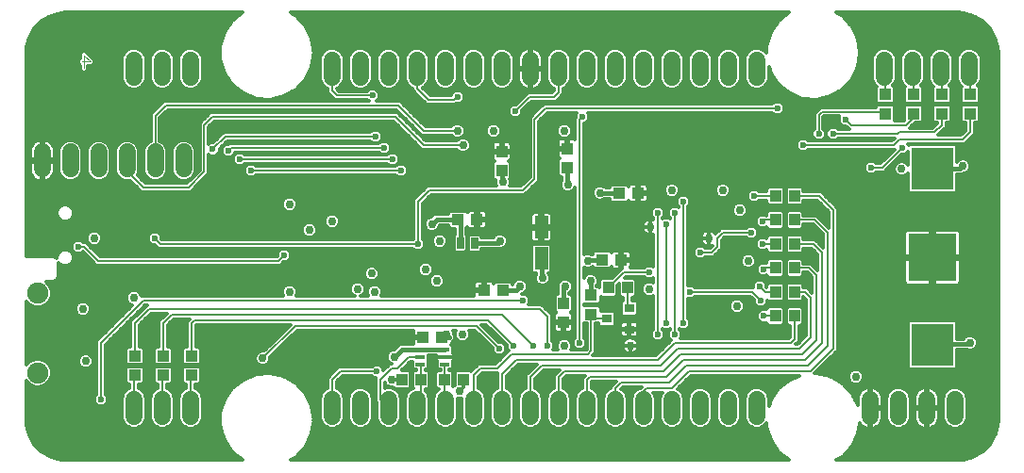
<source format=gbl>
G75*
%MOIN*%
%OFA0B0*%
%FSLAX25Y25*%
%IPPOS*%
%LPD*%
%AMOC8*
5,1,8,0,0,1.08239X$1,22.5*
%
%ADD10C,0.00400*%
%ADD11R,0.02520X0.04016*%
%ADD12R,0.04331X0.03937*%
%ADD13R,0.03937X0.04331*%
%ADD14R,0.04724X0.07874*%
%ADD15R,0.15000X0.15000*%
%ADD16R,0.17000X0.17000*%
%ADD17C,0.07480*%
%ADD18C,0.06000*%
%ADD19R,0.03346X0.01378*%
%ADD20R,0.03500X0.03100*%
%ADD21C,0.01200*%
%ADD22C,0.02953*%
%ADD23C,0.02362*%
%ADD24C,0.00700*%
%ADD25C,0.01600*%
D10*
X0079017Y0176800D02*
X0079017Y0181404D01*
X0081319Y0179102D01*
X0078250Y0179102D01*
D11*
X0211915Y0114860D03*
X0216954Y0114860D03*
D12*
X0217742Y0123214D03*
X0211049Y0123214D03*
X0220183Y0098198D03*
X0226876Y0098198D03*
X0258100Y0096446D03*
X0258100Y0089754D03*
X0261954Y0109002D03*
X0268647Y0109002D03*
X0267954Y0132502D03*
X0274647Y0132502D03*
X0361915Y0160754D03*
X0371915Y0160754D03*
X0381915Y0160754D03*
X0391915Y0160754D03*
X0391915Y0167446D03*
X0381915Y0167446D03*
X0371915Y0167446D03*
X0361915Y0167446D03*
X0205446Y0081600D03*
X0198754Y0081600D03*
X0116915Y0074946D03*
X0106915Y0074946D03*
X0096915Y0074946D03*
X0096915Y0068254D03*
X0106915Y0068254D03*
X0116915Y0068254D03*
D13*
X0191254Y0066600D03*
X0197946Y0066600D03*
X0206254Y0066600D03*
X0212946Y0066600D03*
X0248317Y0086868D03*
X0248317Y0093561D03*
X0264254Y0099100D03*
X0270946Y0099100D03*
X0323254Y0097600D03*
X0329946Y0097600D03*
X0329946Y0089100D03*
X0323254Y0089100D03*
X0323254Y0106100D03*
X0329946Y0106100D03*
X0329946Y0114600D03*
X0323254Y0114600D03*
X0323254Y0123100D03*
X0329946Y0123100D03*
X0329946Y0131600D03*
X0323254Y0131600D03*
X0249513Y0141639D03*
X0249513Y0148332D03*
X0226513Y0147332D03*
X0226513Y0140639D03*
D14*
X0240513Y0120498D03*
X0240513Y0109474D03*
D15*
X0378600Y0078809D03*
X0378600Y0141309D03*
D16*
X0378600Y0109809D03*
D17*
X0062600Y0097175D03*
X0062600Y0069025D03*
D18*
X0096600Y0059600D02*
X0096600Y0053600D01*
X0106600Y0053600D02*
X0106600Y0059600D01*
X0116600Y0059600D02*
X0116600Y0053600D01*
X0166600Y0053600D02*
X0166600Y0059600D01*
X0176600Y0059600D02*
X0176600Y0053600D01*
X0186600Y0053600D02*
X0186600Y0059600D01*
X0196600Y0059600D02*
X0196600Y0053600D01*
X0206600Y0053600D02*
X0206600Y0059600D01*
X0216600Y0059600D02*
X0216600Y0053600D01*
X0226600Y0053600D02*
X0226600Y0059600D01*
X0236600Y0059600D02*
X0236600Y0053600D01*
X0246600Y0053600D02*
X0246600Y0059600D01*
X0256600Y0059600D02*
X0256600Y0053600D01*
X0266600Y0053600D02*
X0266600Y0059600D01*
X0276600Y0059600D02*
X0276600Y0053600D01*
X0286600Y0053600D02*
X0286600Y0059600D01*
X0296600Y0059600D02*
X0296600Y0053600D01*
X0306600Y0053600D02*
X0306600Y0059600D01*
X0316600Y0059600D02*
X0316600Y0053600D01*
X0356600Y0053600D02*
X0356600Y0059600D01*
X0366600Y0059600D02*
X0366600Y0053600D01*
X0376600Y0053600D02*
X0376600Y0059600D01*
X0386600Y0059600D02*
X0386600Y0053600D01*
X0381600Y0173600D02*
X0381600Y0179600D01*
X0371600Y0179600D02*
X0371600Y0173600D01*
X0361600Y0173600D02*
X0361600Y0179600D01*
X0391600Y0179600D02*
X0391600Y0173600D01*
X0316600Y0173600D02*
X0316600Y0179600D01*
X0306600Y0179600D02*
X0306600Y0173600D01*
X0296600Y0173600D02*
X0296600Y0179600D01*
X0286600Y0179600D02*
X0286600Y0173600D01*
X0276600Y0173600D02*
X0276600Y0179600D01*
X0266600Y0179600D02*
X0266600Y0173600D01*
X0256600Y0173600D02*
X0256600Y0179600D01*
X0246600Y0179600D02*
X0246600Y0173600D01*
X0236600Y0173600D02*
X0236600Y0179600D01*
X0226600Y0179600D02*
X0226600Y0173600D01*
X0216600Y0173600D02*
X0216600Y0179600D01*
X0206600Y0179600D02*
X0206600Y0173600D01*
X0196600Y0173600D02*
X0196600Y0179600D01*
X0186600Y0179600D02*
X0186600Y0173600D01*
X0176600Y0173600D02*
X0176600Y0179600D01*
X0166600Y0179600D02*
X0166600Y0173600D01*
X0116600Y0173600D02*
X0116600Y0179600D01*
X0106600Y0179600D02*
X0106600Y0173600D01*
X0096600Y0173600D02*
X0096600Y0179600D01*
X0094230Y0147100D02*
X0094230Y0141100D01*
X0104230Y0141100D02*
X0104230Y0147100D01*
X0114230Y0147100D02*
X0114230Y0141100D01*
X0084230Y0141100D02*
X0084230Y0147100D01*
X0074230Y0147100D02*
X0074230Y0141100D01*
X0064230Y0141100D02*
X0064230Y0147100D01*
D19*
X0197769Y0077159D03*
X0206431Y0077159D03*
X0206431Y0074600D03*
X0206431Y0072041D03*
X0197769Y0072041D03*
X0197769Y0074600D03*
D20*
X0263650Y0088100D03*
X0271550Y0091800D03*
X0271550Y0084400D03*
D21*
X0067243Y0039262D02*
X0064041Y0041111D01*
X0061426Y0043726D01*
X0059577Y0046928D01*
X0058620Y0050499D01*
X0058499Y0052348D01*
X0058499Y0066153D01*
X0059807Y0064845D01*
X0061619Y0064094D01*
X0063581Y0064094D01*
X0065393Y0064845D01*
X0066780Y0066232D01*
X0067531Y0068044D01*
X0067531Y0070006D01*
X0066780Y0071818D01*
X0065393Y0073205D01*
X0063581Y0073956D01*
X0061619Y0073956D01*
X0059807Y0073205D01*
X0058499Y0071897D01*
X0058499Y0094303D01*
X0059807Y0092995D01*
X0061619Y0092244D01*
X0063581Y0092244D01*
X0065393Y0092995D01*
X0066780Y0094382D01*
X0067531Y0096194D01*
X0067531Y0098156D01*
X0066780Y0099968D01*
X0065496Y0101252D01*
X0068178Y0101252D01*
X0069370Y0101940D01*
X0069370Y0101940D01*
X0069370Y0101940D01*
X0070058Y0103132D01*
X0070058Y0107890D01*
X0070733Y0107215D01*
X0071822Y0106764D01*
X0073000Y0106764D01*
X0074089Y0107215D01*
X0074922Y0108048D01*
X0075373Y0109137D01*
X0075373Y0110315D01*
X0074922Y0111404D01*
X0074089Y0112237D01*
X0073000Y0112688D01*
X0071822Y0112688D01*
X0070733Y0112237D01*
X0069900Y0111404D01*
X0069449Y0110315D01*
X0069449Y0109501D01*
X0069370Y0109638D01*
X0068178Y0110326D01*
X0058499Y0110326D01*
X0058499Y0182269D01*
X0058620Y0184118D01*
X0059577Y0187690D01*
X0061426Y0190892D01*
X0064041Y0193506D01*
X0067243Y0195355D01*
X0070814Y0196312D01*
X0072663Y0196433D01*
X0134963Y0196433D01*
X0131360Y0193560D01*
X0128573Y0189472D01*
X0128573Y0189472D01*
X0127115Y0184743D01*
X0127115Y0179795D01*
X0128573Y0175067D01*
X0128573Y0175067D01*
X0131360Y0170978D01*
X0131360Y0170978D01*
X0131360Y0170978D01*
X0135229Y0167893D01*
X0139835Y0166085D01*
X0144770Y0165716D01*
X0149594Y0166817D01*
X0153879Y0169291D01*
X0157245Y0172918D01*
X0157245Y0172918D01*
X0159392Y0177376D01*
X0160129Y0182269D01*
X0159392Y0187162D01*
X0159392Y0187162D01*
X0157245Y0191620D01*
X0157245Y0191620D01*
X0153879Y0195248D01*
X0151826Y0196433D01*
X0327876Y0196433D01*
X0324274Y0193560D01*
X0321486Y0189472D01*
X0320028Y0184743D01*
X0320028Y0182098D01*
X0318974Y0183153D01*
X0317434Y0183791D01*
X0315766Y0183791D01*
X0314226Y0183153D01*
X0313047Y0181974D01*
X0312409Y0180434D01*
X0312409Y0172766D01*
X0313047Y0171226D01*
X0314226Y0170047D01*
X0315766Y0169409D01*
X0317434Y0169409D01*
X0318974Y0170047D01*
X0320153Y0171226D01*
X0320791Y0172766D01*
X0320791Y0177323D01*
X0321486Y0175067D01*
X0321486Y0175067D01*
X0324274Y0170978D01*
X0328143Y0167893D01*
X0332749Y0166085D01*
X0337683Y0165716D01*
X0342507Y0166817D01*
X0346792Y0169291D01*
X0350158Y0172918D01*
X0350158Y0172918D01*
X0352305Y0177376D01*
X0352305Y0177376D01*
X0353043Y0182269D01*
X0352305Y0187162D01*
X0352305Y0187162D01*
X0350158Y0191620D01*
X0350158Y0191620D01*
X0346792Y0195248D01*
X0344739Y0196433D01*
X0387624Y0196433D01*
X0389472Y0196312D01*
X0393044Y0195355D01*
X0396246Y0193506D01*
X0398861Y0190892D01*
X0400709Y0187690D01*
X0401666Y0184118D01*
X0401787Y0182269D01*
X0401787Y0052348D01*
X0401666Y0050499D01*
X0400709Y0046928D01*
X0398861Y0043726D01*
X0396246Y0041111D01*
X0393044Y0039262D01*
X0389472Y0038305D01*
X0387624Y0038184D01*
X0344739Y0038184D01*
X0346792Y0039370D01*
X0346792Y0039370D01*
X0350158Y0042997D01*
X0352305Y0047455D01*
X0352305Y0047455D01*
X0352878Y0051258D01*
X0353253Y0050742D01*
X0353742Y0050253D01*
X0354300Y0049848D01*
X0354916Y0049534D01*
X0355573Y0049321D01*
X0356200Y0049221D01*
X0356200Y0056200D01*
X0357000Y0056200D01*
X0357000Y0057000D01*
X0356200Y0057000D01*
X0356200Y0063979D01*
X0355573Y0063879D01*
X0354916Y0063666D01*
X0354300Y0063352D01*
X0353742Y0062947D01*
X0353253Y0062458D01*
X0352848Y0061899D01*
X0352534Y0061284D01*
X0352321Y0060627D01*
X0352213Y0059945D01*
X0352213Y0057433D01*
X0350158Y0061699D01*
X0350158Y0061699D01*
X0346792Y0065326D01*
X0342507Y0067801D01*
X0337683Y0068902D01*
X0337031Y0068853D01*
X0344238Y0076059D01*
X0345141Y0076962D01*
X0345141Y0127238D01*
X0340141Y0132238D01*
X0339238Y0133141D01*
X0333105Y0133141D01*
X0333105Y0134258D01*
X0332408Y0134956D01*
X0327485Y0134956D01*
X0326787Y0134258D01*
X0326787Y0128941D01*
X0327485Y0128244D01*
X0332408Y0128244D01*
X0333105Y0128941D01*
X0333105Y0130059D01*
X0337962Y0130059D01*
X0342059Y0125962D01*
X0342059Y0120319D01*
X0338641Y0123738D01*
X0337738Y0124641D01*
X0333105Y0124641D01*
X0333105Y0125758D01*
X0332408Y0126456D01*
X0327485Y0126456D01*
X0326787Y0125758D01*
X0326787Y0120441D01*
X0327485Y0119744D01*
X0332408Y0119744D01*
X0333105Y0120441D01*
X0333105Y0121559D01*
X0336462Y0121559D01*
X0340059Y0117962D01*
X0340059Y0113319D01*
X0338141Y0115238D01*
X0337238Y0116141D01*
X0333105Y0116141D01*
X0333105Y0117258D01*
X0332408Y0117956D01*
X0327485Y0117956D01*
X0326787Y0117258D01*
X0326787Y0111941D01*
X0327485Y0111244D01*
X0332408Y0111244D01*
X0333105Y0111941D01*
X0333105Y0113059D01*
X0335962Y0113059D01*
X0338059Y0110962D01*
X0338059Y0105319D01*
X0336641Y0106738D01*
X0335738Y0107641D01*
X0333105Y0107641D01*
X0333105Y0108758D01*
X0332408Y0109456D01*
X0327485Y0109456D01*
X0326787Y0108758D01*
X0326787Y0103441D01*
X0327485Y0102744D01*
X0332408Y0102744D01*
X0333105Y0103441D01*
X0333105Y0104559D01*
X0334462Y0104559D01*
X0336059Y0102962D01*
X0336059Y0097319D01*
X0335141Y0098238D01*
X0334238Y0099141D01*
X0333105Y0099141D01*
X0333105Y0100258D01*
X0332408Y0100956D01*
X0327485Y0100956D01*
X0326787Y0100258D01*
X0326787Y0094941D01*
X0327485Y0094244D01*
X0332408Y0094244D01*
X0333105Y0094941D01*
X0333105Y0095916D01*
X0334059Y0094962D01*
X0334059Y0082238D01*
X0330962Y0079141D01*
X0330319Y0079141D01*
X0330585Y0079406D01*
X0331487Y0080308D01*
X0331487Y0085744D01*
X0332408Y0085744D01*
X0333105Y0086441D01*
X0333105Y0091758D01*
X0332408Y0092456D01*
X0327485Y0092456D01*
X0326787Y0091758D01*
X0326787Y0086441D01*
X0327485Y0085744D01*
X0328406Y0085744D01*
X0328406Y0081585D01*
X0327962Y0081141D01*
X0289495Y0081141D01*
X0289972Y0081618D01*
X0289972Y0083582D01*
X0289141Y0084413D01*
X0289141Y0084705D01*
X0289618Y0084228D01*
X0291582Y0084228D01*
X0292972Y0085618D01*
X0292972Y0087582D01*
X0292141Y0088413D01*
X0292141Y0095228D01*
X0293897Y0095228D01*
X0294728Y0096059D01*
X0314277Y0096059D01*
X0315543Y0094793D01*
X0315543Y0093618D01*
X0316933Y0092228D01*
X0318897Y0092228D01*
X0320287Y0093618D01*
X0320287Y0094749D01*
X0320792Y0094244D01*
X0325715Y0094244D01*
X0326413Y0094941D01*
X0326413Y0100258D01*
X0325715Y0100956D01*
X0320792Y0100956D01*
X0320094Y0100258D01*
X0320094Y0099284D01*
X0319972Y0099407D01*
X0319972Y0100582D01*
X0318582Y0101972D01*
X0316618Y0101972D01*
X0315228Y0100582D01*
X0315228Y0099141D01*
X0294728Y0099141D01*
X0293897Y0099972D01*
X0292141Y0099972D01*
X0292141Y0127787D01*
X0292972Y0128618D01*
X0292972Y0130582D01*
X0291582Y0131972D01*
X0289618Y0131972D01*
X0288228Y0130582D01*
X0288228Y0128618D01*
X0289059Y0127787D01*
X0289059Y0127495D01*
X0288582Y0127972D01*
X0286618Y0127972D01*
X0285228Y0126582D01*
X0285228Y0124618D01*
X0286059Y0123787D01*
X0286059Y0123495D01*
X0285582Y0123972D01*
X0283618Y0123972D01*
X0283141Y0123495D01*
X0283141Y0123787D01*
X0283972Y0124618D01*
X0283972Y0126582D01*
X0282582Y0127972D01*
X0280618Y0127972D01*
X0279228Y0126582D01*
X0279228Y0124618D01*
X0280059Y0123787D01*
X0280059Y0123226D01*
X0279750Y0123354D01*
X0279197Y0123464D01*
X0278915Y0123464D01*
X0278915Y0120600D01*
X0278915Y0120600D01*
X0278915Y0117736D01*
X0279197Y0117736D01*
X0279750Y0117846D01*
X0280059Y0117974D01*
X0280059Y0106495D01*
X0279582Y0106972D01*
X0277618Y0106972D01*
X0276787Y0106141D01*
X0271882Y0106141D01*
X0271923Y0106181D01*
X0272105Y0106498D01*
X0272200Y0106850D01*
X0272200Y0108617D01*
X0269032Y0108617D01*
X0269032Y0109386D01*
X0272200Y0109386D01*
X0272200Y0111153D01*
X0272105Y0111506D01*
X0271923Y0111822D01*
X0271664Y0112080D01*
X0271348Y0112263D01*
X0270995Y0112357D01*
X0269031Y0112357D01*
X0269031Y0109386D01*
X0268263Y0109386D01*
X0268263Y0112357D01*
X0266299Y0112357D01*
X0265946Y0112263D01*
X0265630Y0112080D01*
X0265372Y0111822D01*
X0265218Y0111556D01*
X0264613Y0112161D01*
X0259296Y0112161D01*
X0258598Y0111463D01*
X0258598Y0110992D01*
X0258109Y0110992D01*
X0257445Y0111267D01*
X0256384Y0111267D01*
X0255455Y0110882D01*
X0255455Y0157228D01*
X0255897Y0157228D01*
X0257287Y0158618D01*
X0257287Y0160582D01*
X0256810Y0161059D01*
X0322101Y0161059D01*
X0322933Y0160228D01*
X0324897Y0160228D01*
X0326287Y0161618D01*
X0326287Y0163582D01*
X0324897Y0164972D01*
X0322933Y0164972D01*
X0322101Y0164141D01*
X0241332Y0164141D01*
X0237379Y0160188D01*
X0236477Y0159285D01*
X0236477Y0138340D01*
X0233277Y0135141D01*
X0229197Y0135141D01*
X0229582Y0136070D01*
X0229582Y0137130D01*
X0229359Y0137668D01*
X0229672Y0137981D01*
X0229672Y0143298D01*
X0229067Y0143903D01*
X0229334Y0144057D01*
X0229592Y0144315D01*
X0229775Y0144631D01*
X0229869Y0144984D01*
X0229869Y0146948D01*
X0226898Y0146948D01*
X0226898Y0147717D01*
X0226129Y0147717D01*
X0226129Y0150885D01*
X0224362Y0150885D01*
X0224009Y0150790D01*
X0223693Y0150608D01*
X0223435Y0150350D01*
X0223252Y0150033D01*
X0223157Y0149680D01*
X0223157Y0147717D01*
X0226129Y0147717D01*
X0226129Y0146948D01*
X0223157Y0146948D01*
X0223157Y0144984D01*
X0223252Y0144631D01*
X0223435Y0144315D01*
X0223693Y0144057D01*
X0223959Y0143903D01*
X0223354Y0143298D01*
X0223354Y0137981D01*
X0224052Y0137283D01*
X0224311Y0137283D01*
X0224248Y0137130D01*
X0224248Y0136070D01*
X0224633Y0135141D01*
X0200277Y0135141D01*
X0196277Y0131141D01*
X0195374Y0130238D01*
X0195374Y0116413D01*
X0195101Y0116141D01*
X0106553Y0116141D01*
X0106287Y0116407D01*
X0106287Y0117582D01*
X0104897Y0118972D01*
X0102933Y0118972D01*
X0101543Y0117582D01*
X0101543Y0115618D01*
X0102933Y0114228D01*
X0104108Y0114228D01*
X0105277Y0113059D01*
X0195101Y0113059D01*
X0195933Y0112228D01*
X0197897Y0112228D01*
X0199287Y0113618D01*
X0199287Y0115582D01*
X0198455Y0116413D01*
X0198455Y0128962D01*
X0201553Y0132059D01*
X0234553Y0132059D01*
X0235455Y0132962D01*
X0239558Y0137064D01*
X0239558Y0158009D01*
X0242608Y0161059D01*
X0253020Y0161059D01*
X0252543Y0160582D01*
X0252543Y0159407D01*
X0252374Y0159238D01*
X0252374Y0151567D01*
X0252334Y0151608D01*
X0252017Y0151790D01*
X0251665Y0151885D01*
X0249898Y0151885D01*
X0249898Y0148717D01*
X0249129Y0148717D01*
X0249129Y0151885D01*
X0247362Y0151885D01*
X0247009Y0151790D01*
X0246693Y0151608D01*
X0246435Y0151350D01*
X0246252Y0151033D01*
X0246157Y0150680D01*
X0246157Y0148717D01*
X0249129Y0148717D01*
X0249129Y0147948D01*
X0246157Y0147948D01*
X0246157Y0145984D01*
X0246252Y0145631D01*
X0246435Y0145315D01*
X0246693Y0145057D01*
X0246959Y0144903D01*
X0246354Y0144298D01*
X0246354Y0138981D01*
X0247052Y0138283D01*
X0247523Y0138283D01*
X0247523Y0136794D01*
X0247248Y0136130D01*
X0247248Y0135070D01*
X0247654Y0134089D01*
X0248404Y0133339D01*
X0249384Y0132933D01*
X0250445Y0132933D01*
X0251426Y0133339D01*
X0252176Y0134089D01*
X0252374Y0134569D01*
X0252374Y0081413D01*
X0251543Y0080582D01*
X0251543Y0078618D01*
X0252933Y0077228D01*
X0254897Y0077228D01*
X0256287Y0078618D01*
X0256287Y0080582D01*
X0255455Y0081413D01*
X0255455Y0086594D01*
X0256559Y0086594D01*
X0256559Y0077423D01*
X0256277Y0077141D01*
X0250882Y0077141D01*
X0251267Y0078070D01*
X0251267Y0079130D01*
X0250861Y0080111D01*
X0250111Y0080861D01*
X0249130Y0081267D01*
X0248070Y0081267D01*
X0247089Y0080861D01*
X0246339Y0080111D01*
X0245933Y0079130D01*
X0245933Y0078070D01*
X0246318Y0077141D01*
X0244495Y0077141D01*
X0244972Y0077618D01*
X0244972Y0079582D01*
X0244141Y0080413D01*
X0244141Y0089553D01*
X0243238Y0090455D01*
X0240553Y0093141D01*
X0235810Y0093141D01*
X0236287Y0093618D01*
X0236287Y0095582D01*
X0234897Y0096972D01*
X0233539Y0096972D01*
X0234426Y0097339D01*
X0235176Y0098089D01*
X0235582Y0099070D01*
X0235582Y0100130D01*
X0235176Y0101111D01*
X0234426Y0101861D01*
X0233445Y0102267D01*
X0232384Y0102267D01*
X0231404Y0101861D01*
X0230654Y0101111D01*
X0230272Y0100189D01*
X0230231Y0100189D01*
X0230231Y0100660D01*
X0229534Y0101357D01*
X0224217Y0101357D01*
X0223612Y0100752D01*
X0223458Y0101019D01*
X0223200Y0101277D01*
X0222884Y0101460D01*
X0222531Y0101554D01*
X0220567Y0101554D01*
X0220567Y0098583D01*
X0219798Y0098583D01*
X0219798Y0097814D01*
X0216630Y0097814D01*
X0216630Y0096141D01*
X0183882Y0096141D01*
X0184267Y0097070D01*
X0184267Y0098130D01*
X0183861Y0099111D01*
X0183111Y0099861D01*
X0182130Y0100267D01*
X0181070Y0100267D01*
X0180089Y0099861D01*
X0179339Y0099111D01*
X0178933Y0098130D01*
X0178933Y0097070D01*
X0179318Y0096141D01*
X0176631Y0096141D01*
X0177111Y0096339D01*
X0177861Y0097089D01*
X0178267Y0098070D01*
X0178267Y0099130D01*
X0177861Y0100111D01*
X0177111Y0100861D01*
X0176130Y0101267D01*
X0175070Y0101267D01*
X0174089Y0100861D01*
X0173339Y0100111D01*
X0172933Y0099130D01*
X0172933Y0098070D01*
X0173339Y0097089D01*
X0174089Y0096339D01*
X0174569Y0096141D01*
X0153882Y0096141D01*
X0154267Y0097070D01*
X0154267Y0098130D01*
X0153861Y0099111D01*
X0153111Y0099861D01*
X0152130Y0100267D01*
X0151070Y0100267D01*
X0150089Y0099861D01*
X0149339Y0099111D01*
X0148933Y0098130D01*
X0148933Y0097070D01*
X0149318Y0096141D01*
X0099277Y0096141D01*
X0099267Y0096131D01*
X0098861Y0097111D01*
X0098111Y0097861D01*
X0097130Y0098267D01*
X0096070Y0098267D01*
X0095089Y0097861D01*
X0094339Y0097111D01*
X0093933Y0096130D01*
X0093933Y0095070D01*
X0094339Y0094089D01*
X0095089Y0093339D01*
X0096069Y0092933D01*
X0083374Y0080238D01*
X0083374Y0061413D01*
X0082543Y0060582D01*
X0082543Y0058618D01*
X0083933Y0057228D01*
X0085897Y0057228D01*
X0087287Y0058618D01*
X0087287Y0060582D01*
X0086455Y0061413D01*
X0086455Y0078962D01*
X0100553Y0093059D01*
X0101196Y0093059D01*
X0096277Y0088141D01*
X0095374Y0087238D01*
X0095374Y0078105D01*
X0094256Y0078105D01*
X0093559Y0077408D01*
X0093559Y0072485D01*
X0094256Y0071787D01*
X0099573Y0071787D01*
X0100271Y0072485D01*
X0100271Y0077408D01*
X0099573Y0078105D01*
X0098455Y0078105D01*
X0098455Y0085962D01*
X0102553Y0090059D01*
X0108196Y0090059D01*
X0106277Y0088141D01*
X0105374Y0087238D01*
X0105374Y0078105D01*
X0104256Y0078105D01*
X0103559Y0077408D01*
X0103559Y0072485D01*
X0104256Y0071787D01*
X0109573Y0071787D01*
X0110271Y0072485D01*
X0110271Y0077408D01*
X0109573Y0078105D01*
X0108455Y0078105D01*
X0108455Y0085962D01*
X0110553Y0088059D01*
X0116196Y0088059D01*
X0115374Y0087238D01*
X0115374Y0078105D01*
X0114256Y0078105D01*
X0113559Y0077408D01*
X0113559Y0072485D01*
X0114256Y0071787D01*
X0119573Y0071787D01*
X0120271Y0072485D01*
X0120271Y0077408D01*
X0119573Y0078105D01*
X0118455Y0078105D01*
X0118455Y0085962D01*
X0118553Y0086059D01*
X0151881Y0086059D01*
X0142588Y0076767D01*
X0141570Y0076767D01*
X0140589Y0076361D01*
X0139839Y0075611D01*
X0139433Y0074630D01*
X0139433Y0073570D01*
X0139839Y0072589D01*
X0140589Y0071839D01*
X0141570Y0071433D01*
X0142630Y0071433D01*
X0143611Y0071839D01*
X0144361Y0072589D01*
X0144767Y0073570D01*
X0144767Y0074588D01*
X0154238Y0084059D01*
X0195283Y0084059D01*
X0195201Y0083751D01*
X0195201Y0081984D01*
X0198369Y0081984D01*
X0198369Y0081216D01*
X0195201Y0081216D01*
X0195201Y0079449D01*
X0195281Y0079150D01*
X0190335Y0079150D01*
X0188452Y0077267D01*
X0188070Y0077267D01*
X0187089Y0076861D01*
X0186339Y0076111D01*
X0185933Y0075130D01*
X0185933Y0074070D01*
X0186339Y0073089D01*
X0187089Y0072339D01*
X0187569Y0072141D01*
X0186962Y0072141D01*
X0184783Y0069961D01*
X0184783Y0070582D01*
X0183393Y0071972D01*
X0181429Y0071972D01*
X0180598Y0071141D01*
X0168962Y0071141D01*
X0165059Y0067238D01*
X0165059Y0063498D01*
X0164226Y0063153D01*
X0163047Y0061974D01*
X0162409Y0060434D01*
X0162409Y0052766D01*
X0163047Y0051226D01*
X0164226Y0050047D01*
X0165766Y0049409D01*
X0167434Y0049409D01*
X0168974Y0050047D01*
X0170153Y0051226D01*
X0170791Y0052766D01*
X0170791Y0060434D01*
X0170153Y0061974D01*
X0168974Y0063153D01*
X0168141Y0063498D01*
X0168141Y0065962D01*
X0170238Y0068059D01*
X0180598Y0068059D01*
X0181429Y0067228D01*
X0182059Y0067228D01*
X0182059Y0058962D01*
X0182409Y0058612D01*
X0182409Y0052766D01*
X0183047Y0051226D01*
X0184226Y0050047D01*
X0185766Y0049409D01*
X0187434Y0049409D01*
X0188974Y0050047D01*
X0190153Y0051226D01*
X0190791Y0052766D01*
X0190791Y0060434D01*
X0190153Y0061974D01*
X0188974Y0063153D01*
X0187434Y0063791D01*
X0185766Y0063791D01*
X0185141Y0063531D01*
X0185141Y0065569D01*
X0185339Y0065089D01*
X0186089Y0064339D01*
X0187070Y0063933D01*
X0188103Y0063933D01*
X0188792Y0063244D01*
X0193715Y0063244D01*
X0194413Y0063941D01*
X0194413Y0069258D01*
X0193715Y0069956D01*
X0191135Y0069956D01*
X0194238Y0073059D01*
X0194906Y0073059D01*
X0194906Y0070859D01*
X0195603Y0070161D01*
X0196406Y0070161D01*
X0196406Y0069956D01*
X0195485Y0069956D01*
X0194787Y0069258D01*
X0194787Y0063941D01*
X0195181Y0063548D01*
X0194226Y0063153D01*
X0193047Y0061974D01*
X0192409Y0060434D01*
X0192409Y0052766D01*
X0193047Y0051226D01*
X0194226Y0050047D01*
X0195766Y0049409D01*
X0197434Y0049409D01*
X0198974Y0050047D01*
X0200153Y0051226D01*
X0200791Y0052766D01*
X0200791Y0060434D01*
X0200153Y0061974D01*
X0199487Y0062639D01*
X0199487Y0063244D01*
X0200408Y0063244D01*
X0201105Y0063941D01*
X0201105Y0069258D01*
X0200408Y0069956D01*
X0199487Y0069956D01*
X0199487Y0070161D01*
X0199936Y0070161D01*
X0200633Y0070859D01*
X0200633Y0073223D01*
X0200536Y0073320D01*
X0200633Y0073418D01*
X0200633Y0075169D01*
X0203370Y0075169D01*
X0203370Y0074600D01*
X0206431Y0074600D01*
X0209491Y0074600D01*
X0209491Y0075472D01*
X0209397Y0075824D01*
X0209294Y0076002D01*
X0209294Y0078341D01*
X0208650Y0078986D01*
X0208802Y0079138D01*
X0208802Y0079672D01*
X0209905Y0080775D01*
X0209905Y0082425D01*
X0209582Y0082748D01*
X0209582Y0083130D01*
X0209197Y0084059D01*
X0210318Y0084059D01*
X0209933Y0083130D01*
X0209933Y0082070D01*
X0210339Y0081089D01*
X0211089Y0080339D01*
X0212070Y0079933D01*
X0213130Y0079933D01*
X0214111Y0080339D01*
X0214861Y0081089D01*
X0215267Y0082070D01*
X0215267Y0083130D01*
X0214882Y0084059D01*
X0216962Y0084059D01*
X0223228Y0077793D01*
X0223228Y0076618D01*
X0224618Y0075228D01*
X0226582Y0075228D01*
X0227972Y0076618D01*
X0227972Y0078582D01*
X0226582Y0079972D01*
X0225407Y0079972D01*
X0219319Y0086059D01*
X0220962Y0086059D01*
X0228228Y0078793D01*
X0228228Y0077618D01*
X0228991Y0076855D01*
X0224277Y0072141D01*
X0218277Y0072141D01*
X0215962Y0069826D01*
X0215750Y0069614D01*
X0215408Y0069956D01*
X0210485Y0069956D01*
X0209787Y0069258D01*
X0209787Y0064559D01*
X0209413Y0064184D01*
X0209413Y0069258D01*
X0208715Y0069956D01*
X0207971Y0069956D01*
X0207971Y0070161D01*
X0208597Y0070161D01*
X0209294Y0070859D01*
X0209294Y0073198D01*
X0209397Y0073376D01*
X0209491Y0073728D01*
X0209491Y0074600D01*
X0206431Y0074600D01*
X0206431Y0074600D01*
X0203370Y0074600D01*
X0203370Y0073728D01*
X0203465Y0073376D01*
X0203567Y0073198D01*
X0203567Y0070859D01*
X0204264Y0070161D01*
X0204890Y0070161D01*
X0204890Y0069956D01*
X0203792Y0069956D01*
X0203094Y0069258D01*
X0203094Y0063941D01*
X0203792Y0063244D01*
X0204447Y0063244D01*
X0204226Y0063153D01*
X0203047Y0061974D01*
X0202409Y0060434D01*
X0202409Y0052766D01*
X0203047Y0051226D01*
X0204226Y0050047D01*
X0205766Y0049409D01*
X0207434Y0049409D01*
X0208974Y0050047D01*
X0210153Y0051226D01*
X0210791Y0052766D01*
X0210791Y0060049D01*
X0211070Y0059933D01*
X0212130Y0059933D01*
X0212409Y0060049D01*
X0212409Y0052766D01*
X0213047Y0051226D01*
X0214226Y0050047D01*
X0215766Y0049409D01*
X0217434Y0049409D01*
X0218974Y0050047D01*
X0220153Y0051226D01*
X0220791Y0052766D01*
X0220791Y0060434D01*
X0220153Y0061974D01*
X0218974Y0063153D01*
X0218141Y0063498D01*
X0218141Y0067647D01*
X0219553Y0069059D01*
X0225059Y0069059D01*
X0225059Y0063498D01*
X0224226Y0063153D01*
X0223047Y0061974D01*
X0222409Y0060434D01*
X0222409Y0052766D01*
X0223047Y0051226D01*
X0224226Y0050047D01*
X0225766Y0049409D01*
X0227434Y0049409D01*
X0228974Y0050047D01*
X0230153Y0051226D01*
X0230791Y0052766D01*
X0230791Y0060434D01*
X0230153Y0061974D01*
X0228974Y0063153D01*
X0228141Y0063498D01*
X0228141Y0067962D01*
X0232238Y0072059D01*
X0238881Y0072059D01*
X0235059Y0068238D01*
X0235059Y0063498D01*
X0234226Y0063153D01*
X0233047Y0061974D01*
X0232409Y0060434D01*
X0232409Y0052766D01*
X0233047Y0051226D01*
X0234226Y0050047D01*
X0235766Y0049409D01*
X0237434Y0049409D01*
X0238974Y0050047D01*
X0240153Y0051226D01*
X0240791Y0052766D01*
X0240791Y0060434D01*
X0240153Y0061974D01*
X0238974Y0063153D01*
X0238141Y0063498D01*
X0238141Y0066962D01*
X0241238Y0070059D01*
X0246881Y0070059D01*
X0245059Y0068238D01*
X0245059Y0063498D01*
X0244226Y0063153D01*
X0243047Y0061974D01*
X0242409Y0060434D01*
X0242409Y0052766D01*
X0243047Y0051226D01*
X0244226Y0050047D01*
X0245766Y0049409D01*
X0247434Y0049409D01*
X0248974Y0050047D01*
X0250153Y0051226D01*
X0250791Y0052766D01*
X0250791Y0060434D01*
X0250153Y0061974D01*
X0248974Y0063153D01*
X0248141Y0063498D01*
X0248141Y0066962D01*
X0249238Y0068059D01*
X0255881Y0068059D01*
X0255059Y0067238D01*
X0255059Y0063498D01*
X0254226Y0063153D01*
X0253047Y0061974D01*
X0252409Y0060434D01*
X0252409Y0052766D01*
X0253047Y0051226D01*
X0254226Y0050047D01*
X0255766Y0049409D01*
X0257434Y0049409D01*
X0258974Y0050047D01*
X0260153Y0051226D01*
X0260791Y0052766D01*
X0260791Y0060434D01*
X0260153Y0061974D01*
X0258974Y0063153D01*
X0258141Y0063498D01*
X0258141Y0065962D01*
X0258238Y0066059D01*
X0266881Y0066059D01*
X0265059Y0064238D01*
X0265059Y0063498D01*
X0264226Y0063153D01*
X0263047Y0061974D01*
X0262409Y0060434D01*
X0262409Y0052766D01*
X0263047Y0051226D01*
X0264226Y0050047D01*
X0265766Y0049409D01*
X0267434Y0049409D01*
X0268974Y0050047D01*
X0270153Y0051226D01*
X0270791Y0052766D01*
X0270791Y0060434D01*
X0270153Y0061974D01*
X0268974Y0063153D01*
X0268519Y0063341D01*
X0269238Y0064059D01*
X0275881Y0064059D01*
X0275503Y0063681D01*
X0274226Y0063153D01*
X0273047Y0061974D01*
X0272409Y0060434D01*
X0272409Y0052766D01*
X0273047Y0051226D01*
X0274226Y0050047D01*
X0275766Y0049409D01*
X0277434Y0049409D01*
X0278974Y0050047D01*
X0280153Y0051226D01*
X0280791Y0052766D01*
X0280791Y0060434D01*
X0280153Y0061974D01*
X0280067Y0062059D01*
X0283133Y0062059D01*
X0283047Y0061974D01*
X0282409Y0060434D01*
X0282409Y0052766D01*
X0283047Y0051226D01*
X0284226Y0050047D01*
X0285766Y0049409D01*
X0287434Y0049409D01*
X0288974Y0050047D01*
X0290153Y0051226D01*
X0290791Y0052766D01*
X0290791Y0060434D01*
X0290153Y0061974D01*
X0288974Y0063153D01*
X0288519Y0063341D01*
X0293238Y0068059D01*
X0331545Y0068059D01*
X0328143Y0066724D01*
X0324274Y0063639D01*
X0321486Y0059550D01*
X0320791Y0057294D01*
X0320791Y0060434D01*
X0320153Y0061974D01*
X0318974Y0063153D01*
X0317434Y0063791D01*
X0315766Y0063791D01*
X0314226Y0063153D01*
X0313047Y0061974D01*
X0312409Y0060434D01*
X0312409Y0052766D01*
X0313047Y0051226D01*
X0314226Y0050047D01*
X0315766Y0049409D01*
X0317434Y0049409D01*
X0318974Y0050047D01*
X0320028Y0051102D01*
X0320028Y0049874D01*
X0321486Y0045146D01*
X0321486Y0045146D01*
X0324274Y0041057D01*
X0327876Y0038184D01*
X0151826Y0038184D01*
X0153879Y0039370D01*
X0157245Y0042997D01*
X0159392Y0047455D01*
X0159392Y0047455D01*
X0160129Y0052348D01*
X0159392Y0057241D01*
X0157245Y0061699D01*
X0157245Y0061699D01*
X0153879Y0065326D01*
X0149594Y0067801D01*
X0144770Y0068902D01*
X0144770Y0068902D01*
X0139835Y0068532D01*
X0135229Y0066724D01*
X0131360Y0063639D01*
X0128573Y0059550D01*
X0127115Y0054822D01*
X0127115Y0049874D01*
X0128573Y0045146D01*
X0128573Y0045146D01*
X0131360Y0041057D01*
X0131360Y0041057D01*
X0131360Y0041057D01*
X0134963Y0038184D01*
X0072663Y0038184D01*
X0070814Y0038305D01*
X0067243Y0039262D01*
X0068233Y0038997D02*
X0133944Y0038997D01*
X0132441Y0040196D02*
X0065627Y0040196D01*
X0063758Y0041394D02*
X0131131Y0041394D01*
X0130314Y0042593D02*
X0062559Y0042593D01*
X0061388Y0043791D02*
X0129497Y0043791D01*
X0128679Y0044990D02*
X0060696Y0044990D01*
X0060004Y0046188D02*
X0128251Y0046188D01*
X0127882Y0047387D02*
X0059454Y0047387D01*
X0059133Y0048585D02*
X0127512Y0048585D01*
X0127142Y0049784D02*
X0118337Y0049784D01*
X0118974Y0050047D02*
X0117434Y0049409D01*
X0115766Y0049409D01*
X0114226Y0050047D01*
X0113047Y0051226D01*
X0112409Y0052766D01*
X0112409Y0060434D01*
X0113047Y0061974D01*
X0114226Y0063153D01*
X0115059Y0063498D01*
X0115059Y0065094D01*
X0114256Y0065094D01*
X0113559Y0065792D01*
X0113559Y0070715D01*
X0114256Y0071413D01*
X0119573Y0071413D01*
X0120271Y0070715D01*
X0120271Y0065792D01*
X0119573Y0065094D01*
X0118141Y0065094D01*
X0118141Y0063498D01*
X0118974Y0063153D01*
X0120153Y0061974D01*
X0120791Y0060434D01*
X0120791Y0052766D01*
X0120153Y0051226D01*
X0118974Y0050047D01*
X0119908Y0050982D02*
X0127115Y0050982D01*
X0127115Y0052181D02*
X0120548Y0052181D01*
X0120791Y0053379D02*
X0127115Y0053379D01*
X0127115Y0054578D02*
X0120791Y0054578D01*
X0120791Y0055776D02*
X0127409Y0055776D01*
X0127779Y0056975D02*
X0120791Y0056975D01*
X0120791Y0058173D02*
X0128148Y0058173D01*
X0128518Y0059372D02*
X0120791Y0059372D01*
X0120734Y0060570D02*
X0129268Y0060570D01*
X0128573Y0059550D02*
X0128573Y0059550D01*
X0130085Y0061769D02*
X0120237Y0061769D01*
X0119159Y0062967D02*
X0130903Y0062967D01*
X0131360Y0063639D02*
X0131360Y0063639D01*
X0131360Y0063639D01*
X0132021Y0064166D02*
X0118141Y0064166D01*
X0119843Y0065364D02*
X0133524Y0065364D01*
X0135027Y0066563D02*
X0120271Y0066563D01*
X0120271Y0067761D02*
X0137872Y0067761D01*
X0139835Y0068532D02*
X0139835Y0068532D01*
X0135229Y0066724D02*
X0135229Y0066724D01*
X0139873Y0072555D02*
X0120271Y0072555D01*
X0120271Y0073754D02*
X0139433Y0073754D01*
X0139566Y0074952D02*
X0120271Y0074952D01*
X0120271Y0076151D02*
X0140379Y0076151D01*
X0143171Y0077349D02*
X0120271Y0077349D01*
X0118455Y0078548D02*
X0144369Y0078548D01*
X0145568Y0079746D02*
X0118455Y0079746D01*
X0118455Y0080945D02*
X0146766Y0080945D01*
X0147965Y0082143D02*
X0118455Y0082143D01*
X0118455Y0083342D02*
X0149163Y0083342D01*
X0150362Y0084540D02*
X0118455Y0084540D01*
X0118455Y0085739D02*
X0151560Y0085739D01*
X0153521Y0083342D02*
X0195201Y0083342D01*
X0195201Y0082143D02*
X0152322Y0082143D01*
X0151124Y0080945D02*
X0195201Y0080945D01*
X0195201Y0079746D02*
X0149925Y0079746D01*
X0148727Y0078548D02*
X0189733Y0078548D01*
X0188534Y0077349D02*
X0147528Y0077349D01*
X0146330Y0076151D02*
X0186379Y0076151D01*
X0185933Y0074952D02*
X0145131Y0074952D01*
X0144767Y0073754D02*
X0186064Y0073754D01*
X0186873Y0072555D02*
X0144327Y0072555D01*
X0149594Y0067801D02*
X0149594Y0067801D01*
X0149662Y0067761D02*
X0165583Y0067761D01*
X0165059Y0066563D02*
X0151738Y0066563D01*
X0153814Y0065364D02*
X0165059Y0065364D01*
X0165059Y0064166D02*
X0154956Y0064166D01*
X0156068Y0062967D02*
X0164041Y0062967D01*
X0162963Y0061769D02*
X0157180Y0061769D01*
X0157788Y0060570D02*
X0162466Y0060570D01*
X0162409Y0059372D02*
X0158366Y0059372D01*
X0158943Y0058173D02*
X0162409Y0058173D01*
X0162409Y0056975D02*
X0159432Y0056975D01*
X0159612Y0055776D02*
X0162409Y0055776D01*
X0162409Y0054578D02*
X0159793Y0054578D01*
X0159974Y0053379D02*
X0162409Y0053379D01*
X0162652Y0052181D02*
X0160104Y0052181D01*
X0159923Y0050982D02*
X0163292Y0050982D01*
X0164863Y0049784D02*
X0159743Y0049784D01*
X0159562Y0048585D02*
X0320425Y0048585D01*
X0320056Y0049784D02*
X0318337Y0049784D01*
X0319908Y0050982D02*
X0320028Y0050982D01*
X0320795Y0047387D02*
X0159359Y0047387D01*
X0158781Y0046188D02*
X0321165Y0046188D01*
X0321593Y0044990D02*
X0158204Y0044990D01*
X0157627Y0043791D02*
X0322410Y0043791D01*
X0323227Y0042593D02*
X0156869Y0042593D01*
X0157245Y0042997D02*
X0157245Y0042997D01*
X0155757Y0041394D02*
X0324044Y0041394D01*
X0324274Y0041057D02*
X0324274Y0041057D01*
X0324274Y0041057D01*
X0325354Y0040196D02*
X0154645Y0040196D01*
X0153879Y0039370D02*
X0153879Y0039370D01*
X0153234Y0038997D02*
X0326857Y0038997D01*
X0346147Y0038997D02*
X0392053Y0038997D01*
X0394660Y0040196D02*
X0347559Y0040196D01*
X0348671Y0041394D02*
X0396529Y0041394D01*
X0397727Y0042593D02*
X0349783Y0042593D01*
X0350158Y0042997D02*
X0350158Y0042997D01*
X0350541Y0043791D02*
X0398898Y0043791D01*
X0399590Y0044990D02*
X0351118Y0044990D01*
X0351695Y0046188D02*
X0400282Y0046188D01*
X0400832Y0047387D02*
X0352272Y0047387D01*
X0352475Y0048585D02*
X0401153Y0048585D01*
X0401474Y0049784D02*
X0388337Y0049784D01*
X0388974Y0050047D02*
X0390153Y0051226D01*
X0390791Y0052766D01*
X0390791Y0060434D01*
X0390153Y0061974D01*
X0388974Y0063153D01*
X0387434Y0063791D01*
X0385766Y0063791D01*
X0384226Y0063153D01*
X0383047Y0061974D01*
X0382409Y0060434D01*
X0382409Y0052766D01*
X0383047Y0051226D01*
X0384226Y0050047D01*
X0385766Y0049409D01*
X0387434Y0049409D01*
X0388974Y0050047D01*
X0389908Y0050982D02*
X0401698Y0050982D01*
X0401776Y0052181D02*
X0390548Y0052181D01*
X0390791Y0053379D02*
X0401787Y0053379D01*
X0401787Y0054578D02*
X0390791Y0054578D01*
X0390791Y0055776D02*
X0401787Y0055776D01*
X0401787Y0056975D02*
X0390791Y0056975D01*
X0390791Y0058173D02*
X0401787Y0058173D01*
X0401787Y0059372D02*
X0390791Y0059372D01*
X0390734Y0060570D02*
X0401787Y0060570D01*
X0401787Y0061769D02*
X0390237Y0061769D01*
X0389159Y0062967D02*
X0401787Y0062967D01*
X0401787Y0064166D02*
X0347869Y0064166D01*
X0346792Y0065326D02*
X0346792Y0065326D01*
X0346727Y0065364D02*
X0350064Y0065364D01*
X0350089Y0065339D02*
X0351070Y0064933D01*
X0352130Y0064933D01*
X0353111Y0065339D01*
X0353861Y0066089D01*
X0354267Y0067070D01*
X0354267Y0068130D01*
X0353861Y0069111D01*
X0353111Y0069861D01*
X0352130Y0070267D01*
X0351070Y0070267D01*
X0350089Y0069861D01*
X0349339Y0069111D01*
X0348933Y0068130D01*
X0348933Y0067070D01*
X0349339Y0066089D01*
X0350089Y0065339D01*
X0349143Y0066563D02*
X0344651Y0066563D01*
X0342575Y0067761D02*
X0348933Y0067761D01*
X0349277Y0068960D02*
X0337138Y0068960D01*
X0337683Y0068902D02*
X0337683Y0068902D01*
X0338337Y0070158D02*
X0350807Y0070158D01*
X0352393Y0070158D02*
X0370567Y0070158D01*
X0370607Y0070118D02*
X0386593Y0070118D01*
X0387291Y0070816D01*
X0387291Y0077109D01*
X0390959Y0077109D01*
X0391384Y0076933D01*
X0392445Y0076933D01*
X0393426Y0077339D01*
X0394176Y0078089D01*
X0394582Y0079070D01*
X0394582Y0080130D01*
X0394176Y0081111D01*
X0393426Y0081861D01*
X0392445Y0082267D01*
X0391384Y0082267D01*
X0390404Y0081861D01*
X0389654Y0081111D01*
X0389646Y0081091D01*
X0387291Y0081091D01*
X0387291Y0086802D01*
X0386593Y0087499D01*
X0370607Y0087499D01*
X0369909Y0086802D01*
X0369909Y0070816D01*
X0370607Y0070118D01*
X0369909Y0071357D02*
X0339535Y0071357D01*
X0340734Y0072555D02*
X0369909Y0072555D01*
X0369909Y0073754D02*
X0341933Y0073754D01*
X0343131Y0074952D02*
X0369909Y0074952D01*
X0369909Y0076151D02*
X0344330Y0076151D01*
X0345141Y0077349D02*
X0369909Y0077349D01*
X0369909Y0078548D02*
X0345141Y0078548D01*
X0345141Y0079746D02*
X0369909Y0079746D01*
X0369909Y0080945D02*
X0345141Y0080945D01*
X0345141Y0082143D02*
X0369909Y0082143D01*
X0369909Y0083342D02*
X0345141Y0083342D01*
X0345141Y0084540D02*
X0369909Y0084540D01*
X0369909Y0085739D02*
X0345141Y0085739D01*
X0345141Y0086937D02*
X0370045Y0086937D01*
X0387155Y0086937D02*
X0401787Y0086937D01*
X0401787Y0085739D02*
X0387291Y0085739D01*
X0387291Y0084540D02*
X0401787Y0084540D01*
X0401787Y0083342D02*
X0387291Y0083342D01*
X0387291Y0082143D02*
X0391086Y0082143D01*
X0392744Y0082143D02*
X0401787Y0082143D01*
X0401787Y0080945D02*
X0394245Y0080945D01*
X0394582Y0079746D02*
X0401787Y0079746D01*
X0401787Y0078548D02*
X0394366Y0078548D01*
X0393436Y0077349D02*
X0401787Y0077349D01*
X0401787Y0076151D02*
X0387291Y0076151D01*
X0387291Y0074952D02*
X0401787Y0074952D01*
X0401787Y0073754D02*
X0387291Y0073754D01*
X0387291Y0072555D02*
X0401787Y0072555D01*
X0401787Y0071357D02*
X0387291Y0071357D01*
X0386633Y0070158D02*
X0401787Y0070158D01*
X0401787Y0068960D02*
X0353923Y0068960D01*
X0354267Y0067761D02*
X0401787Y0067761D01*
X0401787Y0066563D02*
X0354057Y0066563D01*
X0353136Y0065364D02*
X0401787Y0065364D01*
X0384041Y0062967D02*
X0379430Y0062967D01*
X0379458Y0062947D02*
X0378899Y0063352D01*
X0378284Y0063666D01*
X0377627Y0063879D01*
X0377000Y0063979D01*
X0377000Y0057000D01*
X0380987Y0057000D01*
X0380987Y0059945D01*
X0380879Y0060627D01*
X0380666Y0061284D01*
X0380352Y0061899D01*
X0379947Y0062458D01*
X0379458Y0062947D01*
X0380419Y0061769D02*
X0382962Y0061769D01*
X0382466Y0060570D02*
X0380888Y0060570D01*
X0380987Y0059372D02*
X0382409Y0059372D01*
X0382409Y0058173D02*
X0380987Y0058173D01*
X0382409Y0056975D02*
X0377000Y0056975D01*
X0377000Y0057000D02*
X0377000Y0056200D01*
X0380987Y0056200D01*
X0380987Y0053255D01*
X0380879Y0052573D01*
X0380666Y0051916D01*
X0380352Y0051300D01*
X0379947Y0050742D01*
X0379458Y0050253D01*
X0378899Y0049848D01*
X0378284Y0049534D01*
X0377627Y0049321D01*
X0377000Y0049221D01*
X0377000Y0056200D01*
X0376200Y0056200D01*
X0376200Y0049221D01*
X0375573Y0049321D01*
X0374916Y0049534D01*
X0374300Y0049848D01*
X0373742Y0050253D01*
X0373253Y0050742D01*
X0372848Y0051300D01*
X0372534Y0051916D01*
X0372321Y0052573D01*
X0372213Y0053255D01*
X0372213Y0056200D01*
X0376200Y0056200D01*
X0376200Y0057000D01*
X0376200Y0063979D01*
X0375573Y0063879D01*
X0374916Y0063666D01*
X0374300Y0063352D01*
X0373742Y0062947D01*
X0373253Y0062458D01*
X0372848Y0061899D01*
X0372534Y0061284D01*
X0372321Y0060627D01*
X0372213Y0059945D01*
X0372213Y0057000D01*
X0376200Y0057000D01*
X0377000Y0057000D01*
X0376200Y0056975D02*
X0370791Y0056975D01*
X0370791Y0058173D02*
X0372213Y0058173D01*
X0372213Y0059372D02*
X0370791Y0059372D01*
X0370791Y0060434D02*
X0370153Y0061974D01*
X0368974Y0063153D01*
X0367434Y0063791D01*
X0365766Y0063791D01*
X0364226Y0063153D01*
X0363047Y0061974D01*
X0362409Y0060434D01*
X0362409Y0052766D01*
X0363047Y0051226D01*
X0364226Y0050047D01*
X0365766Y0049409D01*
X0367434Y0049409D01*
X0368974Y0050047D01*
X0370153Y0051226D01*
X0370791Y0052766D01*
X0370791Y0060434D01*
X0370734Y0060570D02*
X0372312Y0060570D01*
X0372781Y0061769D02*
X0370237Y0061769D01*
X0369159Y0062967D02*
X0373770Y0062967D01*
X0376200Y0062967D02*
X0377000Y0062967D01*
X0377000Y0061769D02*
X0376200Y0061769D01*
X0376200Y0060570D02*
X0377000Y0060570D01*
X0377000Y0059372D02*
X0376200Y0059372D01*
X0376200Y0058173D02*
X0377000Y0058173D01*
X0377000Y0055776D02*
X0376200Y0055776D01*
X0376200Y0054578D02*
X0377000Y0054578D01*
X0377000Y0053379D02*
X0376200Y0053379D01*
X0376200Y0052181D02*
X0377000Y0052181D01*
X0377000Y0050982D02*
X0376200Y0050982D01*
X0376200Y0049784D02*
X0377000Y0049784D01*
X0378774Y0049784D02*
X0384863Y0049784D01*
X0383292Y0050982D02*
X0380121Y0050982D01*
X0380752Y0052181D02*
X0382652Y0052181D01*
X0382409Y0053379D02*
X0380987Y0053379D01*
X0380987Y0054578D02*
X0382409Y0054578D01*
X0382409Y0055776D02*
X0380987Y0055776D01*
X0372213Y0055776D02*
X0370791Y0055776D01*
X0370791Y0054578D02*
X0372213Y0054578D01*
X0372213Y0053379D02*
X0370791Y0053379D01*
X0370548Y0052181D02*
X0372448Y0052181D01*
X0373079Y0050982D02*
X0369908Y0050982D01*
X0368337Y0049784D02*
X0374426Y0049784D01*
X0364863Y0049784D02*
X0358774Y0049784D01*
X0358899Y0049848D02*
X0359458Y0050253D01*
X0359947Y0050742D01*
X0360352Y0051300D01*
X0360666Y0051916D01*
X0360879Y0052573D01*
X0360987Y0053255D01*
X0360987Y0056200D01*
X0357000Y0056200D01*
X0357000Y0049221D01*
X0357627Y0049321D01*
X0358284Y0049534D01*
X0358899Y0049848D01*
X0360121Y0050982D02*
X0363292Y0050982D01*
X0362652Y0052181D02*
X0360752Y0052181D01*
X0360987Y0053379D02*
X0362409Y0053379D01*
X0362409Y0054578D02*
X0360987Y0054578D01*
X0360987Y0055776D02*
X0362409Y0055776D01*
X0362409Y0056975D02*
X0357000Y0056975D01*
X0357000Y0057000D02*
X0360987Y0057000D01*
X0360987Y0059945D01*
X0360879Y0060627D01*
X0360666Y0061284D01*
X0360352Y0061899D01*
X0359947Y0062458D01*
X0359458Y0062947D01*
X0358899Y0063352D01*
X0358284Y0063666D01*
X0357627Y0063879D01*
X0357000Y0063979D01*
X0357000Y0057000D01*
X0357000Y0058173D02*
X0356200Y0058173D01*
X0356200Y0059372D02*
X0357000Y0059372D01*
X0357000Y0060570D02*
X0356200Y0060570D01*
X0356200Y0061769D02*
X0357000Y0061769D01*
X0357000Y0062967D02*
X0356200Y0062967D01*
X0353770Y0062967D02*
X0348981Y0062967D01*
X0350094Y0061769D02*
X0352781Y0061769D01*
X0352312Y0060570D02*
X0350702Y0060570D01*
X0351279Y0059372D02*
X0352213Y0059372D01*
X0352213Y0058173D02*
X0351856Y0058173D01*
X0356200Y0055776D02*
X0357000Y0055776D01*
X0357000Y0054578D02*
X0356200Y0054578D01*
X0356200Y0053379D02*
X0357000Y0053379D01*
X0357000Y0052181D02*
X0356200Y0052181D01*
X0356200Y0050982D02*
X0357000Y0050982D01*
X0357000Y0049784D02*
X0356200Y0049784D01*
X0354426Y0049784D02*
X0352656Y0049784D01*
X0352837Y0050982D02*
X0353079Y0050982D01*
X0360987Y0058173D02*
X0362409Y0058173D01*
X0362409Y0059372D02*
X0360987Y0059372D01*
X0360888Y0060570D02*
X0362466Y0060570D01*
X0362962Y0061769D02*
X0360419Y0061769D01*
X0359430Y0062967D02*
X0364041Y0062967D01*
X0342507Y0067801D02*
X0342507Y0067801D01*
X0330785Y0067761D02*
X0292940Y0067761D01*
X0291741Y0066563D02*
X0327940Y0066563D01*
X0326437Y0065364D02*
X0290543Y0065364D01*
X0289344Y0064166D02*
X0324935Y0064166D01*
X0324274Y0063639D02*
X0324274Y0063639D01*
X0323816Y0062967D02*
X0319159Y0062967D01*
X0320238Y0061769D02*
X0322999Y0061769D01*
X0322182Y0060570D02*
X0320734Y0060570D01*
X0320791Y0059372D02*
X0321431Y0059372D01*
X0321062Y0058173D02*
X0320791Y0058173D01*
X0312409Y0058173D02*
X0310791Y0058173D01*
X0310791Y0056975D02*
X0312409Y0056975D01*
X0312409Y0055776D02*
X0310791Y0055776D01*
X0310791Y0054578D02*
X0312409Y0054578D01*
X0312409Y0053379D02*
X0310791Y0053379D01*
X0310791Y0052766D02*
X0310791Y0060434D01*
X0310153Y0061974D01*
X0308974Y0063153D01*
X0307434Y0063791D01*
X0305766Y0063791D01*
X0304226Y0063153D01*
X0303047Y0061974D01*
X0302409Y0060434D01*
X0302409Y0052766D01*
X0303047Y0051226D01*
X0304226Y0050047D01*
X0305766Y0049409D01*
X0307434Y0049409D01*
X0308974Y0050047D01*
X0310153Y0051226D01*
X0310791Y0052766D01*
X0310548Y0052181D02*
X0312652Y0052181D01*
X0313292Y0050982D02*
X0309908Y0050982D01*
X0308337Y0049784D02*
X0314863Y0049784D01*
X0304863Y0049784D02*
X0298337Y0049784D01*
X0298974Y0050047D02*
X0300153Y0051226D01*
X0300791Y0052766D01*
X0300791Y0060434D01*
X0300153Y0061974D01*
X0298974Y0063153D01*
X0297434Y0063791D01*
X0295766Y0063791D01*
X0294226Y0063153D01*
X0293047Y0061974D01*
X0292409Y0060434D01*
X0292409Y0052766D01*
X0293047Y0051226D01*
X0294226Y0050047D01*
X0295766Y0049409D01*
X0297434Y0049409D01*
X0298974Y0050047D01*
X0299908Y0050982D02*
X0303292Y0050982D01*
X0302652Y0052181D02*
X0300548Y0052181D01*
X0300791Y0053379D02*
X0302409Y0053379D01*
X0302409Y0054578D02*
X0300791Y0054578D01*
X0300791Y0055776D02*
X0302409Y0055776D01*
X0302409Y0056975D02*
X0300791Y0056975D01*
X0300791Y0058173D02*
X0302409Y0058173D01*
X0302409Y0059372D02*
X0300791Y0059372D01*
X0300734Y0060570D02*
X0302466Y0060570D01*
X0302963Y0061769D02*
X0300238Y0061769D01*
X0299159Y0062967D02*
X0304041Y0062967D01*
X0309159Y0062967D02*
X0314041Y0062967D01*
X0312963Y0061769D02*
X0310238Y0061769D01*
X0310734Y0060570D02*
X0312466Y0060570D01*
X0312409Y0059372D02*
X0310791Y0059372D01*
X0294041Y0062967D02*
X0289159Y0062967D01*
X0290238Y0061769D02*
X0292963Y0061769D01*
X0292466Y0060570D02*
X0290734Y0060570D01*
X0290791Y0059372D02*
X0292409Y0059372D01*
X0292409Y0058173D02*
X0290791Y0058173D01*
X0290791Y0056975D02*
X0292409Y0056975D01*
X0292409Y0055776D02*
X0290791Y0055776D01*
X0290791Y0054578D02*
X0292409Y0054578D01*
X0292409Y0053379D02*
X0290791Y0053379D01*
X0290548Y0052181D02*
X0292652Y0052181D01*
X0293292Y0050982D02*
X0289908Y0050982D01*
X0288337Y0049784D02*
X0294863Y0049784D01*
X0284863Y0049784D02*
X0278337Y0049784D01*
X0279908Y0050982D02*
X0283292Y0050982D01*
X0282652Y0052181D02*
X0280548Y0052181D01*
X0280791Y0053379D02*
X0282409Y0053379D01*
X0282409Y0054578D02*
X0280791Y0054578D01*
X0280791Y0055776D02*
X0282409Y0055776D01*
X0282409Y0056975D02*
X0280791Y0056975D01*
X0280791Y0058173D02*
X0282409Y0058173D01*
X0282409Y0059372D02*
X0280791Y0059372D01*
X0280734Y0060570D02*
X0282466Y0060570D01*
X0282963Y0061769D02*
X0280238Y0061769D01*
X0274041Y0062967D02*
X0269159Y0062967D01*
X0270238Y0061769D02*
X0272963Y0061769D01*
X0272466Y0060570D02*
X0270734Y0060570D01*
X0270791Y0059372D02*
X0272409Y0059372D01*
X0272409Y0058173D02*
X0270791Y0058173D01*
X0270791Y0056975D02*
X0272409Y0056975D01*
X0272409Y0055776D02*
X0270791Y0055776D01*
X0270791Y0054578D02*
X0272409Y0054578D01*
X0272409Y0053379D02*
X0270791Y0053379D01*
X0270548Y0052181D02*
X0272652Y0052181D01*
X0273292Y0050982D02*
X0269908Y0050982D01*
X0268337Y0049784D02*
X0274863Y0049784D01*
X0264863Y0049784D02*
X0258337Y0049784D01*
X0259908Y0050982D02*
X0263292Y0050982D01*
X0262652Y0052181D02*
X0260548Y0052181D01*
X0260791Y0053379D02*
X0262409Y0053379D01*
X0262409Y0054578D02*
X0260791Y0054578D01*
X0260791Y0055776D02*
X0262409Y0055776D01*
X0262409Y0056975D02*
X0260791Y0056975D01*
X0260791Y0058173D02*
X0262409Y0058173D01*
X0262409Y0059372D02*
X0260791Y0059372D01*
X0260734Y0060570D02*
X0262466Y0060570D01*
X0262963Y0061769D02*
X0260237Y0061769D01*
X0259159Y0062967D02*
X0264041Y0062967D01*
X0265059Y0064166D02*
X0258141Y0064166D01*
X0258141Y0065364D02*
X0266186Y0065364D01*
X0255583Y0067761D02*
X0248940Y0067761D01*
X0248141Y0066563D02*
X0255059Y0066563D01*
X0255059Y0065364D02*
X0248141Y0065364D01*
X0248141Y0064166D02*
X0255059Y0064166D01*
X0254041Y0062967D02*
X0249159Y0062967D01*
X0250237Y0061769D02*
X0252962Y0061769D01*
X0252466Y0060570D02*
X0250734Y0060570D01*
X0250791Y0059372D02*
X0252409Y0059372D01*
X0252409Y0058173D02*
X0250791Y0058173D01*
X0250791Y0056975D02*
X0252409Y0056975D01*
X0252409Y0055776D02*
X0250791Y0055776D01*
X0250791Y0054578D02*
X0252409Y0054578D01*
X0252409Y0053379D02*
X0250791Y0053379D01*
X0250548Y0052181D02*
X0252652Y0052181D01*
X0253292Y0050982D02*
X0249908Y0050982D01*
X0248337Y0049784D02*
X0254863Y0049784D01*
X0244863Y0049784D02*
X0238337Y0049784D01*
X0239908Y0050982D02*
X0243292Y0050982D01*
X0242652Y0052181D02*
X0240548Y0052181D01*
X0240791Y0053379D02*
X0242409Y0053379D01*
X0242409Y0054578D02*
X0240791Y0054578D01*
X0240791Y0055776D02*
X0242409Y0055776D01*
X0242409Y0056975D02*
X0240791Y0056975D01*
X0240791Y0058173D02*
X0242409Y0058173D01*
X0242409Y0059372D02*
X0240791Y0059372D01*
X0240734Y0060570D02*
X0242466Y0060570D01*
X0242962Y0061769D02*
X0240237Y0061769D01*
X0239159Y0062967D02*
X0244041Y0062967D01*
X0245059Y0064166D02*
X0238141Y0064166D01*
X0238141Y0065364D02*
X0245059Y0065364D01*
X0245059Y0066563D02*
X0238141Y0066563D01*
X0238940Y0067761D02*
X0245059Y0067761D01*
X0245781Y0068960D02*
X0240138Y0068960D01*
X0238178Y0071357D02*
X0231535Y0071357D01*
X0230337Y0070158D02*
X0236980Y0070158D01*
X0235781Y0068960D02*
X0229138Y0068960D01*
X0228141Y0067761D02*
X0235059Y0067761D01*
X0235059Y0066563D02*
X0228141Y0066563D01*
X0228141Y0065364D02*
X0235059Y0065364D01*
X0235059Y0064166D02*
X0228141Y0064166D01*
X0229159Y0062967D02*
X0234041Y0062967D01*
X0232962Y0061769D02*
X0230237Y0061769D01*
X0230734Y0060570D02*
X0232466Y0060570D01*
X0232409Y0059372D02*
X0230791Y0059372D01*
X0230791Y0058173D02*
X0232409Y0058173D01*
X0232409Y0056975D02*
X0230791Y0056975D01*
X0230791Y0055776D02*
X0232409Y0055776D01*
X0232409Y0054578D02*
X0230791Y0054578D01*
X0230791Y0053379D02*
X0232409Y0053379D01*
X0232652Y0052181D02*
X0230548Y0052181D01*
X0229908Y0050982D02*
X0233292Y0050982D01*
X0234863Y0049784D02*
X0228337Y0049784D01*
X0224863Y0049784D02*
X0218337Y0049784D01*
X0219908Y0050982D02*
X0223292Y0050982D01*
X0222652Y0052181D02*
X0220548Y0052181D01*
X0220791Y0053379D02*
X0222409Y0053379D01*
X0222409Y0054578D02*
X0220791Y0054578D01*
X0220791Y0055776D02*
X0222409Y0055776D01*
X0222409Y0056975D02*
X0220791Y0056975D01*
X0220791Y0058173D02*
X0222409Y0058173D01*
X0222409Y0059372D02*
X0220791Y0059372D01*
X0220734Y0060570D02*
X0222466Y0060570D01*
X0222962Y0061769D02*
X0220237Y0061769D01*
X0219159Y0062967D02*
X0224041Y0062967D01*
X0225059Y0064166D02*
X0218141Y0064166D01*
X0218141Y0065364D02*
X0225059Y0065364D01*
X0225059Y0066563D02*
X0218141Y0066563D01*
X0218255Y0067761D02*
X0225059Y0067761D01*
X0225059Y0068960D02*
X0219453Y0068960D01*
X0217493Y0071357D02*
X0209294Y0071357D01*
X0209294Y0072555D02*
X0224692Y0072555D01*
X0225890Y0073754D02*
X0209491Y0073754D01*
X0209491Y0074952D02*
X0227089Y0074952D01*
X0227505Y0076151D02*
X0228287Y0076151D01*
X0228497Y0077349D02*
X0227972Y0077349D01*
X0227972Y0078548D02*
X0228228Y0078548D01*
X0227275Y0079746D02*
X0226808Y0079746D01*
X0226076Y0080945D02*
X0224434Y0080945D01*
X0224878Y0082143D02*
X0223235Y0082143D01*
X0223679Y0083342D02*
X0222037Y0083342D01*
X0222481Y0084540D02*
X0220838Y0084540D01*
X0221282Y0085739D02*
X0219640Y0085739D01*
X0217679Y0083342D02*
X0215179Y0083342D01*
X0215267Y0082143D02*
X0218878Y0082143D01*
X0220076Y0080945D02*
X0214717Y0080945D01*
X0210483Y0080945D02*
X0209905Y0080945D01*
X0209905Y0082143D02*
X0209933Y0082143D01*
X0210021Y0083342D02*
X0209494Y0083342D01*
X0208876Y0079746D02*
X0221275Y0079746D01*
X0222473Y0078548D02*
X0209088Y0078548D01*
X0209294Y0077349D02*
X0223228Y0077349D01*
X0223695Y0076151D02*
X0209294Y0076151D01*
X0206431Y0074600D02*
X0206431Y0074600D01*
X0203370Y0074952D02*
X0200633Y0074952D01*
X0200633Y0073754D02*
X0203370Y0073754D01*
X0203567Y0072555D02*
X0200633Y0072555D01*
X0200633Y0071357D02*
X0203567Y0071357D01*
X0204890Y0070158D02*
X0199487Y0070158D01*
X0201105Y0068960D02*
X0203094Y0068960D01*
X0203094Y0067761D02*
X0201105Y0067761D01*
X0201105Y0066563D02*
X0203094Y0066563D01*
X0203094Y0065364D02*
X0201105Y0065364D01*
X0201105Y0064166D02*
X0203094Y0064166D01*
X0204041Y0062967D02*
X0199487Y0062967D01*
X0200237Y0061769D02*
X0202962Y0061769D01*
X0202466Y0060570D02*
X0200734Y0060570D01*
X0200791Y0059372D02*
X0202409Y0059372D01*
X0202409Y0058173D02*
X0200791Y0058173D01*
X0200791Y0056975D02*
X0202409Y0056975D01*
X0202409Y0055776D02*
X0200791Y0055776D01*
X0200791Y0054578D02*
X0202409Y0054578D01*
X0202409Y0053379D02*
X0200791Y0053379D01*
X0200548Y0052181D02*
X0202652Y0052181D01*
X0203292Y0050982D02*
X0199908Y0050982D01*
X0198337Y0049784D02*
X0204863Y0049784D01*
X0208337Y0049784D02*
X0214863Y0049784D01*
X0213292Y0050982D02*
X0209908Y0050982D01*
X0210548Y0052181D02*
X0212652Y0052181D01*
X0212409Y0053379D02*
X0210791Y0053379D01*
X0210791Y0054578D02*
X0212409Y0054578D01*
X0212409Y0055776D02*
X0210791Y0055776D01*
X0210791Y0056975D02*
X0212409Y0056975D01*
X0212409Y0058173D02*
X0210791Y0058173D01*
X0210791Y0059372D02*
X0212409Y0059372D01*
X0211600Y0062600D02*
X0212946Y0063946D01*
X0212946Y0066600D01*
X0209787Y0066563D02*
X0209413Y0066563D01*
X0209413Y0067761D02*
X0209787Y0067761D01*
X0209787Y0068960D02*
X0209413Y0068960D01*
X0207971Y0070158D02*
X0216295Y0070158D01*
X0209787Y0065364D02*
X0209413Y0065364D01*
X0196406Y0070158D02*
X0191337Y0070158D01*
X0192535Y0071357D02*
X0194906Y0071357D01*
X0194906Y0072555D02*
X0193734Y0072555D01*
X0194413Y0068960D02*
X0194787Y0068960D01*
X0194787Y0067761D02*
X0194413Y0067761D01*
X0194413Y0066563D02*
X0194787Y0066563D01*
X0194787Y0065364D02*
X0194413Y0065364D01*
X0194413Y0064166D02*
X0194787Y0064166D01*
X0194041Y0062967D02*
X0189159Y0062967D01*
X0190237Y0061769D02*
X0192962Y0061769D01*
X0192466Y0060570D02*
X0190734Y0060570D01*
X0190791Y0059372D02*
X0192409Y0059372D01*
X0192409Y0058173D02*
X0190791Y0058173D01*
X0190791Y0056975D02*
X0192409Y0056975D01*
X0192409Y0055776D02*
X0190791Y0055776D01*
X0190791Y0054578D02*
X0192409Y0054578D01*
X0192409Y0053379D02*
X0190791Y0053379D01*
X0190548Y0052181D02*
X0192652Y0052181D01*
X0193292Y0050982D02*
X0189908Y0050982D01*
X0188337Y0049784D02*
X0194863Y0049784D01*
X0184863Y0049784D02*
X0178337Y0049784D01*
X0178974Y0050047D02*
X0180153Y0051226D01*
X0180791Y0052766D01*
X0180791Y0060434D01*
X0180153Y0061974D01*
X0178974Y0063153D01*
X0177434Y0063791D01*
X0175766Y0063791D01*
X0174226Y0063153D01*
X0173047Y0061974D01*
X0172409Y0060434D01*
X0172409Y0052766D01*
X0173047Y0051226D01*
X0174226Y0050047D01*
X0175766Y0049409D01*
X0177434Y0049409D01*
X0178974Y0050047D01*
X0179908Y0050982D02*
X0183292Y0050982D01*
X0182652Y0052181D02*
X0180548Y0052181D01*
X0180791Y0053379D02*
X0182409Y0053379D01*
X0182409Y0054578D02*
X0180791Y0054578D01*
X0180791Y0055776D02*
X0182409Y0055776D01*
X0182409Y0056975D02*
X0180791Y0056975D01*
X0180791Y0058173D02*
X0182409Y0058173D01*
X0182059Y0059372D02*
X0180791Y0059372D01*
X0180734Y0060570D02*
X0182059Y0060570D01*
X0182059Y0061769D02*
X0180237Y0061769D01*
X0179159Y0062967D02*
X0182059Y0062967D01*
X0182059Y0064166D02*
X0168141Y0064166D01*
X0168141Y0065364D02*
X0182059Y0065364D01*
X0182059Y0066563D02*
X0168741Y0066563D01*
X0169940Y0067761D02*
X0180896Y0067761D01*
X0180814Y0071357D02*
X0119629Y0071357D01*
X0120271Y0070158D02*
X0167980Y0070158D01*
X0166781Y0068960D02*
X0120271Y0068960D01*
X0114201Y0071357D02*
X0109629Y0071357D01*
X0109573Y0071413D02*
X0104256Y0071413D01*
X0103559Y0070715D01*
X0103559Y0065792D01*
X0104256Y0065094D01*
X0105059Y0065094D01*
X0105059Y0063498D01*
X0104226Y0063153D01*
X0103047Y0061974D01*
X0102409Y0060434D01*
X0102409Y0052766D01*
X0103047Y0051226D01*
X0104226Y0050047D01*
X0105766Y0049409D01*
X0107434Y0049409D01*
X0108974Y0050047D01*
X0110153Y0051226D01*
X0110791Y0052766D01*
X0110791Y0060434D01*
X0110153Y0061974D01*
X0108974Y0063153D01*
X0108141Y0063498D01*
X0108141Y0065094D01*
X0109573Y0065094D01*
X0110271Y0065792D01*
X0110271Y0070715D01*
X0109573Y0071413D01*
X0110271Y0072555D02*
X0113559Y0072555D01*
X0113559Y0073754D02*
X0110271Y0073754D01*
X0110271Y0074952D02*
X0113559Y0074952D01*
X0113559Y0076151D02*
X0110271Y0076151D01*
X0110271Y0077349D02*
X0113559Y0077349D01*
X0115374Y0078548D02*
X0108455Y0078548D01*
X0108455Y0079746D02*
X0115374Y0079746D01*
X0115374Y0080945D02*
X0108455Y0080945D01*
X0108455Y0082143D02*
X0115374Y0082143D01*
X0115374Y0083342D02*
X0108455Y0083342D01*
X0108455Y0084540D02*
X0115374Y0084540D01*
X0115374Y0085739D02*
X0108455Y0085739D01*
X0109431Y0086937D02*
X0115374Y0086937D01*
X0107471Y0089334D02*
X0101828Y0089334D01*
X0100630Y0088136D02*
X0106272Y0088136D01*
X0106277Y0088141D02*
X0106277Y0088141D01*
X0105374Y0086937D02*
X0099431Y0086937D01*
X0098455Y0085739D02*
X0105374Y0085739D01*
X0105374Y0084540D02*
X0098455Y0084540D01*
X0098455Y0083342D02*
X0105374Y0083342D01*
X0105374Y0082143D02*
X0098455Y0082143D01*
X0098455Y0080945D02*
X0105374Y0080945D01*
X0105374Y0079746D02*
X0098455Y0079746D01*
X0098455Y0078548D02*
X0105374Y0078548D01*
X0103559Y0077349D02*
X0100271Y0077349D01*
X0100271Y0076151D02*
X0103559Y0076151D01*
X0103559Y0074952D02*
X0100271Y0074952D01*
X0100271Y0073754D02*
X0103559Y0073754D01*
X0103559Y0072555D02*
X0100271Y0072555D01*
X0099573Y0071413D02*
X0094256Y0071413D01*
X0093559Y0070715D01*
X0093559Y0065792D01*
X0094256Y0065094D01*
X0095059Y0065094D01*
X0095059Y0063498D01*
X0094226Y0063153D01*
X0093047Y0061974D01*
X0092409Y0060434D01*
X0092409Y0052766D01*
X0093047Y0051226D01*
X0094226Y0050047D01*
X0095766Y0049409D01*
X0097434Y0049409D01*
X0098974Y0050047D01*
X0100153Y0051226D01*
X0100791Y0052766D01*
X0100791Y0060434D01*
X0100153Y0061974D01*
X0098974Y0063153D01*
X0098141Y0063498D01*
X0098141Y0065094D01*
X0099573Y0065094D01*
X0100271Y0065792D01*
X0100271Y0070715D01*
X0099573Y0071413D01*
X0099629Y0071357D02*
X0104201Y0071357D01*
X0103559Y0070158D02*
X0100271Y0070158D01*
X0100271Y0068960D02*
X0103559Y0068960D01*
X0103559Y0067761D02*
X0100271Y0067761D01*
X0100271Y0066563D02*
X0103559Y0066563D01*
X0103987Y0065364D02*
X0099843Y0065364D01*
X0098141Y0064166D02*
X0105059Y0064166D01*
X0104041Y0062967D02*
X0099159Y0062967D01*
X0100237Y0061769D02*
X0102962Y0061769D01*
X0102466Y0060570D02*
X0100734Y0060570D01*
X0100791Y0059372D02*
X0102409Y0059372D01*
X0102409Y0058173D02*
X0100791Y0058173D01*
X0100791Y0056975D02*
X0102409Y0056975D01*
X0102409Y0055776D02*
X0100791Y0055776D01*
X0100791Y0054578D02*
X0102409Y0054578D01*
X0102409Y0053379D02*
X0100791Y0053379D01*
X0100548Y0052181D02*
X0102652Y0052181D01*
X0103292Y0050982D02*
X0099908Y0050982D01*
X0098337Y0049784D02*
X0104863Y0049784D01*
X0108337Y0049784D02*
X0114863Y0049784D01*
X0113292Y0050982D02*
X0109908Y0050982D01*
X0110548Y0052181D02*
X0112652Y0052181D01*
X0112409Y0053379D02*
X0110791Y0053379D01*
X0110791Y0054578D02*
X0112409Y0054578D01*
X0112409Y0055776D02*
X0110791Y0055776D01*
X0110791Y0056975D02*
X0112409Y0056975D01*
X0112409Y0058173D02*
X0110791Y0058173D01*
X0110791Y0059372D02*
X0112409Y0059372D01*
X0112466Y0060570D02*
X0110734Y0060570D01*
X0110237Y0061769D02*
X0112962Y0061769D01*
X0114041Y0062967D02*
X0109159Y0062967D01*
X0108141Y0064166D02*
X0115059Y0064166D01*
X0113987Y0065364D02*
X0109843Y0065364D01*
X0110271Y0066563D02*
X0113559Y0066563D01*
X0113559Y0067761D02*
X0110271Y0067761D01*
X0110271Y0068960D02*
X0113559Y0068960D01*
X0113559Y0070158D02*
X0110271Y0070158D01*
X0094201Y0071357D02*
X0086455Y0071357D01*
X0086455Y0072555D02*
X0093559Y0072555D01*
X0093559Y0073754D02*
X0086455Y0073754D01*
X0086455Y0074952D02*
X0093559Y0074952D01*
X0093559Y0076151D02*
X0086455Y0076151D01*
X0086455Y0077349D02*
X0093559Y0077349D01*
X0095374Y0078548D02*
X0086455Y0078548D01*
X0087240Y0079746D02*
X0095374Y0079746D01*
X0095374Y0080945D02*
X0088439Y0080945D01*
X0089637Y0082143D02*
X0095374Y0082143D01*
X0095374Y0083342D02*
X0090836Y0083342D01*
X0092034Y0084540D02*
X0095374Y0084540D01*
X0095374Y0085739D02*
X0093233Y0085739D01*
X0094431Y0086937D02*
X0095374Y0086937D01*
X0095630Y0088136D02*
X0096272Y0088136D01*
X0096828Y0089334D02*
X0097471Y0089334D01*
X0098027Y0090533D02*
X0098669Y0090533D01*
X0099225Y0091732D02*
X0099868Y0091732D01*
X0100424Y0092930D02*
X0101066Y0092930D01*
X0096066Y0092930D02*
X0080936Y0092930D01*
X0080861Y0093111D02*
X0080111Y0093861D01*
X0079130Y0094267D01*
X0078070Y0094267D01*
X0077089Y0093861D01*
X0076339Y0093111D01*
X0075933Y0092130D01*
X0075933Y0091070D01*
X0076339Y0090089D01*
X0077089Y0089339D01*
X0078070Y0088933D01*
X0079130Y0088933D01*
X0080111Y0089339D01*
X0080861Y0090089D01*
X0081267Y0091070D01*
X0081267Y0092130D01*
X0080861Y0093111D01*
X0081267Y0091732D02*
X0094868Y0091732D01*
X0093669Y0090533D02*
X0081045Y0090533D01*
X0080100Y0089334D02*
X0092471Y0089334D01*
X0091272Y0088136D02*
X0058499Y0088136D01*
X0058499Y0089334D02*
X0077100Y0089334D01*
X0076155Y0090533D02*
X0058499Y0090533D01*
X0058499Y0091732D02*
X0075933Y0091732D01*
X0076264Y0092930D02*
X0065237Y0092930D01*
X0066527Y0094129D02*
X0077735Y0094129D01*
X0079465Y0094129D02*
X0094323Y0094129D01*
X0093933Y0095327D02*
X0067172Y0095327D01*
X0067531Y0096526D02*
X0094097Y0096526D01*
X0094952Y0097724D02*
X0067531Y0097724D01*
X0067213Y0098923D02*
X0149261Y0098923D01*
X0148933Y0097724D02*
X0098248Y0097724D01*
X0099103Y0096526D02*
X0149158Y0096526D01*
X0150717Y0100121D02*
X0066627Y0100121D01*
X0068295Y0101320D02*
X0200933Y0101320D01*
X0200933Y0101070D02*
X0201339Y0100089D01*
X0202089Y0099339D01*
X0203070Y0098933D01*
X0204130Y0098933D01*
X0205111Y0099339D01*
X0205861Y0100089D01*
X0206267Y0101070D01*
X0206267Y0102130D01*
X0205861Y0103111D01*
X0205111Y0103861D01*
X0204130Y0104267D01*
X0203070Y0104267D01*
X0202089Y0103861D01*
X0201339Y0103111D01*
X0200933Y0102130D01*
X0200933Y0101070D01*
X0201326Y0100121D02*
X0182483Y0100121D01*
X0182111Y0101839D02*
X0182861Y0102589D01*
X0183267Y0103570D01*
X0183267Y0104630D01*
X0182861Y0105611D01*
X0182111Y0106361D01*
X0181130Y0106767D01*
X0180070Y0106767D01*
X0179089Y0106361D01*
X0178339Y0105611D01*
X0177933Y0104630D01*
X0177933Y0103570D01*
X0178339Y0102589D01*
X0179089Y0101839D01*
X0180070Y0101433D01*
X0181130Y0101433D01*
X0182111Y0101839D01*
X0182790Y0102518D02*
X0201094Y0102518D01*
X0201111Y0103339D02*
X0201861Y0104089D01*
X0202267Y0105070D01*
X0202267Y0106130D01*
X0201861Y0107111D01*
X0201111Y0107861D01*
X0200130Y0108267D01*
X0199070Y0108267D01*
X0198089Y0107861D01*
X0197339Y0107111D01*
X0196933Y0106130D01*
X0196933Y0105070D01*
X0197339Y0104089D01*
X0198089Y0103339D01*
X0199070Y0102933D01*
X0200130Y0102933D01*
X0201111Y0103339D01*
X0201488Y0103717D02*
X0201945Y0103717D01*
X0202203Y0104915D02*
X0237089Y0104915D01*
X0236961Y0105044D02*
X0237658Y0104346D01*
X0238523Y0104346D01*
X0238523Y0103794D01*
X0238248Y0103130D01*
X0238248Y0102070D01*
X0238654Y0101089D01*
X0239404Y0100339D01*
X0240384Y0099933D01*
X0241445Y0099933D01*
X0242426Y0100339D01*
X0243176Y0101089D01*
X0243582Y0102070D01*
X0243582Y0103130D01*
X0243176Y0104111D01*
X0242940Y0104346D01*
X0243369Y0104346D01*
X0244066Y0105044D01*
X0244066Y0113904D01*
X0243369Y0114602D01*
X0237658Y0114602D01*
X0236961Y0113904D01*
X0236961Y0105044D01*
X0236961Y0106114D02*
X0202267Y0106114D01*
X0201659Y0107312D02*
X0236961Y0107312D01*
X0236961Y0108511D02*
X0150865Y0108511D01*
X0150582Y0108228D02*
X0151972Y0109618D01*
X0151972Y0111582D01*
X0150582Y0112972D01*
X0148618Y0112972D01*
X0147228Y0111582D01*
X0147228Y0110407D01*
X0146962Y0110141D01*
X0084553Y0110141D01*
X0080455Y0114238D01*
X0079553Y0115141D01*
X0078728Y0115141D01*
X0077897Y0115972D01*
X0075933Y0115972D01*
X0074543Y0114582D01*
X0074543Y0112618D01*
X0075933Y0111228D01*
X0077897Y0111228D01*
X0078503Y0111834D01*
X0083277Y0107059D01*
X0148238Y0107059D01*
X0149141Y0107962D01*
X0149407Y0108228D01*
X0150582Y0108228D01*
X0151972Y0109709D02*
X0236961Y0109709D01*
X0236961Y0110908D02*
X0151972Y0110908D01*
X0151448Y0112106D02*
X0209717Y0112106D01*
X0209465Y0112359D02*
X0210162Y0111661D01*
X0213668Y0111661D01*
X0214365Y0112359D01*
X0214365Y0117361D01*
X0213905Y0117821D01*
X0213905Y0120253D01*
X0214312Y0120660D01*
X0214466Y0120394D01*
X0214724Y0120135D01*
X0215041Y0119953D01*
X0215394Y0119858D01*
X0217357Y0119858D01*
X0217357Y0122830D01*
X0218126Y0122830D01*
X0218126Y0123598D01*
X0221294Y0123598D01*
X0221294Y0125365D01*
X0221200Y0125718D01*
X0221017Y0126035D01*
X0220759Y0126293D01*
X0220443Y0126476D01*
X0220090Y0126570D01*
X0218126Y0126570D01*
X0218126Y0123598D01*
X0217357Y0123598D01*
X0217357Y0126570D01*
X0215394Y0126570D01*
X0215041Y0126476D01*
X0214724Y0126293D01*
X0214466Y0126035D01*
X0214312Y0125768D01*
X0213707Y0126373D01*
X0208390Y0126373D01*
X0207693Y0125676D01*
X0207693Y0125205D01*
X0202705Y0125205D01*
X0201767Y0124267D01*
X0201384Y0124267D01*
X0200404Y0123861D01*
X0199654Y0123111D01*
X0199248Y0122130D01*
X0199248Y0121070D01*
X0199654Y0120089D01*
X0200404Y0119339D01*
X0201384Y0118933D01*
X0202445Y0118933D01*
X0203426Y0119339D01*
X0204176Y0120089D01*
X0204582Y0121070D01*
X0204582Y0121224D01*
X0207693Y0121224D01*
X0207693Y0120753D01*
X0208390Y0120055D01*
X0209924Y0120055D01*
X0209924Y0117821D01*
X0209465Y0117361D01*
X0209465Y0112359D01*
X0209465Y0113305D02*
X0206028Y0113305D01*
X0206111Y0113339D02*
X0206861Y0114089D01*
X0207267Y0115070D01*
X0207267Y0116130D01*
X0206861Y0117111D01*
X0206111Y0117861D01*
X0205130Y0118267D01*
X0204070Y0118267D01*
X0203089Y0117861D01*
X0202339Y0117111D01*
X0201933Y0116130D01*
X0201933Y0115070D01*
X0202339Y0114089D01*
X0203089Y0113339D01*
X0204070Y0112933D01*
X0205130Y0112933D01*
X0206111Y0113339D01*
X0207032Y0114503D02*
X0209465Y0114503D01*
X0209465Y0115702D02*
X0207267Y0115702D01*
X0206948Y0116900D02*
X0209465Y0116900D01*
X0209924Y0118099D02*
X0205536Y0118099D01*
X0203664Y0118099D02*
X0198455Y0118099D01*
X0198455Y0119297D02*
X0200505Y0119297D01*
X0199486Y0120496D02*
X0198455Y0120496D01*
X0198455Y0121694D02*
X0199248Y0121694D01*
X0199564Y0122893D02*
X0198455Y0122893D01*
X0198455Y0124091D02*
X0200961Y0124091D01*
X0198455Y0125290D02*
X0207693Y0125290D01*
X0215089Y0126488D02*
X0198455Y0126488D01*
X0198455Y0127687D02*
X0252374Y0127687D01*
X0252374Y0128885D02*
X0198455Y0128885D01*
X0199578Y0130084D02*
X0252374Y0130084D01*
X0252374Y0131282D02*
X0200776Y0131282D01*
X0198816Y0133679D02*
X0117173Y0133679D01*
X0117455Y0133962D02*
X0122955Y0139462D01*
X0122955Y0146205D01*
X0123433Y0145728D01*
X0125397Y0145728D01*
X0126787Y0147118D01*
X0126787Y0148293D01*
X0129553Y0151059D01*
X0180101Y0151059D01*
X0180933Y0150228D01*
X0182897Y0150228D01*
X0184287Y0151618D01*
X0184287Y0153582D01*
X0182897Y0154972D01*
X0180933Y0154972D01*
X0180101Y0154141D01*
X0128277Y0154141D01*
X0124608Y0150472D01*
X0123433Y0150472D01*
X0122955Y0149995D01*
X0122955Y0155962D01*
X0125053Y0158059D01*
X0188277Y0158059D01*
X0197374Y0148962D01*
X0198277Y0148059D01*
X0210684Y0148059D01*
X0211404Y0147339D01*
X0212384Y0146933D01*
X0213445Y0146933D01*
X0214426Y0147339D01*
X0215176Y0148089D01*
X0215582Y0149070D01*
X0215582Y0150130D01*
X0215176Y0151111D01*
X0214426Y0151861D01*
X0213445Y0152267D01*
X0212384Y0152267D01*
X0211404Y0151861D01*
X0210684Y0151141D01*
X0199553Y0151141D01*
X0190455Y0160238D01*
X0189553Y0161141D01*
X0123777Y0161141D01*
X0120777Y0158141D01*
X0119874Y0157238D01*
X0119874Y0140738D01*
X0115277Y0136141D01*
X0100553Y0136141D01*
X0097837Y0138857D01*
X0098420Y0140266D01*
X0098420Y0147934D01*
X0097782Y0149474D01*
X0096604Y0150653D01*
X0095063Y0151291D01*
X0093396Y0151291D01*
X0091856Y0150653D01*
X0090677Y0149474D01*
X0090039Y0147934D01*
X0090039Y0140266D01*
X0090677Y0138726D01*
X0091856Y0137547D01*
X0093396Y0136909D01*
X0095063Y0136909D01*
X0095320Y0137016D01*
X0099277Y0133059D01*
X0116553Y0133059D01*
X0117455Y0133962D01*
X0118372Y0134878D02*
X0200014Y0134878D01*
X0197617Y0132481D02*
X0058499Y0132481D01*
X0058499Y0133679D02*
X0098657Y0133679D01*
X0097458Y0134878D02*
X0058499Y0134878D01*
X0058499Y0136076D02*
X0096260Y0136076D01*
X0098220Y0138473D02*
X0100930Y0138473D01*
X0100677Y0138726D02*
X0101856Y0137547D01*
X0103396Y0136909D01*
X0105063Y0136909D01*
X0106604Y0137547D01*
X0107782Y0138726D01*
X0108420Y0140266D01*
X0108420Y0147934D01*
X0107782Y0149474D01*
X0106604Y0150653D01*
X0105770Y0150998D01*
X0105770Y0159277D01*
X0108553Y0162059D01*
X0189277Y0162059D01*
X0197374Y0153962D01*
X0198277Y0153059D01*
X0208684Y0153059D01*
X0209404Y0152339D01*
X0210384Y0151933D01*
X0211445Y0151933D01*
X0212426Y0152339D01*
X0213176Y0153089D01*
X0213582Y0154070D01*
X0213582Y0155130D01*
X0213176Y0156111D01*
X0212426Y0156861D01*
X0211445Y0157267D01*
X0210384Y0157267D01*
X0209404Y0156861D01*
X0208684Y0156141D01*
X0199553Y0156141D01*
X0190553Y0165141D01*
X0182306Y0165141D01*
X0183283Y0166118D01*
X0183283Y0168082D01*
X0181893Y0169472D01*
X0179929Y0169472D01*
X0179098Y0168641D01*
X0169053Y0168641D01*
X0168141Y0169553D01*
X0168141Y0169702D01*
X0168974Y0170047D01*
X0170153Y0171226D01*
X0170791Y0172766D01*
X0170791Y0180434D01*
X0170153Y0181974D01*
X0168974Y0183153D01*
X0167434Y0183791D01*
X0165766Y0183791D01*
X0164226Y0183153D01*
X0163047Y0181974D01*
X0162409Y0180434D01*
X0162409Y0172766D01*
X0163047Y0171226D01*
X0164226Y0170047D01*
X0165059Y0169702D01*
X0165059Y0168277D01*
X0167777Y0165559D01*
X0179098Y0165559D01*
X0179516Y0165141D01*
X0107277Y0165141D01*
X0102689Y0160553D01*
X0102689Y0150998D01*
X0101856Y0150653D01*
X0100677Y0149474D01*
X0100039Y0147934D01*
X0100039Y0140266D01*
X0100677Y0138726D01*
X0100286Y0139672D02*
X0098174Y0139672D01*
X0098420Y0140870D02*
X0100039Y0140870D01*
X0100039Y0142069D02*
X0098420Y0142069D01*
X0098420Y0143268D02*
X0100039Y0143268D01*
X0100039Y0144466D02*
X0098420Y0144466D01*
X0098420Y0145665D02*
X0100039Y0145665D01*
X0100039Y0146863D02*
X0098420Y0146863D01*
X0098367Y0148062D02*
X0100092Y0148062D01*
X0100589Y0149260D02*
X0097871Y0149260D01*
X0096798Y0150459D02*
X0101662Y0150459D01*
X0102689Y0151657D02*
X0058499Y0151657D01*
X0058499Y0150459D02*
X0061388Y0150459D01*
X0061372Y0150447D02*
X0060883Y0149958D01*
X0060477Y0149399D01*
X0060164Y0148784D01*
X0059951Y0148127D01*
X0059843Y0147445D01*
X0059843Y0144500D01*
X0063830Y0144500D01*
X0063830Y0151479D01*
X0063203Y0151379D01*
X0062546Y0151166D01*
X0061930Y0150852D01*
X0061372Y0150447D01*
X0060406Y0149260D02*
X0058499Y0149260D01*
X0058499Y0148062D02*
X0059940Y0148062D01*
X0059843Y0146863D02*
X0058499Y0146863D01*
X0058499Y0145665D02*
X0059843Y0145665D01*
X0058499Y0144466D02*
X0063830Y0144466D01*
X0063830Y0144500D02*
X0063830Y0143700D01*
X0064630Y0143700D01*
X0064630Y0144500D01*
X0068617Y0144500D01*
X0068617Y0147445D01*
X0068509Y0148127D01*
X0068296Y0148784D01*
X0067982Y0149399D01*
X0067576Y0149958D01*
X0067088Y0150447D01*
X0066529Y0150852D01*
X0065914Y0151166D01*
X0065257Y0151379D01*
X0064630Y0151479D01*
X0064630Y0144500D01*
X0063830Y0144500D01*
X0063830Y0143700D02*
X0059843Y0143700D01*
X0059843Y0140755D01*
X0059951Y0140073D01*
X0060164Y0139416D01*
X0060477Y0138800D01*
X0060883Y0138242D01*
X0061372Y0137753D01*
X0061930Y0137348D01*
X0062546Y0137034D01*
X0063203Y0136821D01*
X0063830Y0136721D01*
X0063830Y0143700D01*
X0063830Y0143268D02*
X0064630Y0143268D01*
X0064630Y0143700D02*
X0064630Y0136721D01*
X0065257Y0136821D01*
X0065914Y0137034D01*
X0066529Y0137348D01*
X0067088Y0137753D01*
X0067576Y0138242D01*
X0067982Y0138800D01*
X0068296Y0139416D01*
X0068509Y0140073D01*
X0068617Y0140755D01*
X0068617Y0143700D01*
X0064630Y0143700D01*
X0064630Y0144466D02*
X0070039Y0144466D01*
X0070039Y0143268D02*
X0068617Y0143268D01*
X0068617Y0142069D02*
X0070039Y0142069D01*
X0070039Y0140870D02*
X0068617Y0140870D01*
X0068379Y0139672D02*
X0070286Y0139672D01*
X0070039Y0140266D02*
X0070677Y0138726D01*
X0071856Y0137547D01*
X0073396Y0136909D01*
X0075063Y0136909D01*
X0076604Y0137547D01*
X0077782Y0138726D01*
X0078420Y0140266D01*
X0078420Y0147934D01*
X0077782Y0149474D01*
X0076604Y0150653D01*
X0075063Y0151291D01*
X0073396Y0151291D01*
X0071856Y0150653D01*
X0070677Y0149474D01*
X0070039Y0147934D01*
X0070039Y0140266D01*
X0070930Y0138473D02*
X0067745Y0138473D01*
X0066387Y0137275D02*
X0072514Y0137275D01*
X0075946Y0137275D02*
X0082514Y0137275D01*
X0081856Y0137547D02*
X0083396Y0136909D01*
X0085063Y0136909D01*
X0086604Y0137547D01*
X0087782Y0138726D01*
X0088420Y0140266D01*
X0088420Y0147934D01*
X0087782Y0149474D01*
X0086604Y0150653D01*
X0085063Y0151291D01*
X0083396Y0151291D01*
X0081856Y0150653D01*
X0080677Y0149474D01*
X0080039Y0147934D01*
X0080039Y0140266D01*
X0080677Y0138726D01*
X0081856Y0137547D01*
X0080930Y0138473D02*
X0077530Y0138473D01*
X0078174Y0139672D02*
X0080286Y0139672D01*
X0080039Y0140870D02*
X0078420Y0140870D01*
X0078420Y0142069D02*
X0080039Y0142069D01*
X0080039Y0143268D02*
X0078420Y0143268D01*
X0078420Y0144466D02*
X0080039Y0144466D01*
X0080039Y0145665D02*
X0078420Y0145665D01*
X0078420Y0146863D02*
X0080039Y0146863D01*
X0080092Y0148062D02*
X0078367Y0148062D01*
X0077871Y0149260D02*
X0080589Y0149260D01*
X0081662Y0150459D02*
X0076798Y0150459D01*
X0071662Y0150459D02*
X0067072Y0150459D01*
X0068053Y0149260D02*
X0070589Y0149260D01*
X0070092Y0148062D02*
X0068520Y0148062D01*
X0068617Y0146863D02*
X0070039Y0146863D01*
X0070039Y0145665D02*
X0068617Y0145665D01*
X0064630Y0145665D02*
X0063830Y0145665D01*
X0063830Y0146863D02*
X0064630Y0146863D01*
X0064630Y0148062D02*
X0063830Y0148062D01*
X0063830Y0149260D02*
X0064630Y0149260D01*
X0064630Y0150459D02*
X0063830Y0150459D01*
X0058499Y0152856D02*
X0102689Y0152856D01*
X0102689Y0154054D02*
X0058499Y0154054D01*
X0058499Y0155253D02*
X0102689Y0155253D01*
X0102689Y0156451D02*
X0058499Y0156451D01*
X0058499Y0157650D02*
X0102689Y0157650D01*
X0102689Y0158848D02*
X0058499Y0158848D01*
X0058499Y0160047D02*
X0102689Y0160047D01*
X0103381Y0161245D02*
X0058499Y0161245D01*
X0058499Y0162444D02*
X0104580Y0162444D01*
X0105778Y0163642D02*
X0058499Y0163642D01*
X0058499Y0164841D02*
X0106977Y0164841D01*
X0107739Y0161245D02*
X0190091Y0161245D01*
X0190647Y0160047D02*
X0191290Y0160047D01*
X0191845Y0158848D02*
X0192488Y0158848D01*
X0193044Y0157650D02*
X0193687Y0157650D01*
X0194242Y0156451D02*
X0194885Y0156451D01*
X0195441Y0155253D02*
X0196084Y0155253D01*
X0196640Y0154054D02*
X0197282Y0154054D01*
X0197374Y0153962D02*
X0197374Y0153962D01*
X0197838Y0152856D02*
X0208888Y0152856D01*
X0211200Y0151657D02*
X0199037Y0151657D01*
X0197076Y0149260D02*
X0187287Y0149260D01*
X0187287Y0149582D02*
X0185897Y0150972D01*
X0183933Y0150972D01*
X0183101Y0150141D01*
X0130277Y0150141D01*
X0130108Y0149972D01*
X0128933Y0149972D01*
X0127543Y0148582D01*
X0127543Y0146618D01*
X0128933Y0145228D01*
X0130897Y0145228D01*
X0132287Y0146618D01*
X0132287Y0147059D01*
X0183101Y0147059D01*
X0183933Y0146228D01*
X0185897Y0146228D01*
X0187287Y0147618D01*
X0187287Y0149582D01*
X0186410Y0150459D02*
X0195878Y0150459D01*
X0194679Y0151657D02*
X0184287Y0151657D01*
X0184287Y0152856D02*
X0193481Y0152856D01*
X0192282Y0154054D02*
X0183815Y0154054D01*
X0188687Y0157650D02*
X0124643Y0157650D01*
X0123445Y0156451D02*
X0189885Y0156451D01*
X0191084Y0155253D02*
X0122955Y0155253D01*
X0122955Y0154054D02*
X0128190Y0154054D01*
X0126992Y0152856D02*
X0122955Y0152856D01*
X0122955Y0151657D02*
X0125793Y0151657D01*
X0123420Y0150459D02*
X0122955Y0150459D01*
X0119874Y0150459D02*
X0116798Y0150459D01*
X0116604Y0150653D02*
X0115063Y0151291D01*
X0113396Y0151291D01*
X0111856Y0150653D01*
X0110677Y0149474D01*
X0110039Y0147934D01*
X0110039Y0140266D01*
X0110677Y0138726D01*
X0111856Y0137547D01*
X0113396Y0136909D01*
X0115063Y0136909D01*
X0116604Y0137547D01*
X0117782Y0138726D01*
X0118420Y0140266D01*
X0118420Y0147934D01*
X0117782Y0149474D01*
X0116604Y0150653D01*
X0117871Y0149260D02*
X0119874Y0149260D01*
X0119874Y0148062D02*
X0118367Y0148062D01*
X0118420Y0146863D02*
X0119874Y0146863D01*
X0119874Y0145665D02*
X0118420Y0145665D01*
X0118420Y0144466D02*
X0119874Y0144466D01*
X0119874Y0143268D02*
X0118420Y0143268D01*
X0118420Y0142069D02*
X0119874Y0142069D01*
X0119874Y0140870D02*
X0118420Y0140870D01*
X0118174Y0139672D02*
X0118808Y0139672D01*
X0117610Y0138473D02*
X0117530Y0138473D01*
X0116411Y0137275D02*
X0115946Y0137275D01*
X0112514Y0137275D02*
X0105946Y0137275D01*
X0107530Y0138473D02*
X0110930Y0138473D01*
X0110286Y0139672D02*
X0108174Y0139672D01*
X0108420Y0140870D02*
X0110039Y0140870D01*
X0110039Y0142069D02*
X0108420Y0142069D01*
X0108420Y0143268D02*
X0110039Y0143268D01*
X0110039Y0144466D02*
X0108420Y0144466D01*
X0108420Y0145665D02*
X0110039Y0145665D01*
X0110039Y0146863D02*
X0108420Y0146863D01*
X0108367Y0148062D02*
X0110092Y0148062D01*
X0110589Y0149260D02*
X0107871Y0149260D01*
X0106798Y0150459D02*
X0111662Y0150459D01*
X0105770Y0151657D02*
X0119874Y0151657D01*
X0119874Y0152856D02*
X0105770Y0152856D01*
X0105770Y0154054D02*
X0119874Y0154054D01*
X0119874Y0155253D02*
X0105770Y0155253D01*
X0105770Y0156451D02*
X0119874Y0156451D01*
X0120286Y0157650D02*
X0105770Y0157650D01*
X0105770Y0158848D02*
X0121484Y0158848D01*
X0122683Y0160047D02*
X0106540Y0160047D01*
X0105766Y0169409D02*
X0107434Y0169409D01*
X0108974Y0170047D01*
X0110153Y0171226D01*
X0110791Y0172766D01*
X0110791Y0180434D01*
X0110153Y0181974D01*
X0108974Y0183153D01*
X0107434Y0183791D01*
X0105766Y0183791D01*
X0104226Y0183153D01*
X0103047Y0181974D01*
X0102409Y0180434D01*
X0102409Y0172766D01*
X0103047Y0171226D01*
X0104226Y0170047D01*
X0105766Y0169409D01*
X0105222Y0169635D02*
X0097977Y0169635D01*
X0097434Y0169409D02*
X0098974Y0170047D01*
X0100153Y0171226D01*
X0100791Y0172766D01*
X0100791Y0180434D01*
X0100153Y0181974D01*
X0098974Y0183153D01*
X0097434Y0183791D01*
X0095766Y0183791D01*
X0094226Y0183153D01*
X0093047Y0181974D01*
X0092409Y0180434D01*
X0092409Y0172766D01*
X0093047Y0171226D01*
X0094226Y0170047D01*
X0095766Y0169409D01*
X0097434Y0169409D01*
X0095222Y0169635D02*
X0058499Y0169635D01*
X0058499Y0170833D02*
X0093440Y0170833D01*
X0092714Y0172032D02*
X0058499Y0172032D01*
X0058499Y0173230D02*
X0092409Y0173230D01*
X0092409Y0174429D02*
X0058499Y0174429D01*
X0058499Y0175627D02*
X0078223Y0175627D01*
X0078441Y0175409D02*
X0079593Y0175409D01*
X0080407Y0176224D01*
X0080407Y0177711D01*
X0081895Y0177711D01*
X0082709Y0178526D01*
X0082709Y0179678D01*
X0081895Y0180492D01*
X0080407Y0181980D01*
X0079616Y0182772D01*
X0079593Y0182794D01*
X0078441Y0182794D01*
X0077638Y0181992D01*
X0077626Y0181980D01*
X0077626Y0180445D01*
X0076859Y0179678D01*
X0076859Y0178526D01*
X0077626Y0177759D01*
X0077626Y0176224D01*
X0078441Y0175409D01*
X0079811Y0175627D02*
X0092409Y0175627D01*
X0092409Y0176826D02*
X0080407Y0176826D01*
X0082208Y0178024D02*
X0092409Y0178024D01*
X0092409Y0179223D02*
X0082709Y0179223D01*
X0081966Y0180421D02*
X0092409Y0180421D01*
X0092901Y0181620D02*
X0080767Y0181620D01*
X0080407Y0181980D02*
X0080407Y0181980D01*
X0081895Y0180492D02*
X0081895Y0180492D01*
X0077602Y0180421D02*
X0058499Y0180421D01*
X0058499Y0179223D02*
X0076859Y0179223D01*
X0077361Y0178024D02*
X0058499Y0178024D01*
X0058499Y0176826D02*
X0077626Y0176826D01*
X0077626Y0181620D02*
X0058499Y0181620D01*
X0058535Y0182818D02*
X0093892Y0182818D01*
X0099308Y0182818D02*
X0103892Y0182818D01*
X0102901Y0181620D02*
X0100299Y0181620D01*
X0100791Y0180421D02*
X0102409Y0180421D01*
X0102409Y0179223D02*
X0100791Y0179223D01*
X0100791Y0178024D02*
X0102409Y0178024D01*
X0102409Y0176826D02*
X0100791Y0176826D01*
X0100791Y0175627D02*
X0102409Y0175627D01*
X0102409Y0174429D02*
X0100791Y0174429D01*
X0100791Y0173230D02*
X0102409Y0173230D01*
X0102714Y0172032D02*
X0100486Y0172032D01*
X0099760Y0170833D02*
X0103440Y0170833D01*
X0107977Y0169635D02*
X0115222Y0169635D01*
X0115766Y0169409D02*
X0117434Y0169409D01*
X0118974Y0170047D01*
X0120153Y0171226D01*
X0120791Y0172766D01*
X0120791Y0180434D01*
X0120153Y0181974D01*
X0118974Y0183153D01*
X0117434Y0183791D01*
X0115766Y0183791D01*
X0114226Y0183153D01*
X0113047Y0181974D01*
X0112409Y0180434D01*
X0112409Y0172766D01*
X0113047Y0171226D01*
X0114226Y0170047D01*
X0115766Y0169409D01*
X0117977Y0169635D02*
X0133045Y0169635D01*
X0131542Y0170833D02*
X0119760Y0170833D01*
X0120486Y0172032D02*
X0130642Y0172032D01*
X0129825Y0173230D02*
X0120791Y0173230D01*
X0120791Y0174429D02*
X0129008Y0174429D01*
X0128400Y0175627D02*
X0120791Y0175627D01*
X0120791Y0176826D02*
X0128030Y0176826D01*
X0127661Y0178024D02*
X0120791Y0178024D01*
X0120791Y0179223D02*
X0127291Y0179223D01*
X0127115Y0180421D02*
X0120791Y0180421D01*
X0120299Y0181620D02*
X0127115Y0181620D01*
X0127115Y0182818D02*
X0119308Y0182818D01*
X0113892Y0182818D02*
X0109308Y0182818D01*
X0110299Y0181620D02*
X0112901Y0181620D01*
X0112409Y0180421D02*
X0110791Y0180421D01*
X0110791Y0179223D02*
X0112409Y0179223D01*
X0112409Y0178024D02*
X0110791Y0178024D01*
X0110791Y0176826D02*
X0112409Y0176826D01*
X0112409Y0175627D02*
X0110791Y0175627D01*
X0110791Y0174429D02*
X0112409Y0174429D01*
X0112409Y0173230D02*
X0110791Y0173230D01*
X0110486Y0172032D02*
X0112714Y0172032D01*
X0113440Y0170833D02*
X0109760Y0170833D01*
X0127115Y0184017D02*
X0058614Y0184017D01*
X0058914Y0185215D02*
X0127260Y0185215D01*
X0127630Y0186414D02*
X0059236Y0186414D01*
X0059557Y0187612D02*
X0128000Y0187612D01*
X0128369Y0188811D02*
X0060225Y0188811D01*
X0060917Y0190009D02*
X0128940Y0190009D01*
X0129757Y0191208D02*
X0061742Y0191208D01*
X0062941Y0192406D02*
X0130574Y0192406D01*
X0131360Y0193560D02*
X0131360Y0193560D01*
X0131417Y0193605D02*
X0064212Y0193605D01*
X0066288Y0194803D02*
X0132920Y0194803D01*
X0134422Y0196002D02*
X0069658Y0196002D01*
X0058499Y0168436D02*
X0134548Y0168436D01*
X0135229Y0167893D02*
X0135229Y0167893D01*
X0136899Y0167238D02*
X0058499Y0167238D01*
X0058499Y0166039D02*
X0140453Y0166039D01*
X0146187Y0166039D02*
X0167297Y0166039D01*
X0166099Y0167238D02*
X0150323Y0167238D01*
X0149594Y0166817D02*
X0149594Y0166817D01*
X0152399Y0168436D02*
X0165059Y0168436D01*
X0165059Y0169635D02*
X0154198Y0169635D01*
X0155310Y0170833D02*
X0163440Y0170833D01*
X0162714Y0172032D02*
X0156422Y0172032D01*
X0157395Y0173230D02*
X0162409Y0173230D01*
X0162409Y0174429D02*
X0157972Y0174429D01*
X0158549Y0175627D02*
X0162409Y0175627D01*
X0162409Y0176826D02*
X0159127Y0176826D01*
X0159392Y0177376D02*
X0159392Y0177376D01*
X0159489Y0178024D02*
X0162409Y0178024D01*
X0162409Y0179223D02*
X0159670Y0179223D01*
X0159851Y0180421D02*
X0162409Y0180421D01*
X0162901Y0181620D02*
X0160031Y0181620D01*
X0160046Y0182818D02*
X0163892Y0182818D01*
X0159866Y0184017D02*
X0320028Y0184017D01*
X0320028Y0182818D02*
X0319308Y0182818D01*
X0320174Y0185215D02*
X0159685Y0185215D01*
X0159504Y0186414D02*
X0320543Y0186414D01*
X0320913Y0187612D02*
X0159175Y0187612D01*
X0158598Y0188811D02*
X0321283Y0188811D01*
X0321486Y0189472D02*
X0321486Y0189472D01*
X0321853Y0190009D02*
X0158020Y0190009D01*
X0157443Y0191208D02*
X0322670Y0191208D01*
X0323487Y0192406D02*
X0156515Y0192406D01*
X0155403Y0193605D02*
X0324330Y0193605D01*
X0324274Y0193560D02*
X0324274Y0193560D01*
X0324274Y0193560D01*
X0325833Y0194803D02*
X0154291Y0194803D01*
X0153879Y0195248D02*
X0153879Y0195248D01*
X0152573Y0196002D02*
X0327336Y0196002D01*
X0345486Y0196002D02*
X0390629Y0196002D01*
X0393044Y0195355D02*
X0393044Y0195355D01*
X0393999Y0194803D02*
X0347205Y0194803D01*
X0346792Y0195248D02*
X0346792Y0195248D01*
X0348317Y0193605D02*
X0396075Y0193605D01*
X0397346Y0192406D02*
X0349429Y0192406D01*
X0350357Y0191208D02*
X0398544Y0191208D01*
X0399370Y0190009D02*
X0350934Y0190009D01*
X0351511Y0188811D02*
X0400062Y0188811D01*
X0400730Y0187612D02*
X0352088Y0187612D01*
X0352418Y0186414D02*
X0401051Y0186414D01*
X0401372Y0185215D02*
X0352598Y0185215D01*
X0352779Y0184017D02*
X0401673Y0184017D01*
X0401751Y0182818D02*
X0394308Y0182818D01*
X0393974Y0183153D02*
X0392434Y0183791D01*
X0390766Y0183791D01*
X0389226Y0183153D01*
X0388047Y0181974D01*
X0387409Y0180434D01*
X0387409Y0172766D01*
X0388047Y0171226D01*
X0388962Y0170311D01*
X0388559Y0169908D01*
X0388559Y0164985D01*
X0389256Y0164287D01*
X0394573Y0164287D01*
X0395271Y0164985D01*
X0395271Y0169908D01*
X0394573Y0170605D01*
X0394532Y0170605D01*
X0395153Y0171226D01*
X0395791Y0172766D01*
X0395791Y0180434D01*
X0395153Y0181974D01*
X0393974Y0183153D01*
X0395299Y0181620D02*
X0401787Y0181620D01*
X0401787Y0180421D02*
X0395791Y0180421D01*
X0395791Y0179223D02*
X0401787Y0179223D01*
X0401787Y0178024D02*
X0395791Y0178024D01*
X0395791Y0176826D02*
X0401787Y0176826D01*
X0401787Y0175627D02*
X0395791Y0175627D01*
X0395791Y0174429D02*
X0401787Y0174429D01*
X0401787Y0173230D02*
X0395791Y0173230D01*
X0395486Y0172032D02*
X0401787Y0172032D01*
X0401787Y0170833D02*
X0394760Y0170833D01*
X0395271Y0169635D02*
X0401787Y0169635D01*
X0401787Y0168436D02*
X0395271Y0168436D01*
X0395271Y0167238D02*
X0401787Y0167238D01*
X0401787Y0166039D02*
X0395271Y0166039D01*
X0395127Y0164841D02*
X0401787Y0164841D01*
X0401787Y0163642D02*
X0394844Y0163642D01*
X0394573Y0163913D02*
X0389256Y0163913D01*
X0388559Y0163215D01*
X0388559Y0158292D01*
X0389256Y0157594D01*
X0390374Y0157594D01*
X0390374Y0154738D01*
X0388777Y0153141D01*
X0380634Y0153141D01*
X0380955Y0153462D01*
X0383455Y0155962D01*
X0383455Y0157594D01*
X0384573Y0157594D01*
X0385271Y0158292D01*
X0385271Y0163215D01*
X0384573Y0163913D01*
X0379256Y0163913D01*
X0378559Y0163215D01*
X0378559Y0158292D01*
X0379256Y0157594D01*
X0380374Y0157594D01*
X0380374Y0157238D01*
X0378777Y0155641D01*
X0370634Y0155641D01*
X0370955Y0155962D01*
X0372588Y0157594D01*
X0374573Y0157594D01*
X0375271Y0158292D01*
X0375271Y0163215D01*
X0374573Y0163913D01*
X0369256Y0163913D01*
X0368559Y0163215D01*
X0368559Y0158292D01*
X0368710Y0158141D01*
X0365119Y0158141D01*
X0365271Y0158292D01*
X0365271Y0163215D01*
X0364573Y0163913D01*
X0359256Y0163913D01*
X0358559Y0163215D01*
X0358559Y0162891D01*
X0339027Y0162891D01*
X0338124Y0161988D01*
X0336933Y0160797D01*
X0336933Y0155413D01*
X0336102Y0154582D01*
X0336102Y0152618D01*
X0337492Y0151228D01*
X0339456Y0151228D01*
X0340846Y0152618D01*
X0340846Y0154582D01*
X0340015Y0155413D01*
X0340015Y0159521D01*
X0340303Y0159809D01*
X0345770Y0159809D01*
X0345543Y0159582D01*
X0345543Y0157618D01*
X0346933Y0156228D01*
X0348108Y0156228D01*
X0349196Y0155141D01*
X0345287Y0155141D01*
X0344456Y0155972D01*
X0342492Y0155972D01*
X0341102Y0154582D01*
X0341102Y0152618D01*
X0342492Y0151228D01*
X0344456Y0151228D01*
X0345287Y0152059D01*
X0365196Y0152059D01*
X0364277Y0151141D01*
X0334728Y0151141D01*
X0333897Y0151972D01*
X0331933Y0151972D01*
X0330543Y0150582D01*
X0330543Y0148618D01*
X0331933Y0147228D01*
X0333897Y0147228D01*
X0334728Y0148059D01*
X0365196Y0148059D01*
X0360277Y0143141D01*
X0358728Y0143141D01*
X0357897Y0143972D01*
X0355933Y0143972D01*
X0354543Y0142582D01*
X0354543Y0140618D01*
X0355933Y0139228D01*
X0357897Y0139228D01*
X0358728Y0140059D01*
X0361553Y0140059D01*
X0367722Y0146228D01*
X0368897Y0146228D01*
X0369909Y0147240D01*
X0369909Y0142692D01*
X0369241Y0143361D01*
X0368260Y0143767D01*
X0367199Y0143767D01*
X0366219Y0143361D01*
X0365469Y0142611D01*
X0365063Y0141630D01*
X0365063Y0140570D01*
X0365469Y0139589D01*
X0366219Y0138839D01*
X0367199Y0138433D01*
X0368260Y0138433D01*
X0369241Y0138839D01*
X0369909Y0139508D01*
X0369909Y0133316D01*
X0370607Y0132618D01*
X0386593Y0132618D01*
X0387291Y0133316D01*
X0387291Y0139109D01*
X0389239Y0139109D01*
X0389563Y0139433D01*
X0389945Y0139433D01*
X0390926Y0139839D01*
X0391676Y0140589D01*
X0392082Y0141570D01*
X0392082Y0142630D01*
X0391676Y0143611D01*
X0390926Y0144361D01*
X0389945Y0144767D01*
X0388884Y0144767D01*
X0387904Y0144361D01*
X0387291Y0143747D01*
X0387291Y0149302D01*
X0386593Y0149999D01*
X0370607Y0149999D01*
X0370238Y0149631D01*
X0369810Y0150059D01*
X0390053Y0150059D01*
X0392553Y0152559D01*
X0393455Y0153462D01*
X0393455Y0157594D01*
X0394573Y0157594D01*
X0395271Y0158292D01*
X0395271Y0163215D01*
X0394573Y0163913D01*
X0395271Y0162444D02*
X0401787Y0162444D01*
X0401787Y0161245D02*
X0395271Y0161245D01*
X0395271Y0160047D02*
X0401787Y0160047D01*
X0401787Y0158848D02*
X0395271Y0158848D01*
X0394629Y0157650D02*
X0401787Y0157650D01*
X0401787Y0156451D02*
X0393455Y0156451D01*
X0393455Y0155253D02*
X0401787Y0155253D01*
X0401787Y0154054D02*
X0393455Y0154054D01*
X0392849Y0152856D02*
X0401787Y0152856D01*
X0401787Y0151657D02*
X0391651Y0151657D01*
X0390452Y0150459D02*
X0401787Y0150459D01*
X0401787Y0149260D02*
X0387291Y0149260D01*
X0387291Y0148062D02*
X0401787Y0148062D01*
X0401787Y0146863D02*
X0387291Y0146863D01*
X0387291Y0145665D02*
X0401787Y0145665D01*
X0401787Y0144466D02*
X0390672Y0144466D01*
X0391818Y0143268D02*
X0401787Y0143268D01*
X0401787Y0142069D02*
X0392082Y0142069D01*
X0391792Y0140870D02*
X0401787Y0140870D01*
X0401787Y0139672D02*
X0390522Y0139672D01*
X0387291Y0138473D02*
X0401787Y0138473D01*
X0401787Y0137275D02*
X0387291Y0137275D01*
X0387291Y0136076D02*
X0401787Y0136076D01*
X0401787Y0134878D02*
X0387291Y0134878D01*
X0387291Y0133679D02*
X0401787Y0133679D01*
X0401787Y0132481D02*
X0339898Y0132481D01*
X0341096Y0131282D02*
X0401787Y0131282D01*
X0401787Y0130084D02*
X0342295Y0130084D01*
X0343493Y0128885D02*
X0401787Y0128885D01*
X0401787Y0127687D02*
X0344692Y0127687D01*
X0345141Y0126488D02*
X0401787Y0126488D01*
X0401787Y0125290D02*
X0345141Y0125290D01*
X0345141Y0124091D02*
X0401787Y0124091D01*
X0401787Y0122893D02*
X0345141Y0122893D01*
X0345141Y0121694D02*
X0401787Y0121694D01*
X0401787Y0120496D02*
X0345141Y0120496D01*
X0345141Y0119297D02*
X0369127Y0119297D01*
X0369248Y0119419D02*
X0368990Y0119161D01*
X0368807Y0118844D01*
X0368713Y0118491D01*
X0368713Y0110409D01*
X0378000Y0110409D01*
X0378000Y0119696D01*
X0369917Y0119696D01*
X0369564Y0119602D01*
X0369248Y0119419D01*
X0368713Y0118099D02*
X0345141Y0118099D01*
X0345141Y0116900D02*
X0368713Y0116900D01*
X0368713Y0115702D02*
X0345141Y0115702D01*
X0345141Y0114503D02*
X0368713Y0114503D01*
X0368713Y0113305D02*
X0345141Y0113305D01*
X0345141Y0112106D02*
X0368713Y0112106D01*
X0368713Y0110908D02*
X0345141Y0110908D01*
X0345141Y0109709D02*
X0378000Y0109709D01*
X0378000Y0109209D02*
X0378000Y0110409D01*
X0379200Y0110409D01*
X0379200Y0119696D01*
X0387283Y0119696D01*
X0387636Y0119602D01*
X0387952Y0119419D01*
X0388210Y0119161D01*
X0388393Y0118844D01*
X0388487Y0118491D01*
X0388487Y0110409D01*
X0379200Y0110409D01*
X0379200Y0109209D01*
X0388487Y0109209D01*
X0388487Y0101126D01*
X0388393Y0100773D01*
X0388210Y0100457D01*
X0387952Y0100198D01*
X0387636Y0100016D01*
X0387283Y0099921D01*
X0379200Y0099921D01*
X0379200Y0109209D01*
X0378000Y0109209D01*
X0368713Y0109209D01*
X0368713Y0101126D01*
X0368807Y0100773D01*
X0368990Y0100457D01*
X0369248Y0100198D01*
X0369564Y0100016D01*
X0369917Y0099921D01*
X0378000Y0099921D01*
X0378000Y0109209D01*
X0378000Y0108511D02*
X0379200Y0108511D01*
X0379200Y0109709D02*
X0401787Y0109709D01*
X0401787Y0108511D02*
X0388487Y0108511D01*
X0388487Y0107312D02*
X0401787Y0107312D01*
X0401787Y0106114D02*
X0388487Y0106114D01*
X0388487Y0104915D02*
X0401787Y0104915D01*
X0401787Y0103717D02*
X0388487Y0103717D01*
X0388487Y0102518D02*
X0401787Y0102518D01*
X0401787Y0101320D02*
X0388487Y0101320D01*
X0387818Y0100121D02*
X0401787Y0100121D01*
X0401787Y0098923D02*
X0345141Y0098923D01*
X0345141Y0100121D02*
X0369382Y0100121D01*
X0368713Y0101320D02*
X0345141Y0101320D01*
X0345141Y0102518D02*
X0368713Y0102518D01*
X0368713Y0103717D02*
X0345141Y0103717D01*
X0345141Y0104915D02*
X0368713Y0104915D01*
X0368713Y0106114D02*
X0345141Y0106114D01*
X0345141Y0107312D02*
X0368713Y0107312D01*
X0368713Y0108511D02*
X0345141Y0108511D01*
X0338059Y0108511D02*
X0333105Y0108511D01*
X0336066Y0107312D02*
X0338059Y0107312D01*
X0338059Y0106114D02*
X0337265Y0106114D01*
X0335305Y0103717D02*
X0333105Y0103717D01*
X0336059Y0102518D02*
X0292141Y0102518D01*
X0292141Y0101320D02*
X0315966Y0101320D01*
X0315228Y0100121D02*
X0292141Y0100121D01*
X0292141Y0103717D02*
X0317444Y0103717D01*
X0317933Y0103228D02*
X0319897Y0103228D01*
X0320102Y0103434D01*
X0320792Y0102744D01*
X0325715Y0102744D01*
X0326413Y0103441D01*
X0326413Y0108758D01*
X0325715Y0109456D01*
X0320792Y0109456D01*
X0320094Y0108758D01*
X0320094Y0107774D01*
X0319897Y0107972D01*
X0317933Y0107972D01*
X0316543Y0106582D01*
X0316543Y0104618D01*
X0317933Y0103228D01*
X0316543Y0104915D02*
X0292141Y0104915D01*
X0292141Y0106114D02*
X0312634Y0106114D01*
X0313070Y0105933D02*
X0314130Y0105933D01*
X0315111Y0106339D01*
X0315861Y0107089D01*
X0316267Y0108070D01*
X0316267Y0109130D01*
X0315861Y0110111D01*
X0315111Y0110861D01*
X0314130Y0111267D01*
X0313070Y0111267D01*
X0312089Y0110861D01*
X0311339Y0110111D01*
X0310933Y0109130D01*
X0310933Y0108070D01*
X0311339Y0107089D01*
X0312089Y0106339D01*
X0313070Y0105933D01*
X0314566Y0106114D02*
X0316543Y0106114D01*
X0315953Y0107312D02*
X0317273Y0107312D01*
X0316267Y0108511D02*
X0320094Y0108511D01*
X0320792Y0111244D02*
X0325715Y0111244D01*
X0326413Y0111941D01*
X0326413Y0117258D01*
X0325715Y0117956D01*
X0320792Y0117956D01*
X0320094Y0117258D01*
X0320094Y0116460D01*
X0319582Y0116972D01*
X0317618Y0116972D01*
X0316228Y0115582D01*
X0316228Y0113618D01*
X0317618Y0112228D01*
X0319582Y0112228D01*
X0320094Y0112740D01*
X0320094Y0111941D01*
X0320792Y0111244D01*
X0320094Y0112106D02*
X0303285Y0112106D01*
X0303238Y0112059D02*
X0304141Y0112962D01*
X0304141Y0115962D01*
X0305238Y0117059D01*
X0312787Y0117059D01*
X0313618Y0116228D01*
X0315582Y0116228D01*
X0316972Y0117618D01*
X0316972Y0119582D01*
X0315582Y0120972D01*
X0313618Y0120972D01*
X0312787Y0120141D01*
X0303962Y0120141D01*
X0301994Y0118172D01*
X0301824Y0118426D01*
X0301426Y0118824D01*
X0300957Y0119138D01*
X0300435Y0119354D01*
X0299882Y0119464D01*
X0299600Y0119464D01*
X0299318Y0119464D01*
X0298765Y0119354D01*
X0298243Y0119138D01*
X0297774Y0118824D01*
X0297376Y0118426D01*
X0297062Y0117957D01*
X0296846Y0117435D01*
X0296736Y0116882D01*
X0296736Y0116600D01*
X0296736Y0116318D01*
X0296846Y0115765D01*
X0297062Y0115243D01*
X0297376Y0114774D01*
X0297774Y0114376D01*
X0298243Y0114062D01*
X0298765Y0113846D01*
X0299318Y0113736D01*
X0299600Y0113736D01*
X0299882Y0113736D01*
X0300435Y0113846D01*
X0300832Y0114011D01*
X0299962Y0113141D01*
X0298413Y0113141D01*
X0297582Y0113972D01*
X0295618Y0113972D01*
X0294228Y0112582D01*
X0294228Y0110618D01*
X0295618Y0109228D01*
X0297582Y0109228D01*
X0298413Y0110059D01*
X0301238Y0110059D01*
X0303238Y0112059D01*
X0304141Y0113305D02*
X0316541Y0113305D01*
X0316228Y0114503D02*
X0304141Y0114503D01*
X0304141Y0115702D02*
X0316348Y0115702D01*
X0316254Y0116900D02*
X0317546Y0116900D01*
X0316972Y0118099D02*
X0339923Y0118099D01*
X0340059Y0116900D02*
X0333105Y0116900D01*
X0333105Y0120496D02*
X0337526Y0120496D01*
X0338724Y0119297D02*
X0316972Y0119297D01*
X0317618Y0120228D02*
X0319582Y0120228D01*
X0320094Y0120740D01*
X0320094Y0120441D01*
X0320792Y0119744D01*
X0325715Y0119744D01*
X0326413Y0120441D01*
X0326413Y0125758D01*
X0325715Y0126456D01*
X0320792Y0126456D01*
X0320094Y0125758D01*
X0320094Y0124641D01*
X0319913Y0124641D01*
X0319582Y0124972D01*
X0317618Y0124972D01*
X0316228Y0123582D01*
X0316228Y0121618D01*
X0317618Y0120228D01*
X0317350Y0120496D02*
X0316058Y0120496D01*
X0316228Y0121694D02*
X0292141Y0121694D01*
X0292141Y0120496D02*
X0313142Y0120496D01*
X0312946Y0116900D02*
X0305079Y0116900D01*
X0303119Y0119297D02*
X0300572Y0119297D01*
X0299600Y0119297D02*
X0299600Y0119297D01*
X0299600Y0119464D02*
X0299600Y0116600D01*
X0299600Y0116600D01*
X0299600Y0119464D01*
X0298628Y0119297D02*
X0292141Y0119297D01*
X0292141Y0118099D02*
X0297157Y0118099D01*
X0296740Y0116900D02*
X0292141Y0116900D01*
X0292141Y0115702D02*
X0296872Y0115702D01*
X0296736Y0116600D02*
X0299600Y0116600D01*
X0299600Y0113736D01*
X0299600Y0116600D01*
X0299600Y0116600D01*
X0299600Y0116600D01*
X0296736Y0116600D01*
X0297647Y0114503D02*
X0292141Y0114503D01*
X0292141Y0113305D02*
X0294951Y0113305D01*
X0294228Y0112106D02*
X0292141Y0112106D01*
X0292141Y0110908D02*
X0294228Y0110908D01*
X0295137Y0109709D02*
X0292141Y0109709D01*
X0292141Y0108511D02*
X0310933Y0108511D01*
X0311173Y0109709D02*
X0298063Y0109709D01*
X0298249Y0113305D02*
X0300126Y0113305D01*
X0299600Y0114503D02*
X0299600Y0114503D01*
X0299600Y0115702D02*
X0299600Y0115702D01*
X0299600Y0116900D02*
X0299600Y0116900D01*
X0299600Y0118099D02*
X0299600Y0118099D01*
X0292141Y0122893D02*
X0316228Y0122893D01*
X0316737Y0124091D02*
X0311513Y0124091D01*
X0311130Y0123933D02*
X0312111Y0124339D01*
X0312861Y0125089D01*
X0313267Y0126070D01*
X0313267Y0127130D01*
X0312861Y0128111D01*
X0312111Y0128861D01*
X0311130Y0129267D01*
X0310070Y0129267D01*
X0309089Y0128861D01*
X0308339Y0128111D01*
X0307933Y0127130D01*
X0307933Y0126070D01*
X0308339Y0125089D01*
X0309089Y0124339D01*
X0310070Y0123933D01*
X0311130Y0123933D01*
X0309687Y0124091D02*
X0292141Y0124091D01*
X0292141Y0125290D02*
X0308256Y0125290D01*
X0307933Y0126488D02*
X0292141Y0126488D01*
X0292141Y0127687D02*
X0308164Y0127687D01*
X0309148Y0128885D02*
X0292972Y0128885D01*
X0292972Y0130084D02*
X0313762Y0130084D01*
X0313228Y0130618D02*
X0314618Y0129228D01*
X0316582Y0129228D01*
X0317413Y0130059D01*
X0320094Y0130059D01*
X0320094Y0128941D01*
X0320792Y0128244D01*
X0325715Y0128244D01*
X0326413Y0128941D01*
X0326413Y0134258D01*
X0325715Y0134956D01*
X0320792Y0134956D01*
X0320094Y0134258D01*
X0320094Y0133141D01*
X0317413Y0133141D01*
X0316582Y0133972D01*
X0314618Y0133972D01*
X0313228Y0132582D01*
X0313228Y0130618D01*
X0313228Y0131282D02*
X0305974Y0131282D01*
X0306111Y0131339D02*
X0306861Y0132089D01*
X0307267Y0133070D01*
X0307267Y0134130D01*
X0306861Y0135111D01*
X0306111Y0135861D01*
X0305130Y0136267D01*
X0304070Y0136267D01*
X0303089Y0135861D01*
X0302339Y0135111D01*
X0301933Y0134130D01*
X0301933Y0133070D01*
X0302339Y0132089D01*
X0303089Y0131339D01*
X0304070Y0130933D01*
X0305130Y0130933D01*
X0306111Y0131339D01*
X0307023Y0132481D02*
X0313228Y0132481D01*
X0314325Y0133679D02*
X0307267Y0133679D01*
X0306957Y0134878D02*
X0320714Y0134878D01*
X0320094Y0133679D02*
X0316875Y0133679D01*
X0320151Y0128885D02*
X0312052Y0128885D01*
X0313036Y0127687D02*
X0340334Y0127687D01*
X0339136Y0128885D02*
X0333049Y0128885D01*
X0326844Y0128885D02*
X0326356Y0128885D01*
X0326413Y0130084D02*
X0326787Y0130084D01*
X0326787Y0131282D02*
X0326413Y0131282D01*
X0326413Y0132481D02*
X0326787Y0132481D01*
X0326787Y0133679D02*
X0326413Y0133679D01*
X0325793Y0134878D02*
X0327407Y0134878D01*
X0332486Y0134878D02*
X0369909Y0134878D01*
X0369909Y0136076D02*
X0305590Y0136076D01*
X0303610Y0136076D02*
X0287590Y0136076D01*
X0287130Y0136267D02*
X0286070Y0136267D01*
X0285089Y0135861D01*
X0284339Y0135111D01*
X0283933Y0134130D01*
X0283933Y0133070D01*
X0284339Y0132089D01*
X0285089Y0131339D01*
X0286070Y0130933D01*
X0287130Y0130933D01*
X0288111Y0131339D01*
X0288861Y0132089D01*
X0289267Y0133070D01*
X0289267Y0134130D01*
X0288861Y0135111D01*
X0288111Y0135861D01*
X0287130Y0136267D01*
X0285610Y0136076D02*
X0255455Y0136076D01*
X0255455Y0134878D02*
X0259500Y0134878D01*
X0259617Y0134995D02*
X0258867Y0134245D01*
X0258461Y0133264D01*
X0258461Y0132203D01*
X0258867Y0131223D01*
X0259617Y0130473D01*
X0260597Y0130067D01*
X0261658Y0130067D01*
X0262638Y0130473D01*
X0262676Y0130511D01*
X0264598Y0130511D01*
X0264598Y0130040D01*
X0265296Y0129343D01*
X0270613Y0129343D01*
X0271218Y0129948D01*
X0271372Y0129681D01*
X0271630Y0129423D01*
X0271946Y0129240D01*
X0272299Y0129146D01*
X0274263Y0129146D01*
X0274263Y0132117D01*
X0275031Y0132117D01*
X0275031Y0129146D01*
X0276995Y0129146D01*
X0277348Y0129240D01*
X0277664Y0129423D01*
X0277923Y0129681D01*
X0278105Y0129998D01*
X0278200Y0130350D01*
X0278200Y0132117D01*
X0275032Y0132117D01*
X0275032Y0132886D01*
X0278200Y0132886D01*
X0278200Y0134653D01*
X0278105Y0135006D01*
X0277923Y0135322D01*
X0277664Y0135580D01*
X0277348Y0135763D01*
X0276995Y0135857D01*
X0275031Y0135857D01*
X0275031Y0132886D01*
X0274263Y0132886D01*
X0274263Y0135857D01*
X0272299Y0135857D01*
X0271946Y0135763D01*
X0271630Y0135580D01*
X0271372Y0135322D01*
X0271218Y0135056D01*
X0270613Y0135661D01*
X0265296Y0135661D01*
X0264598Y0134963D01*
X0264598Y0134492D01*
X0263141Y0134492D01*
X0262638Y0134995D01*
X0261658Y0135401D01*
X0260597Y0135401D01*
X0259617Y0134995D01*
X0258633Y0133679D02*
X0255455Y0133679D01*
X0255455Y0132481D02*
X0258461Y0132481D01*
X0258842Y0131282D02*
X0255455Y0131282D01*
X0255455Y0130084D02*
X0260556Y0130084D01*
X0261699Y0130084D02*
X0264598Y0130084D01*
X0264598Y0134878D02*
X0262755Y0134878D01*
X0255455Y0137275D02*
X0369909Y0137275D01*
X0369909Y0138473D02*
X0368358Y0138473D01*
X0367102Y0138473D02*
X0255455Y0138473D01*
X0255455Y0139672D02*
X0355489Y0139672D01*
X0354543Y0140870D02*
X0255455Y0140870D01*
X0255455Y0142069D02*
X0354543Y0142069D01*
X0355228Y0143268D02*
X0255455Y0143268D01*
X0255455Y0144466D02*
X0361602Y0144466D01*
X0360404Y0143268D02*
X0358601Y0143268D01*
X0362364Y0140870D02*
X0365063Y0140870D01*
X0365245Y0142069D02*
X0363563Y0142069D01*
X0364761Y0143268D02*
X0366126Y0143268D01*
X0365960Y0144466D02*
X0369909Y0144466D01*
X0369909Y0143268D02*
X0369334Y0143268D01*
X0369909Y0145665D02*
X0367158Y0145665D01*
X0369532Y0146863D02*
X0369909Y0146863D01*
X0363999Y0146863D02*
X0255455Y0146863D01*
X0255455Y0145665D02*
X0362801Y0145665D01*
X0364793Y0151657D02*
X0344885Y0151657D01*
X0342063Y0151657D02*
X0339885Y0151657D01*
X0340846Y0152856D02*
X0341102Y0152856D01*
X0341102Y0154054D02*
X0340846Y0154054D01*
X0340175Y0155253D02*
X0341773Y0155253D01*
X0340015Y0156451D02*
X0346710Y0156451D01*
X0345543Y0157650D02*
X0340015Y0157650D01*
X0340015Y0158848D02*
X0345543Y0158848D01*
X0345175Y0155253D02*
X0349084Y0155253D01*
X0336933Y0156451D02*
X0255455Y0156451D01*
X0255455Y0155253D02*
X0336773Y0155253D01*
X0336102Y0154054D02*
X0255455Y0154054D01*
X0255455Y0152856D02*
X0336102Y0152856D01*
X0337063Y0151657D02*
X0334212Y0151657D01*
X0331618Y0151657D02*
X0255455Y0151657D01*
X0255455Y0150459D02*
X0330543Y0150459D01*
X0330543Y0149260D02*
X0255455Y0149260D01*
X0255455Y0148062D02*
X0331099Y0148062D01*
X0336933Y0157650D02*
X0256319Y0157650D01*
X0257287Y0158848D02*
X0336933Y0158848D01*
X0336933Y0160047D02*
X0257287Y0160047D01*
X0252543Y0160047D02*
X0241595Y0160047D01*
X0240397Y0158848D02*
X0252374Y0158848D01*
X0252374Y0157650D02*
X0239558Y0157650D01*
X0239558Y0156451D02*
X0246680Y0156451D01*
X0246339Y0156111D02*
X0247089Y0156861D01*
X0248070Y0157267D01*
X0249130Y0157267D01*
X0250111Y0156861D01*
X0250861Y0156111D01*
X0251267Y0155130D01*
X0251267Y0154070D01*
X0250861Y0153089D01*
X0250111Y0152339D01*
X0249130Y0151933D01*
X0248070Y0151933D01*
X0247089Y0152339D01*
X0246339Y0153089D01*
X0245933Y0154070D01*
X0245933Y0155130D01*
X0246339Y0156111D01*
X0245984Y0155253D02*
X0239558Y0155253D01*
X0239558Y0154054D02*
X0245939Y0154054D01*
X0246573Y0152856D02*
X0239558Y0152856D01*
X0239558Y0151657D02*
X0246778Y0151657D01*
X0246157Y0150459D02*
X0239558Y0150459D01*
X0239558Y0149260D02*
X0246157Y0149260D01*
X0249129Y0149260D02*
X0249898Y0149260D01*
X0249898Y0150459D02*
X0249129Y0150459D01*
X0249129Y0151657D02*
X0249898Y0151657D01*
X0250627Y0152856D02*
X0252374Y0152856D01*
X0252374Y0154054D02*
X0251261Y0154054D01*
X0251216Y0155253D02*
X0252374Y0155253D01*
X0252374Y0156451D02*
X0250520Y0156451D01*
X0252248Y0151657D02*
X0252374Y0151657D01*
X0249129Y0148062D02*
X0239558Y0148062D01*
X0239558Y0146863D02*
X0246157Y0146863D01*
X0246243Y0145665D02*
X0239558Y0145665D01*
X0239558Y0144466D02*
X0246522Y0144466D01*
X0246354Y0143268D02*
X0239558Y0143268D01*
X0239558Y0142069D02*
X0246354Y0142069D01*
X0246354Y0140870D02*
X0239558Y0140870D01*
X0239558Y0139672D02*
X0246354Y0139672D01*
X0246862Y0138473D02*
X0239558Y0138473D01*
X0239558Y0137275D02*
X0247523Y0137275D01*
X0247248Y0136076D02*
X0238570Y0136076D01*
X0237372Y0134878D02*
X0247327Y0134878D01*
X0248064Y0133679D02*
X0236173Y0133679D01*
X0234975Y0132481D02*
X0252374Y0132481D01*
X0252374Y0133679D02*
X0251766Y0133679D01*
X0255455Y0128885D02*
X0288228Y0128885D01*
X0288228Y0130084D02*
X0278129Y0130084D01*
X0278200Y0131282D02*
X0285226Y0131282D01*
X0284177Y0132481D02*
X0275032Y0132481D01*
X0275031Y0133679D02*
X0274263Y0133679D01*
X0274263Y0134878D02*
X0275031Y0134878D01*
X0278140Y0134878D02*
X0284243Y0134878D01*
X0283933Y0133679D02*
X0278200Y0133679D01*
X0275031Y0131282D02*
X0274263Y0131282D01*
X0274263Y0130084D02*
X0275031Y0130084D01*
X0279228Y0126488D02*
X0255455Y0126488D01*
X0255455Y0125290D02*
X0279228Y0125290D01*
X0279755Y0124091D02*
X0255455Y0124091D01*
X0255455Y0122893D02*
X0277192Y0122893D01*
X0277089Y0122824D02*
X0276691Y0122426D01*
X0276377Y0121957D01*
X0276161Y0121435D01*
X0276051Y0120882D01*
X0276051Y0120600D01*
X0278915Y0120600D01*
X0278915Y0120600D01*
X0278915Y0123464D01*
X0278633Y0123464D01*
X0278080Y0123354D01*
X0277558Y0123138D01*
X0277089Y0122824D01*
X0276269Y0121694D02*
X0255455Y0121694D01*
X0255455Y0120496D02*
X0276051Y0120496D01*
X0276051Y0120600D02*
X0276051Y0120318D01*
X0276161Y0119765D01*
X0276377Y0119243D01*
X0276691Y0118774D01*
X0277089Y0118376D01*
X0277558Y0118062D01*
X0278080Y0117846D01*
X0278633Y0117736D01*
X0278915Y0117736D01*
X0278915Y0120600D01*
X0278915Y0120600D01*
X0276051Y0120600D01*
X0276355Y0119297D02*
X0255455Y0119297D01*
X0255455Y0118099D02*
X0277504Y0118099D01*
X0278915Y0118099D02*
X0278915Y0118099D01*
X0278915Y0119297D02*
X0278915Y0119297D01*
X0278915Y0120496D02*
X0278915Y0120496D01*
X0278915Y0121694D02*
X0278915Y0121694D01*
X0278915Y0122893D02*
X0278915Y0122893D01*
X0283445Y0124091D02*
X0285755Y0124091D01*
X0285228Y0125290D02*
X0283972Y0125290D01*
X0283972Y0126488D02*
X0285228Y0126488D01*
X0286333Y0127687D02*
X0282867Y0127687D01*
X0280333Y0127687D02*
X0255455Y0127687D01*
X0252374Y0126488D02*
X0220395Y0126488D01*
X0221294Y0125290D02*
X0237044Y0125290D01*
X0237041Y0125287D02*
X0236858Y0124970D01*
X0236764Y0124617D01*
X0236764Y0121079D01*
X0239932Y0121079D01*
X0239932Y0125822D01*
X0237969Y0125822D01*
X0237616Y0125727D01*
X0237299Y0125545D01*
X0237041Y0125287D01*
X0236764Y0124091D02*
X0221294Y0124091D01*
X0221294Y0122830D02*
X0218126Y0122830D01*
X0218126Y0119858D01*
X0220090Y0119858D01*
X0220443Y0119953D01*
X0220759Y0120135D01*
X0221017Y0120394D01*
X0221200Y0120710D01*
X0221294Y0121063D01*
X0221294Y0122830D01*
X0221294Y0121694D02*
X0236764Y0121694D01*
X0236764Y0122893D02*
X0218126Y0122893D01*
X0218126Y0124091D02*
X0217357Y0124091D01*
X0217357Y0125290D02*
X0218126Y0125290D01*
X0218126Y0126488D02*
X0217357Y0126488D01*
X0217357Y0121694D02*
X0218126Y0121694D01*
X0218126Y0120496D02*
X0217357Y0120496D01*
X0218707Y0118058D02*
X0215201Y0118058D01*
X0214504Y0117361D01*
X0214504Y0112359D01*
X0215201Y0111661D01*
X0218707Y0111661D01*
X0219405Y0112359D01*
X0219405Y0112869D01*
X0225999Y0112869D01*
X0226063Y0112933D01*
X0226445Y0112933D01*
X0227426Y0113339D01*
X0228176Y0114089D01*
X0228582Y0115070D01*
X0228582Y0116130D01*
X0228176Y0117111D01*
X0227426Y0117861D01*
X0226445Y0118267D01*
X0225384Y0118267D01*
X0224404Y0117861D01*
X0223654Y0117111D01*
X0223546Y0116850D01*
X0219405Y0116850D01*
X0219405Y0117361D01*
X0218707Y0118058D01*
X0219405Y0116900D02*
X0223567Y0116900D01*
X0224979Y0118099D02*
X0213905Y0118099D01*
X0213905Y0119297D02*
X0236764Y0119297D01*
X0236764Y0119917D02*
X0236764Y0116378D01*
X0236858Y0116025D01*
X0237041Y0115709D01*
X0237299Y0115450D01*
X0237616Y0115268D01*
X0237969Y0115173D01*
X0239932Y0115173D01*
X0239932Y0119916D01*
X0241094Y0119916D01*
X0241094Y0115173D01*
X0243058Y0115173D01*
X0243411Y0115268D01*
X0243727Y0115450D01*
X0243986Y0115709D01*
X0244168Y0116025D01*
X0244263Y0116378D01*
X0244263Y0119917D01*
X0241095Y0119917D01*
X0241095Y0121079D01*
X0244263Y0121079D01*
X0244263Y0124617D01*
X0244168Y0124970D01*
X0243986Y0125287D01*
X0243727Y0125545D01*
X0243411Y0125727D01*
X0243058Y0125822D01*
X0241094Y0125822D01*
X0241094Y0121079D01*
X0239932Y0121079D01*
X0239932Y0119917D01*
X0236764Y0119917D01*
X0236764Y0118099D02*
X0226851Y0118099D01*
X0228263Y0116900D02*
X0236764Y0116900D01*
X0237048Y0115702D02*
X0228582Y0115702D01*
X0228347Y0114503D02*
X0237560Y0114503D01*
X0236961Y0113305D02*
X0227343Y0113305D01*
X0219152Y0112106D02*
X0236961Y0112106D01*
X0239932Y0115702D02*
X0241094Y0115702D01*
X0241094Y0116900D02*
X0239932Y0116900D01*
X0239932Y0118099D02*
X0241094Y0118099D01*
X0241094Y0119297D02*
X0239932Y0119297D01*
X0239932Y0120496D02*
X0221076Y0120496D01*
X0214407Y0120496D02*
X0214148Y0120496D01*
X0214365Y0116900D02*
X0214504Y0116900D01*
X0214504Y0115702D02*
X0214365Y0115702D01*
X0214365Y0114503D02*
X0214504Y0114503D01*
X0214504Y0113305D02*
X0214365Y0113305D01*
X0214113Y0112106D02*
X0214757Y0112106D01*
X0203172Y0113305D02*
X0198974Y0113305D01*
X0199287Y0114503D02*
X0202168Y0114503D01*
X0201933Y0115702D02*
X0199167Y0115702D01*
X0198455Y0116900D02*
X0202252Y0116900D01*
X0203325Y0119297D02*
X0209924Y0119297D01*
X0207950Y0120496D02*
X0204344Y0120496D01*
X0195374Y0120496D02*
X0168267Y0120496D01*
X0168111Y0120339D02*
X0168861Y0121089D01*
X0169267Y0122070D01*
X0169267Y0123130D01*
X0168861Y0124111D01*
X0168111Y0124861D01*
X0167130Y0125267D01*
X0166070Y0125267D01*
X0165089Y0124861D01*
X0164339Y0124111D01*
X0163933Y0123130D01*
X0163933Y0122070D01*
X0164339Y0121089D01*
X0165089Y0120339D01*
X0166070Y0119933D01*
X0167130Y0119933D01*
X0168111Y0120339D01*
X0169112Y0121694D02*
X0195374Y0121694D01*
X0195374Y0122893D02*
X0169267Y0122893D01*
X0168869Y0124091D02*
X0195374Y0124091D01*
X0195374Y0125290D02*
X0075373Y0125290D01*
X0075373Y0124885D02*
X0074922Y0123796D01*
X0074089Y0122963D01*
X0073000Y0122512D01*
X0071822Y0122512D01*
X0070733Y0122963D01*
X0069900Y0123796D01*
X0069449Y0124885D01*
X0069449Y0126063D01*
X0069900Y0127152D01*
X0070733Y0127985D01*
X0071822Y0128436D01*
X0073000Y0128436D01*
X0074089Y0127985D01*
X0074922Y0127152D01*
X0075373Y0126063D01*
X0075373Y0124885D01*
X0075045Y0124091D02*
X0164331Y0124091D01*
X0163933Y0122893D02*
X0073920Y0122893D01*
X0070902Y0122893D02*
X0058499Y0122893D01*
X0058499Y0124091D02*
X0069777Y0124091D01*
X0069449Y0125290D02*
X0058499Y0125290D01*
X0058499Y0126488D02*
X0069625Y0126488D01*
X0070435Y0127687D02*
X0058499Y0127687D01*
X0058499Y0128885D02*
X0148933Y0128885D01*
X0148933Y0129130D02*
X0148933Y0128070D01*
X0149339Y0127089D01*
X0150089Y0126339D01*
X0151070Y0125933D01*
X0152130Y0125933D01*
X0153111Y0126339D01*
X0153861Y0127089D01*
X0154267Y0128070D01*
X0154267Y0129130D01*
X0153861Y0130111D01*
X0153111Y0130861D01*
X0152130Y0131267D01*
X0151070Y0131267D01*
X0150089Y0130861D01*
X0149339Y0130111D01*
X0148933Y0129130D01*
X0149328Y0130084D02*
X0058499Y0130084D01*
X0058499Y0131282D02*
X0196419Y0131282D01*
X0195374Y0130084D02*
X0153872Y0130084D01*
X0154267Y0128885D02*
X0195374Y0128885D01*
X0195374Y0127687D02*
X0154108Y0127687D01*
X0153260Y0126488D02*
X0195374Y0126488D01*
X0195374Y0119297D02*
X0161267Y0119297D01*
X0161267Y0119070D02*
X0160861Y0118089D01*
X0160111Y0117339D01*
X0159130Y0116933D01*
X0158070Y0116933D01*
X0157089Y0117339D01*
X0156339Y0118089D01*
X0155933Y0119070D01*
X0155933Y0120130D01*
X0156339Y0121111D01*
X0157089Y0121861D01*
X0158070Y0122267D01*
X0159130Y0122267D01*
X0160111Y0121861D01*
X0160861Y0121111D01*
X0161267Y0120130D01*
X0161267Y0119070D01*
X0160865Y0118099D02*
X0195374Y0118099D01*
X0195374Y0116900D02*
X0106287Y0116900D01*
X0105770Y0118099D02*
X0156335Y0118099D01*
X0155933Y0119297D02*
X0058499Y0119297D01*
X0058499Y0118099D02*
X0080334Y0118099D01*
X0080339Y0118111D02*
X0079933Y0117130D01*
X0079933Y0116070D01*
X0080339Y0115089D01*
X0081089Y0114339D01*
X0082070Y0113933D01*
X0083130Y0113933D01*
X0084111Y0114339D01*
X0084861Y0115089D01*
X0085267Y0116070D01*
X0085267Y0117130D01*
X0084861Y0118111D01*
X0084111Y0118861D01*
X0083130Y0119267D01*
X0082070Y0119267D01*
X0081089Y0118861D01*
X0080339Y0118111D01*
X0079933Y0116900D02*
X0058499Y0116900D01*
X0058499Y0115702D02*
X0075663Y0115702D01*
X0074543Y0114503D02*
X0058499Y0114503D01*
X0058499Y0113305D02*
X0074543Y0113305D01*
X0074220Y0112106D02*
X0075055Y0112106D01*
X0075128Y0110908D02*
X0079429Y0110908D01*
X0080627Y0109709D02*
X0075373Y0109709D01*
X0075114Y0108511D02*
X0081826Y0108511D01*
X0083024Y0107312D02*
X0074186Y0107312D01*
X0070636Y0107312D02*
X0070058Y0107312D01*
X0070058Y0106114D02*
X0178842Y0106114D01*
X0178051Y0104915D02*
X0070058Y0104915D01*
X0070058Y0103717D02*
X0177933Y0103717D01*
X0178410Y0102518D02*
X0069704Y0102518D01*
X0058673Y0094129D02*
X0058499Y0094129D01*
X0058499Y0092930D02*
X0059963Y0092930D01*
X0058499Y0086937D02*
X0090074Y0086937D01*
X0088875Y0085739D02*
X0058499Y0085739D01*
X0058499Y0084540D02*
X0087677Y0084540D01*
X0086478Y0083342D02*
X0058499Y0083342D01*
X0058499Y0082143D02*
X0085280Y0082143D01*
X0084081Y0080945D02*
X0058499Y0080945D01*
X0058499Y0079746D02*
X0083374Y0079746D01*
X0083374Y0078548D02*
X0058499Y0078548D01*
X0058499Y0077349D02*
X0083374Y0077349D01*
X0083374Y0076151D02*
X0058499Y0076151D01*
X0058499Y0074952D02*
X0077681Y0074952D01*
X0077339Y0074611D02*
X0078089Y0075361D01*
X0079070Y0075767D01*
X0080130Y0075767D01*
X0081111Y0075361D01*
X0081861Y0074611D01*
X0082267Y0073630D01*
X0082267Y0072570D01*
X0081861Y0071589D01*
X0081111Y0070839D01*
X0080130Y0070433D01*
X0079070Y0070433D01*
X0078089Y0070839D01*
X0077339Y0071589D01*
X0076933Y0072570D01*
X0076933Y0073630D01*
X0077339Y0074611D01*
X0076984Y0073754D02*
X0064069Y0073754D01*
X0066043Y0072555D02*
X0076939Y0072555D01*
X0077572Y0071357D02*
X0066971Y0071357D01*
X0067468Y0070158D02*
X0083374Y0070158D01*
X0083374Y0068960D02*
X0067531Y0068960D01*
X0067413Y0067761D02*
X0083374Y0067761D01*
X0083374Y0066563D02*
X0066917Y0066563D01*
X0065912Y0065364D02*
X0083374Y0065364D01*
X0083374Y0064166D02*
X0063753Y0064166D01*
X0061447Y0064166D02*
X0058499Y0064166D01*
X0058499Y0065364D02*
X0059288Y0065364D01*
X0058499Y0062967D02*
X0083374Y0062967D01*
X0083374Y0061769D02*
X0058499Y0061769D01*
X0058499Y0060570D02*
X0082543Y0060570D01*
X0082543Y0059372D02*
X0058499Y0059372D01*
X0058499Y0058173D02*
X0082988Y0058173D01*
X0086842Y0058173D02*
X0092409Y0058173D01*
X0092409Y0056975D02*
X0058499Y0056975D01*
X0058499Y0055776D02*
X0092409Y0055776D01*
X0092409Y0054578D02*
X0058499Y0054578D01*
X0058499Y0053379D02*
X0092409Y0053379D01*
X0092652Y0052181D02*
X0058510Y0052181D01*
X0058589Y0050982D02*
X0093292Y0050982D01*
X0094863Y0049784D02*
X0058812Y0049784D01*
X0087287Y0059372D02*
X0092409Y0059372D01*
X0092466Y0060570D02*
X0087287Y0060570D01*
X0086455Y0061769D02*
X0092962Y0061769D01*
X0094041Y0062967D02*
X0086455Y0062967D01*
X0086455Y0064166D02*
X0095059Y0064166D01*
X0093987Y0065364D02*
X0086455Y0065364D01*
X0086455Y0066563D02*
X0093559Y0066563D01*
X0093559Y0067761D02*
X0086455Y0067761D01*
X0086455Y0068960D02*
X0093559Y0068960D01*
X0093559Y0070158D02*
X0086455Y0070158D01*
X0083374Y0071357D02*
X0081628Y0071357D01*
X0082261Y0072555D02*
X0083374Y0072555D01*
X0083374Y0073754D02*
X0082216Y0073754D01*
X0081519Y0074952D02*
X0083374Y0074952D01*
X0061131Y0073754D02*
X0058499Y0073754D01*
X0058499Y0072555D02*
X0059157Y0072555D01*
X0058499Y0110908D02*
X0069694Y0110908D01*
X0069449Y0109709D02*
X0069246Y0109709D01*
X0069370Y0109638D02*
X0069370Y0109638D01*
X0070602Y0112106D02*
X0058499Y0112106D01*
X0058499Y0120496D02*
X0156084Y0120496D01*
X0156923Y0121694D02*
X0058499Y0121694D01*
X0074387Y0127687D02*
X0149092Y0127687D01*
X0149940Y0126488D02*
X0075197Y0126488D01*
X0084866Y0118099D02*
X0102060Y0118099D01*
X0101543Y0116900D02*
X0085267Y0116900D01*
X0085115Y0115702D02*
X0101543Y0115702D01*
X0102658Y0114503D02*
X0084275Y0114503D01*
X0082587Y0112106D02*
X0147752Y0112106D01*
X0147228Y0110908D02*
X0083786Y0110908D01*
X0081389Y0113305D02*
X0105032Y0113305D01*
X0080925Y0114503D02*
X0080190Y0114503D01*
X0080085Y0115702D02*
X0078167Y0115702D01*
X0085946Y0137275D02*
X0092514Y0137275D01*
X0090930Y0138473D02*
X0087530Y0138473D01*
X0088174Y0139672D02*
X0090286Y0139672D01*
X0090039Y0140870D02*
X0088420Y0140870D01*
X0088420Y0142069D02*
X0090039Y0142069D01*
X0090039Y0143268D02*
X0088420Y0143268D01*
X0088420Y0144466D02*
X0090039Y0144466D01*
X0090039Y0145665D02*
X0088420Y0145665D01*
X0088420Y0146863D02*
X0090039Y0146863D01*
X0090092Y0148062D02*
X0088367Y0148062D01*
X0087871Y0149260D02*
X0090589Y0149260D01*
X0091662Y0150459D02*
X0086798Y0150459D01*
X0064630Y0142069D02*
X0063830Y0142069D01*
X0063830Y0140870D02*
X0064630Y0140870D01*
X0064630Y0139672D02*
X0063830Y0139672D01*
X0063830Y0138473D02*
X0064630Y0138473D01*
X0064630Y0137275D02*
X0063830Y0137275D01*
X0062073Y0137275D02*
X0058499Y0137275D01*
X0058499Y0138473D02*
X0060715Y0138473D01*
X0060081Y0139672D02*
X0058499Y0139672D01*
X0058499Y0140870D02*
X0059843Y0140870D01*
X0059843Y0142069D02*
X0058499Y0142069D01*
X0058499Y0143268D02*
X0059843Y0143268D01*
X0099419Y0137275D02*
X0102514Y0137275D01*
X0119570Y0136076D02*
X0224248Y0136076D01*
X0224308Y0137275D02*
X0120769Y0137275D01*
X0121967Y0138473D02*
X0136687Y0138473D01*
X0136933Y0138228D02*
X0138897Y0138228D01*
X0139728Y0139059D01*
X0189101Y0139059D01*
X0189933Y0138228D01*
X0191897Y0138228D01*
X0193287Y0139618D01*
X0193287Y0141582D01*
X0191897Y0142972D01*
X0189933Y0142972D01*
X0189101Y0142141D01*
X0139728Y0142141D01*
X0138897Y0142972D01*
X0136933Y0142972D01*
X0135543Y0141582D01*
X0135543Y0139618D01*
X0136933Y0138228D01*
X0135543Y0139672D02*
X0122955Y0139672D01*
X0122955Y0140870D02*
X0135543Y0140870D01*
X0136030Y0142069D02*
X0122955Y0142069D01*
X0122955Y0143268D02*
X0131893Y0143268D01*
X0131543Y0143618D02*
X0132933Y0142228D01*
X0134897Y0142228D01*
X0135728Y0143059D01*
X0186101Y0143059D01*
X0186933Y0142228D01*
X0188897Y0142228D01*
X0190287Y0143618D01*
X0190287Y0145582D01*
X0188897Y0146972D01*
X0186933Y0146972D01*
X0186101Y0146141D01*
X0135728Y0146141D01*
X0134897Y0146972D01*
X0132933Y0146972D01*
X0131543Y0145582D01*
X0131543Y0143618D01*
X0131543Y0144466D02*
X0122955Y0144466D01*
X0122955Y0145665D02*
X0128496Y0145665D01*
X0127543Y0146863D02*
X0126532Y0146863D01*
X0126787Y0148062D02*
X0127543Y0148062D01*
X0127754Y0149260D02*
X0128221Y0149260D01*
X0128952Y0150459D02*
X0180702Y0150459D01*
X0183128Y0150459D02*
X0183420Y0150459D01*
X0187287Y0148062D02*
X0198275Y0148062D01*
X0190204Y0145665D02*
X0223157Y0145665D01*
X0223157Y0146863D02*
X0189006Y0146863D01*
X0186824Y0146863D02*
X0186532Y0146863D01*
X0183298Y0146863D02*
X0135006Y0146863D01*
X0132824Y0146863D02*
X0132287Y0146863D01*
X0131625Y0145665D02*
X0131334Y0145665D01*
X0139142Y0138473D02*
X0189687Y0138473D01*
X0192142Y0138473D02*
X0223354Y0138473D01*
X0223354Y0139672D02*
X0193287Y0139672D01*
X0193287Y0140870D02*
X0223354Y0140870D01*
X0223354Y0142069D02*
X0192800Y0142069D01*
X0189936Y0143268D02*
X0223354Y0143268D01*
X0223348Y0144466D02*
X0190287Y0144466D01*
X0212942Y0152856D02*
X0221573Y0152856D01*
X0221339Y0153089D02*
X0222089Y0152339D01*
X0223070Y0151933D01*
X0224130Y0151933D01*
X0225111Y0152339D01*
X0225861Y0153089D01*
X0226267Y0154070D01*
X0226267Y0155130D01*
X0225861Y0156111D01*
X0225111Y0156861D01*
X0224130Y0157267D01*
X0223070Y0157267D01*
X0222089Y0156861D01*
X0221339Y0156111D01*
X0220933Y0155130D01*
X0220933Y0154070D01*
X0221339Y0153089D01*
X0220939Y0154054D02*
X0213575Y0154054D01*
X0213531Y0155253D02*
X0220984Y0155253D01*
X0221680Y0156451D02*
X0212835Y0156451D01*
X0208994Y0156451D02*
X0199242Y0156451D01*
X0198044Y0157650D02*
X0236477Y0157650D01*
X0236477Y0158848D02*
X0196845Y0158848D01*
X0195647Y0160047D02*
X0229610Y0160047D01*
X0229039Y0160618D02*
X0230429Y0159228D01*
X0232393Y0159228D01*
X0233783Y0160618D01*
X0233783Y0161793D01*
X0237049Y0165059D01*
X0245553Y0165059D01*
X0247238Y0166744D01*
X0248141Y0167647D01*
X0248141Y0169702D01*
X0248974Y0170047D01*
X0250153Y0171226D01*
X0250791Y0172766D01*
X0250791Y0180434D01*
X0250153Y0181974D01*
X0248974Y0183153D01*
X0247434Y0183791D01*
X0245766Y0183791D01*
X0244226Y0183153D01*
X0243047Y0181974D01*
X0242409Y0180434D01*
X0242409Y0172766D01*
X0243047Y0171226D01*
X0244226Y0170047D01*
X0245059Y0169702D01*
X0245059Y0168923D01*
X0244277Y0168141D01*
X0235773Y0168141D01*
X0234870Y0167238D01*
X0213283Y0167238D01*
X0213283Y0167582D02*
X0211893Y0168972D01*
X0209929Y0168972D01*
X0208539Y0167582D01*
X0208539Y0167141D01*
X0201238Y0167141D01*
X0198519Y0169859D01*
X0198974Y0170047D01*
X0200153Y0171226D01*
X0200791Y0172766D01*
X0200791Y0180434D01*
X0200153Y0181974D01*
X0198974Y0183153D01*
X0197434Y0183791D01*
X0195766Y0183791D01*
X0194226Y0183153D01*
X0193047Y0181974D01*
X0192409Y0180434D01*
X0192409Y0172766D01*
X0193047Y0171226D01*
X0194226Y0170047D01*
X0195059Y0169702D01*
X0195059Y0168962D01*
X0195962Y0168059D01*
X0199962Y0164059D01*
X0210238Y0164059D01*
X0210407Y0164228D01*
X0211893Y0164228D01*
X0213283Y0165618D01*
X0213283Y0167582D01*
X0212429Y0168436D02*
X0244573Y0168436D01*
X0245059Y0169635D02*
X0238482Y0169635D01*
X0238284Y0169534D02*
X0238899Y0169848D01*
X0239458Y0170253D01*
X0239947Y0170742D01*
X0240352Y0171300D01*
X0240666Y0171916D01*
X0240879Y0172573D01*
X0240987Y0173255D01*
X0240987Y0176200D01*
X0237000Y0176200D01*
X0237000Y0177000D01*
X0236200Y0177000D01*
X0236200Y0183979D01*
X0235573Y0183879D01*
X0234916Y0183666D01*
X0234300Y0183352D01*
X0233742Y0182947D01*
X0233253Y0182458D01*
X0232848Y0181899D01*
X0232534Y0181284D01*
X0232321Y0180627D01*
X0232213Y0179945D01*
X0232213Y0177000D01*
X0236200Y0177000D01*
X0236200Y0176200D01*
X0232213Y0176200D01*
X0232213Y0173255D01*
X0232321Y0172573D01*
X0232534Y0171916D01*
X0232848Y0171300D01*
X0233253Y0170742D01*
X0233742Y0170253D01*
X0234300Y0169848D01*
X0234916Y0169534D01*
X0235573Y0169321D01*
X0236200Y0169221D01*
X0236200Y0176200D01*
X0237000Y0176200D01*
X0237000Y0169221D01*
X0237627Y0169321D01*
X0238284Y0169534D01*
X0237000Y0169635D02*
X0236200Y0169635D01*
X0236200Y0170833D02*
X0237000Y0170833D01*
X0237000Y0172032D02*
X0236200Y0172032D01*
X0236200Y0173230D02*
X0237000Y0173230D01*
X0237000Y0174429D02*
X0236200Y0174429D01*
X0236200Y0175627D02*
X0237000Y0175627D01*
X0237000Y0176826D02*
X0242409Y0176826D01*
X0242409Y0178024D02*
X0240987Y0178024D01*
X0240987Y0177000D02*
X0240987Y0179945D01*
X0240879Y0180627D01*
X0240666Y0181284D01*
X0240352Y0181899D01*
X0239947Y0182458D01*
X0239458Y0182947D01*
X0238899Y0183352D01*
X0238284Y0183666D01*
X0237627Y0183879D01*
X0237000Y0183979D01*
X0237000Y0177000D01*
X0240987Y0177000D01*
X0240987Y0175627D02*
X0242409Y0175627D01*
X0242409Y0174429D02*
X0240987Y0174429D01*
X0240984Y0173230D02*
X0242409Y0173230D01*
X0242714Y0172032D02*
X0240704Y0172032D01*
X0240013Y0170833D02*
X0243440Y0170833D01*
X0248141Y0169635D02*
X0255222Y0169635D01*
X0255766Y0169409D02*
X0257434Y0169409D01*
X0258974Y0170047D01*
X0260153Y0171226D01*
X0260791Y0172766D01*
X0260791Y0180434D01*
X0260153Y0181974D01*
X0258974Y0183153D01*
X0257434Y0183791D01*
X0255766Y0183791D01*
X0254226Y0183153D01*
X0253047Y0181974D01*
X0252409Y0180434D01*
X0252409Y0172766D01*
X0253047Y0171226D01*
X0254226Y0170047D01*
X0255766Y0169409D01*
X0257977Y0169635D02*
X0265222Y0169635D01*
X0265766Y0169409D02*
X0267434Y0169409D01*
X0268974Y0170047D01*
X0270153Y0171226D01*
X0270791Y0172766D01*
X0270791Y0180434D01*
X0270153Y0181974D01*
X0268974Y0183153D01*
X0267434Y0183791D01*
X0265766Y0183791D01*
X0264226Y0183153D01*
X0263047Y0181974D01*
X0262409Y0180434D01*
X0262409Y0172766D01*
X0263047Y0171226D01*
X0264226Y0170047D01*
X0265766Y0169409D01*
X0267977Y0169635D02*
X0275222Y0169635D01*
X0275766Y0169409D02*
X0277434Y0169409D01*
X0278974Y0170047D01*
X0280153Y0171226D01*
X0280791Y0172766D01*
X0280791Y0180434D01*
X0280153Y0181974D01*
X0278974Y0183153D01*
X0277434Y0183791D01*
X0275766Y0183791D01*
X0274226Y0183153D01*
X0273047Y0181974D01*
X0272409Y0180434D01*
X0272409Y0172766D01*
X0273047Y0171226D01*
X0274226Y0170047D01*
X0275766Y0169409D01*
X0277977Y0169635D02*
X0285222Y0169635D01*
X0285766Y0169409D02*
X0287434Y0169409D01*
X0288974Y0170047D01*
X0290153Y0171226D01*
X0290791Y0172766D01*
X0290791Y0180434D01*
X0290153Y0181974D01*
X0288974Y0183153D01*
X0287434Y0183791D01*
X0285766Y0183791D01*
X0284226Y0183153D01*
X0283047Y0181974D01*
X0282409Y0180434D01*
X0282409Y0172766D01*
X0283047Y0171226D01*
X0284226Y0170047D01*
X0285766Y0169409D01*
X0287977Y0169635D02*
X0295222Y0169635D01*
X0295766Y0169409D02*
X0297434Y0169409D01*
X0298974Y0170047D01*
X0300153Y0171226D01*
X0300791Y0172766D01*
X0300791Y0180434D01*
X0300153Y0181974D01*
X0298974Y0183153D01*
X0297434Y0183791D01*
X0295766Y0183791D01*
X0294226Y0183153D01*
X0293047Y0181974D01*
X0292409Y0180434D01*
X0292409Y0172766D01*
X0293047Y0171226D01*
X0294226Y0170047D01*
X0295766Y0169409D01*
X0297977Y0169635D02*
X0305222Y0169635D01*
X0305766Y0169409D02*
X0307434Y0169409D01*
X0308974Y0170047D01*
X0310153Y0171226D01*
X0310791Y0172766D01*
X0310791Y0180434D01*
X0310153Y0181974D01*
X0308974Y0183153D01*
X0307434Y0183791D01*
X0305766Y0183791D01*
X0304226Y0183153D01*
X0303047Y0181974D01*
X0302409Y0180434D01*
X0302409Y0172766D01*
X0303047Y0171226D01*
X0304226Y0170047D01*
X0305766Y0169409D01*
X0307977Y0169635D02*
X0315222Y0169635D01*
X0313440Y0170833D02*
X0309760Y0170833D01*
X0310486Y0172032D02*
X0312714Y0172032D01*
X0312409Y0173230D02*
X0310791Y0173230D01*
X0310791Y0174429D02*
X0312409Y0174429D01*
X0312409Y0175627D02*
X0310791Y0175627D01*
X0310791Y0176826D02*
X0312409Y0176826D01*
X0312409Y0178024D02*
X0310791Y0178024D01*
X0310791Y0179223D02*
X0312409Y0179223D01*
X0312409Y0180421D02*
X0310791Y0180421D01*
X0310299Y0181620D02*
X0312901Y0181620D01*
X0313892Y0182818D02*
X0309308Y0182818D01*
X0303892Y0182818D02*
X0299308Y0182818D01*
X0300299Y0181620D02*
X0302901Y0181620D01*
X0302409Y0180421D02*
X0300791Y0180421D01*
X0300791Y0179223D02*
X0302409Y0179223D01*
X0302409Y0178024D02*
X0300791Y0178024D01*
X0300791Y0176826D02*
X0302409Y0176826D01*
X0302409Y0175627D02*
X0300791Y0175627D01*
X0300791Y0174429D02*
X0302409Y0174429D01*
X0302409Y0173230D02*
X0300791Y0173230D01*
X0300486Y0172032D02*
X0302714Y0172032D01*
X0303440Y0170833D02*
X0299760Y0170833D01*
X0293440Y0170833D02*
X0289760Y0170833D01*
X0290486Y0172032D02*
X0292714Y0172032D01*
X0292409Y0173230D02*
X0290791Y0173230D01*
X0290791Y0174429D02*
X0292409Y0174429D01*
X0292409Y0175627D02*
X0290791Y0175627D01*
X0290791Y0176826D02*
X0292409Y0176826D01*
X0292409Y0178024D02*
X0290791Y0178024D01*
X0290791Y0179223D02*
X0292409Y0179223D01*
X0292409Y0180421D02*
X0290791Y0180421D01*
X0290299Y0181620D02*
X0292901Y0181620D01*
X0293892Y0182818D02*
X0289308Y0182818D01*
X0283892Y0182818D02*
X0279308Y0182818D01*
X0280299Y0181620D02*
X0282901Y0181620D01*
X0282409Y0180421D02*
X0280791Y0180421D01*
X0280791Y0179223D02*
X0282409Y0179223D01*
X0282409Y0178024D02*
X0280791Y0178024D01*
X0280791Y0176826D02*
X0282409Y0176826D01*
X0282409Y0175627D02*
X0280791Y0175627D01*
X0280791Y0174429D02*
X0282409Y0174429D01*
X0282409Y0173230D02*
X0280791Y0173230D01*
X0280486Y0172032D02*
X0282714Y0172032D01*
X0283440Y0170833D02*
X0279760Y0170833D01*
X0273440Y0170833D02*
X0269760Y0170833D01*
X0270486Y0172032D02*
X0272714Y0172032D01*
X0272409Y0173230D02*
X0270791Y0173230D01*
X0270791Y0174429D02*
X0272409Y0174429D01*
X0272409Y0175627D02*
X0270791Y0175627D01*
X0270791Y0176826D02*
X0272409Y0176826D01*
X0272409Y0178024D02*
X0270791Y0178024D01*
X0270791Y0179223D02*
X0272409Y0179223D01*
X0272409Y0180421D02*
X0270791Y0180421D01*
X0270299Y0181620D02*
X0272901Y0181620D01*
X0273892Y0182818D02*
X0269308Y0182818D01*
X0263892Y0182818D02*
X0259308Y0182818D01*
X0260299Y0181620D02*
X0262901Y0181620D01*
X0262409Y0180421D02*
X0260791Y0180421D01*
X0260791Y0179223D02*
X0262409Y0179223D01*
X0262409Y0178024D02*
X0260791Y0178024D01*
X0260791Y0176826D02*
X0262409Y0176826D01*
X0262409Y0175627D02*
X0260791Y0175627D01*
X0260791Y0174429D02*
X0262409Y0174429D01*
X0262409Y0173230D02*
X0260791Y0173230D01*
X0260486Y0172032D02*
X0262714Y0172032D01*
X0263440Y0170833D02*
X0259760Y0170833D01*
X0253440Y0170833D02*
X0249760Y0170833D01*
X0250486Y0172032D02*
X0252714Y0172032D01*
X0252409Y0173230D02*
X0250791Y0173230D01*
X0250791Y0174429D02*
X0252409Y0174429D01*
X0252409Y0175627D02*
X0250791Y0175627D01*
X0250791Y0176826D02*
X0252409Y0176826D01*
X0252409Y0178024D02*
X0250791Y0178024D01*
X0250791Y0179223D02*
X0252409Y0179223D01*
X0252409Y0180421D02*
X0250791Y0180421D01*
X0250299Y0181620D02*
X0252901Y0181620D01*
X0253892Y0182818D02*
X0249308Y0182818D01*
X0243892Y0182818D02*
X0239586Y0182818D01*
X0240495Y0181620D02*
X0242901Y0181620D01*
X0242409Y0180421D02*
X0240912Y0180421D01*
X0240987Y0179223D02*
X0242409Y0179223D01*
X0237000Y0179223D02*
X0236200Y0179223D01*
X0236200Y0180421D02*
X0237000Y0180421D01*
X0237000Y0181620D02*
X0236200Y0181620D01*
X0236200Y0182818D02*
X0237000Y0182818D01*
X0233614Y0182818D02*
X0229308Y0182818D01*
X0228974Y0183153D02*
X0227434Y0183791D01*
X0225766Y0183791D01*
X0224226Y0183153D01*
X0223047Y0181974D01*
X0222409Y0180434D01*
X0222409Y0172766D01*
X0223047Y0171226D01*
X0224226Y0170047D01*
X0225766Y0169409D01*
X0227434Y0169409D01*
X0228974Y0170047D01*
X0230153Y0171226D01*
X0230791Y0172766D01*
X0230791Y0180434D01*
X0230153Y0181974D01*
X0228974Y0183153D01*
X0230299Y0181620D02*
X0232705Y0181620D01*
X0232288Y0180421D02*
X0230791Y0180421D01*
X0230791Y0179223D02*
X0232213Y0179223D01*
X0232213Y0178024D02*
X0230791Y0178024D01*
X0230791Y0176826D02*
X0236200Y0176826D01*
X0236200Y0178024D02*
X0237000Y0178024D01*
X0232213Y0175627D02*
X0230791Y0175627D01*
X0230791Y0174429D02*
X0232213Y0174429D01*
X0232216Y0173230D02*
X0230791Y0173230D01*
X0230486Y0172032D02*
X0232496Y0172032D01*
X0233187Y0170833D02*
X0229760Y0170833D01*
X0227977Y0169635D02*
X0234718Y0169635D01*
X0234870Y0167238D02*
X0231604Y0163972D01*
X0230429Y0163972D01*
X0229039Y0162582D01*
X0229039Y0160618D01*
X0229039Y0161245D02*
X0194448Y0161245D01*
X0193250Y0162444D02*
X0229039Y0162444D01*
X0230099Y0163642D02*
X0192051Y0163642D01*
X0190853Y0164841D02*
X0199181Y0164841D01*
X0197982Y0166039D02*
X0183204Y0166039D01*
X0183283Y0167238D02*
X0196784Y0167238D01*
X0195585Y0168436D02*
X0182929Y0168436D01*
X0184226Y0170047D02*
X0185766Y0169409D01*
X0187434Y0169409D01*
X0188974Y0170047D01*
X0190153Y0171226D01*
X0190791Y0172766D01*
X0190791Y0180434D01*
X0190153Y0181974D01*
X0188974Y0183153D01*
X0187434Y0183791D01*
X0185766Y0183791D01*
X0184226Y0183153D01*
X0183047Y0181974D01*
X0182409Y0180434D01*
X0182409Y0172766D01*
X0183047Y0171226D01*
X0184226Y0170047D01*
X0185222Y0169635D02*
X0177977Y0169635D01*
X0177434Y0169409D02*
X0178974Y0170047D01*
X0180153Y0171226D01*
X0180791Y0172766D01*
X0180791Y0180434D01*
X0180153Y0181974D01*
X0178974Y0183153D01*
X0177434Y0183791D01*
X0175766Y0183791D01*
X0174226Y0183153D01*
X0173047Y0181974D01*
X0172409Y0180434D01*
X0172409Y0172766D01*
X0173047Y0171226D01*
X0174226Y0170047D01*
X0175766Y0169409D01*
X0177434Y0169409D01*
X0175222Y0169635D02*
X0168141Y0169635D01*
X0169760Y0170833D02*
X0173440Y0170833D01*
X0172714Y0172032D02*
X0170486Y0172032D01*
X0170791Y0173230D02*
X0172409Y0173230D01*
X0172409Y0174429D02*
X0170791Y0174429D01*
X0170791Y0175627D02*
X0172409Y0175627D01*
X0172409Y0176826D02*
X0170791Y0176826D01*
X0170791Y0178024D02*
X0172409Y0178024D01*
X0172409Y0179223D02*
X0170791Y0179223D01*
X0170791Y0180421D02*
X0172409Y0180421D01*
X0172901Y0181620D02*
X0170299Y0181620D01*
X0169308Y0182818D02*
X0173892Y0182818D01*
X0179308Y0182818D02*
X0183892Y0182818D01*
X0182901Y0181620D02*
X0180299Y0181620D01*
X0180791Y0180421D02*
X0182409Y0180421D01*
X0182409Y0179223D02*
X0180791Y0179223D01*
X0180791Y0178024D02*
X0182409Y0178024D01*
X0182409Y0176826D02*
X0180791Y0176826D01*
X0180791Y0175627D02*
X0182409Y0175627D01*
X0182409Y0174429D02*
X0180791Y0174429D01*
X0180791Y0173230D02*
X0182409Y0173230D01*
X0182714Y0172032D02*
X0180486Y0172032D01*
X0179760Y0170833D02*
X0183440Y0170833D01*
X0187977Y0169635D02*
X0195059Y0169635D01*
X0193440Y0170833D02*
X0189760Y0170833D01*
X0190486Y0172032D02*
X0192714Y0172032D01*
X0192409Y0173230D02*
X0190791Y0173230D01*
X0190791Y0174429D02*
X0192409Y0174429D01*
X0192409Y0175627D02*
X0190791Y0175627D01*
X0190791Y0176826D02*
X0192409Y0176826D01*
X0192409Y0178024D02*
X0190791Y0178024D01*
X0190791Y0179223D02*
X0192409Y0179223D01*
X0192409Y0180421D02*
X0190791Y0180421D01*
X0190299Y0181620D02*
X0192901Y0181620D01*
X0193892Y0182818D02*
X0189308Y0182818D01*
X0199308Y0182818D02*
X0203892Y0182818D01*
X0204226Y0183153D02*
X0203047Y0181974D01*
X0202409Y0180434D01*
X0202409Y0172766D01*
X0203047Y0171226D01*
X0204226Y0170047D01*
X0205766Y0169409D01*
X0207434Y0169409D01*
X0208974Y0170047D01*
X0210153Y0171226D01*
X0210791Y0172766D01*
X0210791Y0180434D01*
X0210153Y0181974D01*
X0208974Y0183153D01*
X0207434Y0183791D01*
X0205766Y0183791D01*
X0204226Y0183153D01*
X0202901Y0181620D02*
X0200299Y0181620D01*
X0200791Y0180421D02*
X0202409Y0180421D01*
X0202409Y0179223D02*
X0200791Y0179223D01*
X0200791Y0178024D02*
X0202409Y0178024D01*
X0202409Y0176826D02*
X0200791Y0176826D01*
X0200791Y0175627D02*
X0202409Y0175627D01*
X0202409Y0174429D02*
X0200791Y0174429D01*
X0200791Y0173230D02*
X0202409Y0173230D01*
X0202714Y0172032D02*
X0200486Y0172032D01*
X0199760Y0170833D02*
X0203440Y0170833D01*
X0205222Y0169635D02*
X0198744Y0169635D01*
X0199942Y0168436D02*
X0209393Y0168436D01*
X0208539Y0167238D02*
X0201141Y0167238D01*
X0207977Y0169635D02*
X0215222Y0169635D01*
X0215766Y0169409D02*
X0217434Y0169409D01*
X0218974Y0170047D01*
X0220153Y0171226D01*
X0220791Y0172766D01*
X0220791Y0180434D01*
X0220153Y0181974D01*
X0218974Y0183153D01*
X0217434Y0183791D01*
X0215766Y0183791D01*
X0214226Y0183153D01*
X0213047Y0181974D01*
X0212409Y0180434D01*
X0212409Y0172766D01*
X0213047Y0171226D01*
X0214226Y0170047D01*
X0215766Y0169409D01*
X0217977Y0169635D02*
X0225222Y0169635D01*
X0223440Y0170833D02*
X0219760Y0170833D01*
X0220486Y0172032D02*
X0222714Y0172032D01*
X0222409Y0173230D02*
X0220791Y0173230D01*
X0220791Y0174429D02*
X0222409Y0174429D01*
X0222409Y0175627D02*
X0220791Y0175627D01*
X0220791Y0176826D02*
X0222409Y0176826D01*
X0222409Y0178024D02*
X0220791Y0178024D01*
X0220791Y0179223D02*
X0222409Y0179223D01*
X0222409Y0180421D02*
X0220791Y0180421D01*
X0220299Y0181620D02*
X0222901Y0181620D01*
X0223892Y0182818D02*
X0219308Y0182818D01*
X0213892Y0182818D02*
X0209308Y0182818D01*
X0210299Y0181620D02*
X0212901Y0181620D01*
X0212409Y0180421D02*
X0210791Y0180421D01*
X0210791Y0179223D02*
X0212409Y0179223D01*
X0212409Y0178024D02*
X0210791Y0178024D01*
X0210791Y0176826D02*
X0212409Y0176826D01*
X0212409Y0175627D02*
X0210791Y0175627D01*
X0210791Y0174429D02*
X0212409Y0174429D01*
X0212409Y0173230D02*
X0210791Y0173230D01*
X0210486Y0172032D02*
X0212714Y0172032D01*
X0213440Y0170833D02*
X0209760Y0170833D01*
X0213283Y0166039D02*
X0233672Y0166039D01*
X0232473Y0164841D02*
X0212506Y0164841D01*
X0225520Y0156451D02*
X0236477Y0156451D01*
X0236477Y0155253D02*
X0226216Y0155253D01*
X0226261Y0154054D02*
X0236477Y0154054D01*
X0236477Y0152856D02*
X0225627Y0152856D01*
X0226898Y0150885D02*
X0226898Y0147717D01*
X0229869Y0147717D01*
X0229869Y0149680D01*
X0229775Y0150033D01*
X0229592Y0150350D01*
X0229334Y0150608D01*
X0229017Y0150790D01*
X0228665Y0150885D01*
X0226898Y0150885D01*
X0226898Y0150459D02*
X0226129Y0150459D01*
X0226129Y0149260D02*
X0226898Y0149260D01*
X0226898Y0148062D02*
X0226129Y0148062D01*
X0223157Y0148062D02*
X0215148Y0148062D01*
X0215582Y0149260D02*
X0223157Y0149260D01*
X0223544Y0150459D02*
X0215446Y0150459D01*
X0214629Y0151657D02*
X0236477Y0151657D01*
X0236477Y0150459D02*
X0229483Y0150459D01*
X0229869Y0149260D02*
X0236477Y0149260D01*
X0236477Y0148062D02*
X0229869Y0148062D01*
X0229869Y0146863D02*
X0236477Y0146863D01*
X0236477Y0145665D02*
X0229869Y0145665D01*
X0229679Y0144466D02*
X0236477Y0144466D01*
X0236477Y0143268D02*
X0229672Y0143268D01*
X0229672Y0142069D02*
X0236477Y0142069D01*
X0236477Y0140870D02*
X0229672Y0140870D01*
X0229672Y0139672D02*
X0236477Y0139672D01*
X0236477Y0138473D02*
X0229672Y0138473D01*
X0229522Y0137275D02*
X0235411Y0137275D01*
X0234213Y0136076D02*
X0229582Y0136076D01*
X0239932Y0125290D02*
X0241094Y0125290D01*
X0241094Y0124091D02*
X0239932Y0124091D01*
X0239932Y0122893D02*
X0241094Y0122893D01*
X0241094Y0121694D02*
X0239932Y0121694D01*
X0241095Y0120496D02*
X0252374Y0120496D01*
X0252374Y0121694D02*
X0244263Y0121694D01*
X0244263Y0122893D02*
X0252374Y0122893D01*
X0252374Y0124091D02*
X0244263Y0124091D01*
X0243982Y0125290D02*
X0252374Y0125290D01*
X0252374Y0119297D02*
X0244263Y0119297D01*
X0244263Y0118099D02*
X0252374Y0118099D01*
X0252374Y0116900D02*
X0244263Y0116900D01*
X0243979Y0115702D02*
X0252374Y0115702D01*
X0252374Y0114503D02*
X0243467Y0114503D01*
X0244066Y0113305D02*
X0252374Y0113305D01*
X0252374Y0112106D02*
X0244066Y0112106D01*
X0244066Y0110908D02*
X0252374Y0110908D01*
X0252374Y0109709D02*
X0244066Y0109709D01*
X0244066Y0108511D02*
X0252374Y0108511D01*
X0252374Y0107312D02*
X0244066Y0107312D01*
X0244066Y0106114D02*
X0252374Y0106114D01*
X0252374Y0104915D02*
X0243937Y0104915D01*
X0243339Y0103717D02*
X0252374Y0103717D01*
X0252374Y0102518D02*
X0243582Y0102518D01*
X0243271Y0101320D02*
X0246863Y0101320D01*
X0246654Y0101111D02*
X0246248Y0100130D01*
X0246248Y0099070D01*
X0246326Y0098881D01*
X0246326Y0096917D01*
X0245855Y0096917D01*
X0245157Y0096219D01*
X0245157Y0090902D01*
X0245763Y0090297D01*
X0245496Y0090143D01*
X0245238Y0089885D01*
X0245055Y0089569D01*
X0244961Y0089216D01*
X0244961Y0087252D01*
X0247932Y0087252D01*
X0247932Y0086483D01*
X0248701Y0086483D01*
X0248701Y0083315D01*
X0250468Y0083315D01*
X0250821Y0083410D01*
X0251137Y0083592D01*
X0251395Y0083850D01*
X0251578Y0084167D01*
X0251672Y0084520D01*
X0251672Y0086483D01*
X0248701Y0086483D01*
X0248701Y0087252D01*
X0251672Y0087252D01*
X0251672Y0089216D01*
X0251578Y0089569D01*
X0251395Y0089885D01*
X0251137Y0090143D01*
X0250870Y0090297D01*
X0251476Y0090902D01*
X0251476Y0096219D01*
X0250778Y0096917D01*
X0250307Y0096917D01*
X0250307Y0097290D01*
X0250426Y0097339D01*
X0251176Y0098089D01*
X0251582Y0099070D01*
X0251582Y0100130D01*
X0251176Y0101111D01*
X0250426Y0101861D01*
X0249445Y0102267D01*
X0248384Y0102267D01*
X0247404Y0101861D01*
X0246654Y0101111D01*
X0246248Y0100121D02*
X0241899Y0100121D01*
X0239931Y0100121D02*
X0235582Y0100121D01*
X0235521Y0098923D02*
X0246309Y0098923D01*
X0246326Y0097724D02*
X0234811Y0097724D01*
X0235343Y0096526D02*
X0245464Y0096526D01*
X0245157Y0095327D02*
X0236287Y0095327D01*
X0236287Y0094129D02*
X0245157Y0094129D01*
X0245157Y0092930D02*
X0240764Y0092930D01*
X0241962Y0091732D02*
X0245157Y0091732D01*
X0245527Y0090533D02*
X0243161Y0090533D01*
X0244141Y0089334D02*
X0244992Y0089334D01*
X0244961Y0088136D02*
X0244141Y0088136D01*
X0244141Y0086937D02*
X0247932Y0086937D01*
X0247932Y0086483D02*
X0244961Y0086483D01*
X0244961Y0084520D01*
X0245055Y0084167D01*
X0245238Y0083850D01*
X0245496Y0083592D01*
X0245813Y0083410D01*
X0246165Y0083315D01*
X0247932Y0083315D01*
X0247932Y0086483D01*
X0247932Y0085739D02*
X0248701Y0085739D01*
X0248701Y0086937D02*
X0252374Y0086937D01*
X0252374Y0085739D02*
X0251672Y0085739D01*
X0251672Y0084540D02*
X0252374Y0084540D01*
X0252374Y0083342D02*
X0250568Y0083342D01*
X0248701Y0083342D02*
X0247932Y0083342D01*
X0247932Y0084540D02*
X0248701Y0084540D01*
X0246065Y0083342D02*
X0244141Y0083342D01*
X0244141Y0084540D02*
X0244961Y0084540D01*
X0244961Y0085739D02*
X0244141Y0085739D01*
X0244141Y0082143D02*
X0252374Y0082143D01*
X0251906Y0080945D02*
X0249908Y0080945D01*
X0251012Y0079746D02*
X0251543Y0079746D01*
X0251613Y0078548D02*
X0251267Y0078548D01*
X0250969Y0077349D02*
X0252812Y0077349D01*
X0255018Y0077349D02*
X0256486Y0077349D01*
X0256559Y0078548D02*
X0256217Y0078548D01*
X0256287Y0079746D02*
X0256559Y0079746D01*
X0256559Y0080945D02*
X0255924Y0080945D01*
X0255455Y0082143D02*
X0256559Y0082143D01*
X0256559Y0083342D02*
X0255455Y0083342D01*
X0255455Y0084540D02*
X0256559Y0084540D01*
X0256559Y0085739D02*
X0255455Y0085739D01*
X0252374Y0088136D02*
X0251672Y0088136D01*
X0251641Y0089334D02*
X0252374Y0089334D01*
X0252374Y0090533D02*
X0251106Y0090533D01*
X0251476Y0091732D02*
X0252374Y0091732D01*
X0252374Y0092930D02*
X0251476Y0092930D01*
X0251476Y0094129D02*
X0252374Y0094129D01*
X0252374Y0095327D02*
X0251476Y0095327D01*
X0251169Y0096526D02*
X0252374Y0096526D01*
X0252374Y0097724D02*
X0250811Y0097724D01*
X0251521Y0098923D02*
X0252374Y0098923D01*
X0252374Y0100121D02*
X0251582Y0100121D01*
X0250967Y0101320D02*
X0252374Y0101320D01*
X0255455Y0102631D02*
X0255455Y0106318D01*
X0256384Y0105933D01*
X0257445Y0105933D01*
X0258426Y0106339D01*
X0258612Y0106526D01*
X0259296Y0105843D01*
X0264613Y0105843D01*
X0265218Y0106448D01*
X0265372Y0106181D01*
X0265630Y0105923D01*
X0265946Y0105740D01*
X0266299Y0105646D01*
X0268263Y0105646D01*
X0268263Y0108617D01*
X0269031Y0108617D01*
X0269031Y0106057D01*
X0268213Y0105238D01*
X0265431Y0102456D01*
X0261792Y0102456D01*
X0261094Y0101758D01*
X0261094Y0099269D01*
X0260758Y0099605D01*
X0260091Y0099605D01*
X0260091Y0100004D01*
X0260176Y0100089D01*
X0260582Y0101070D01*
X0260582Y0102130D01*
X0260176Y0103111D01*
X0259426Y0103861D01*
X0258445Y0104267D01*
X0257384Y0104267D01*
X0256404Y0103861D01*
X0255654Y0103111D01*
X0255455Y0102631D01*
X0255455Y0103717D02*
X0256260Y0103717D01*
X0255455Y0104915D02*
X0267890Y0104915D01*
X0268263Y0106114D02*
X0269031Y0106114D01*
X0269031Y0107312D02*
X0268263Y0107312D01*
X0268263Y0108511D02*
X0269031Y0108511D01*
X0269031Y0109709D02*
X0268263Y0109709D01*
X0268263Y0110908D02*
X0269031Y0110908D01*
X0269031Y0112106D02*
X0268263Y0112106D01*
X0265675Y0112106D02*
X0264667Y0112106D01*
X0259241Y0112106D02*
X0255455Y0112106D01*
X0255455Y0110908D02*
X0255517Y0110908D01*
X0255455Y0113305D02*
X0280059Y0113305D01*
X0280059Y0114503D02*
X0255455Y0114503D01*
X0255455Y0115702D02*
X0280059Y0115702D01*
X0280059Y0116900D02*
X0255455Y0116900D01*
X0271620Y0112106D02*
X0280059Y0112106D01*
X0280059Y0110908D02*
X0272200Y0110908D01*
X0272200Y0109709D02*
X0280059Y0109709D01*
X0280059Y0108511D02*
X0272200Y0108511D01*
X0272200Y0107312D02*
X0280059Y0107312D01*
X0280059Y0102705D02*
X0280059Y0100882D01*
X0279130Y0101267D01*
X0278070Y0101267D01*
X0277089Y0100861D01*
X0276339Y0100111D01*
X0275933Y0099130D01*
X0275933Y0098070D01*
X0276339Y0097089D01*
X0277089Y0096339D01*
X0278070Y0095933D01*
X0279130Y0095933D01*
X0280059Y0096318D01*
X0280059Y0084413D01*
X0279228Y0083582D01*
X0279228Y0081618D01*
X0280618Y0080228D01*
X0282582Y0080228D01*
X0283972Y0081618D01*
X0283972Y0083582D01*
X0283141Y0084413D01*
X0283141Y0084705D01*
X0283618Y0084228D01*
X0285582Y0084228D01*
X0286059Y0084705D01*
X0286059Y0084413D01*
X0285228Y0083582D01*
X0285228Y0081618D01*
X0286334Y0080512D01*
X0286059Y0080238D01*
X0280962Y0075141D01*
X0258634Y0075141D01*
X0259641Y0076147D01*
X0259641Y0086559D01*
X0260709Y0086559D01*
X0260709Y0086057D01*
X0261407Y0085359D01*
X0265893Y0085359D01*
X0266591Y0086057D01*
X0266591Y0090143D01*
X0265893Y0090841D01*
X0261456Y0090841D01*
X0261456Y0092215D01*
X0260758Y0092913D01*
X0255455Y0092913D01*
X0255455Y0093287D01*
X0260758Y0093287D01*
X0261456Y0093985D01*
X0261456Y0096080D01*
X0261792Y0095744D01*
X0266715Y0095744D01*
X0267413Y0096441D01*
X0267413Y0100080D01*
X0267787Y0100455D01*
X0267787Y0096441D01*
X0268485Y0095744D01*
X0269406Y0095744D01*
X0269406Y0094541D01*
X0269307Y0094541D01*
X0268609Y0093843D01*
X0268609Y0089757D01*
X0269307Y0089059D01*
X0273793Y0089059D01*
X0274491Y0089757D01*
X0274491Y0093843D01*
X0273793Y0094541D01*
X0272487Y0094541D01*
X0272487Y0095744D01*
X0273408Y0095744D01*
X0274105Y0096441D01*
X0274105Y0101758D01*
X0273408Y0102456D01*
X0269788Y0102456D01*
X0270392Y0103059D01*
X0276787Y0103059D01*
X0277618Y0102228D01*
X0279582Y0102228D01*
X0280059Y0102705D01*
X0280059Y0102518D02*
X0279872Y0102518D01*
X0280059Y0101320D02*
X0274105Y0101320D01*
X0274105Y0100121D02*
X0276349Y0100121D01*
X0275933Y0098923D02*
X0274105Y0098923D01*
X0274105Y0097724D02*
X0276076Y0097724D01*
X0276903Y0096526D02*
X0274105Y0096526D01*
X0272487Y0095327D02*
X0280059Y0095327D01*
X0280059Y0094129D02*
X0274205Y0094129D01*
X0274491Y0092930D02*
X0280059Y0092930D01*
X0280059Y0091732D02*
X0274491Y0091732D01*
X0274491Y0090533D02*
X0280059Y0090533D01*
X0280059Y0089334D02*
X0274068Y0089334D01*
X0273483Y0087337D02*
X0271725Y0087337D01*
X0271725Y0084575D01*
X0271375Y0084575D01*
X0271375Y0087337D01*
X0269617Y0087337D01*
X0269264Y0087243D01*
X0268948Y0087060D01*
X0268690Y0086802D01*
X0268507Y0086486D01*
X0268413Y0086133D01*
X0268413Y0084575D01*
X0271375Y0084575D01*
X0271375Y0084225D01*
X0271725Y0084225D01*
X0271725Y0084575D01*
X0274687Y0084575D01*
X0274687Y0086133D01*
X0274593Y0086486D01*
X0274410Y0086802D01*
X0274152Y0087060D01*
X0273836Y0087243D01*
X0273483Y0087337D01*
X0274275Y0086937D02*
X0280059Y0086937D01*
X0280059Y0085739D02*
X0274687Y0085739D01*
X0274687Y0084225D02*
X0271725Y0084225D01*
X0271725Y0081464D01*
X0271633Y0081464D01*
X0271080Y0081354D01*
X0270558Y0081138D01*
X0270089Y0080824D01*
X0269691Y0080426D01*
X0269377Y0079957D01*
X0269161Y0079435D01*
X0269051Y0078882D01*
X0269051Y0078600D01*
X0271915Y0078600D01*
X0274779Y0078600D01*
X0274779Y0078882D01*
X0274669Y0079435D01*
X0274453Y0079957D01*
X0274139Y0080426D01*
X0273741Y0080824D01*
X0273271Y0081138D01*
X0272750Y0081354D01*
X0272203Y0081463D01*
X0273483Y0081463D01*
X0273836Y0081557D01*
X0274152Y0081740D01*
X0274410Y0081998D01*
X0274593Y0082314D01*
X0274687Y0082667D01*
X0274687Y0084225D01*
X0274687Y0083342D02*
X0279228Y0083342D01*
X0279228Y0082143D02*
X0274494Y0082143D01*
X0273560Y0080945D02*
X0279901Y0080945D01*
X0283299Y0080945D02*
X0285901Y0080945D01*
X0285568Y0079746D02*
X0274540Y0079746D01*
X0274779Y0078600D02*
X0271915Y0078600D01*
X0271915Y0078600D01*
X0271915Y0075736D01*
X0272197Y0075736D01*
X0272750Y0075846D01*
X0273271Y0076062D01*
X0273741Y0076376D01*
X0274139Y0076774D01*
X0274453Y0077243D01*
X0274669Y0077765D01*
X0274779Y0078318D01*
X0274779Y0078600D01*
X0274779Y0078548D02*
X0284369Y0078548D01*
X0283171Y0077349D02*
X0274497Y0077349D01*
X0273404Y0076151D02*
X0281972Y0076151D01*
X0271915Y0076151D02*
X0271915Y0076151D01*
X0271915Y0075736D02*
X0271915Y0078600D01*
X0271915Y0078600D01*
X0271915Y0078600D01*
X0269051Y0078600D01*
X0269051Y0078318D01*
X0269161Y0077765D01*
X0269377Y0077243D01*
X0269691Y0076774D01*
X0270089Y0076376D01*
X0270558Y0076062D01*
X0271080Y0075846D01*
X0271633Y0075736D01*
X0271915Y0075736D01*
X0270426Y0076151D02*
X0259641Y0076151D01*
X0259641Y0077349D02*
X0269333Y0077349D01*
X0269051Y0078548D02*
X0259641Y0078548D01*
X0259641Y0079746D02*
X0269290Y0079746D01*
X0270270Y0080945D02*
X0259641Y0080945D01*
X0259641Y0082143D02*
X0268606Y0082143D01*
X0268690Y0081998D02*
X0268948Y0081740D01*
X0269264Y0081557D01*
X0269617Y0081463D01*
X0271375Y0081463D01*
X0271375Y0084225D01*
X0268413Y0084225D01*
X0268413Y0082667D01*
X0268507Y0082314D01*
X0268690Y0081998D01*
X0268413Y0083342D02*
X0259641Y0083342D01*
X0259641Y0084540D02*
X0271375Y0084540D01*
X0271725Y0084540D02*
X0280059Y0084540D01*
X0283141Y0084540D02*
X0283306Y0084540D01*
X0283972Y0083342D02*
X0285228Y0083342D01*
X0285228Y0082143D02*
X0283972Y0082143D01*
X0285894Y0084540D02*
X0286059Y0084540D01*
X0289141Y0084540D02*
X0289306Y0084540D01*
X0289972Y0083342D02*
X0328406Y0083342D01*
X0328406Y0084540D02*
X0291894Y0084540D01*
X0292972Y0085739D02*
X0328406Y0085739D01*
X0326787Y0086937D02*
X0326413Y0086937D01*
X0326413Y0086441D02*
X0326413Y0091758D01*
X0325715Y0092456D01*
X0320792Y0092456D01*
X0320094Y0091758D01*
X0320094Y0091460D01*
X0320082Y0091472D01*
X0318118Y0091472D01*
X0316728Y0090082D01*
X0316728Y0088118D01*
X0318118Y0086728D01*
X0320082Y0086728D01*
X0320094Y0086740D01*
X0320094Y0086441D01*
X0320792Y0085744D01*
X0325715Y0085744D01*
X0326413Y0086441D01*
X0326413Y0088136D02*
X0326787Y0088136D01*
X0326787Y0089334D02*
X0326413Y0089334D01*
X0326413Y0090533D02*
X0326787Y0090533D01*
X0326787Y0091732D02*
X0326413Y0091732D01*
X0326413Y0095327D02*
X0326787Y0095327D01*
X0326787Y0096526D02*
X0326413Y0096526D01*
X0326413Y0097724D02*
X0326787Y0097724D01*
X0326787Y0098923D02*
X0326413Y0098923D01*
X0326413Y0100121D02*
X0326787Y0100121D01*
X0333105Y0100121D02*
X0336059Y0100121D01*
X0336059Y0098923D02*
X0334456Y0098923D01*
X0335655Y0097724D02*
X0336059Y0097724D01*
X0333694Y0095327D02*
X0333105Y0095327D01*
X0334059Y0094129D02*
X0320287Y0094129D01*
X0319599Y0092930D02*
X0334059Y0092930D01*
X0334059Y0091732D02*
X0333105Y0091732D01*
X0333105Y0090533D02*
X0334059Y0090533D01*
X0334059Y0089334D02*
X0333105Y0089334D01*
X0333105Y0088136D02*
X0334059Y0088136D01*
X0334059Y0086937D02*
X0333105Y0086937D01*
X0334059Y0085739D02*
X0331487Y0085739D01*
X0331487Y0084540D02*
X0334059Y0084540D01*
X0334059Y0083342D02*
X0331487Y0083342D01*
X0331487Y0082143D02*
X0333965Y0082143D01*
X0332766Y0080945D02*
X0331487Y0080945D01*
X0331568Y0079746D02*
X0330925Y0079746D01*
X0328406Y0082143D02*
X0289972Y0082143D01*
X0292972Y0086937D02*
X0317908Y0086937D01*
X0316728Y0088136D02*
X0292418Y0088136D01*
X0292141Y0089334D02*
X0316728Y0089334D01*
X0317179Y0090533D02*
X0311305Y0090533D01*
X0311111Y0090339D02*
X0311861Y0091089D01*
X0312267Y0092070D01*
X0312267Y0093130D01*
X0311861Y0094111D01*
X0311111Y0094861D01*
X0310130Y0095267D01*
X0309070Y0095267D01*
X0308089Y0094861D01*
X0307339Y0094111D01*
X0306933Y0093130D01*
X0306933Y0092070D01*
X0307339Y0091089D01*
X0308089Y0090339D01*
X0309070Y0089933D01*
X0310130Y0089933D01*
X0311111Y0090339D01*
X0312127Y0091732D02*
X0320094Y0091732D01*
X0316231Y0092930D02*
X0312267Y0092930D01*
X0311843Y0094129D02*
X0315543Y0094129D01*
X0315009Y0095327D02*
X0293996Y0095327D01*
X0292141Y0094129D02*
X0307357Y0094129D01*
X0306933Y0092930D02*
X0292141Y0092930D01*
X0292141Y0091732D02*
X0307073Y0091732D01*
X0307895Y0090533D02*
X0292141Y0090533D01*
X0280059Y0088136D02*
X0266591Y0088136D01*
X0266591Y0089334D02*
X0269032Y0089334D01*
X0268609Y0090533D02*
X0266201Y0090533D01*
X0268609Y0091732D02*
X0261456Y0091732D01*
X0261456Y0094129D02*
X0268895Y0094129D01*
X0268609Y0092930D02*
X0255455Y0092930D01*
X0261456Y0095327D02*
X0269406Y0095327D01*
X0267787Y0096526D02*
X0267413Y0096526D01*
X0267413Y0097724D02*
X0267787Y0097724D01*
X0267787Y0098923D02*
X0267413Y0098923D01*
X0267453Y0100121D02*
X0267787Y0100121D01*
X0269850Y0102518D02*
X0277328Y0102518D01*
X0266692Y0103717D02*
X0259570Y0103717D01*
X0260421Y0102518D02*
X0265493Y0102518D01*
X0261094Y0101320D02*
X0260582Y0101320D01*
X0260189Y0100121D02*
X0261094Y0100121D01*
X0259025Y0106114D02*
X0257881Y0106114D01*
X0255948Y0106114D02*
X0255455Y0106114D01*
X0264884Y0106114D02*
X0265439Y0106114D01*
X0238491Y0103717D02*
X0205255Y0103717D01*
X0206106Y0102518D02*
X0238248Y0102518D01*
X0238559Y0101320D02*
X0234967Y0101320D01*
X0230863Y0101320D02*
X0229572Y0101320D01*
X0224179Y0101320D02*
X0223126Y0101320D01*
X0220567Y0101320D02*
X0219798Y0101320D01*
X0219798Y0101554D02*
X0217835Y0101554D01*
X0217482Y0101460D01*
X0217165Y0101277D01*
X0216907Y0101019D01*
X0216724Y0100702D01*
X0216630Y0100350D01*
X0216630Y0098583D01*
X0219798Y0098583D01*
X0219798Y0101554D01*
X0219798Y0100121D02*
X0220567Y0100121D01*
X0220567Y0098923D02*
X0219798Y0098923D01*
X0216630Y0098923D02*
X0183939Y0098923D01*
X0184267Y0097724D02*
X0216630Y0097724D01*
X0216630Y0096526D02*
X0184042Y0096526D01*
X0179158Y0096526D02*
X0177297Y0096526D01*
X0178124Y0097724D02*
X0178933Y0097724D01*
X0179261Y0098923D02*
X0178267Y0098923D01*
X0177850Y0100121D02*
X0180717Y0100121D01*
X0173349Y0100121D02*
X0152483Y0100121D01*
X0153939Y0098923D02*
X0172933Y0098923D01*
X0173076Y0097724D02*
X0154267Y0097724D01*
X0154042Y0096526D02*
X0173903Y0096526D01*
X0183267Y0103717D02*
X0197712Y0103717D01*
X0196997Y0104915D02*
X0183149Y0104915D01*
X0182358Y0106114D02*
X0196933Y0106114D01*
X0197541Y0107312D02*
X0148491Y0107312D01*
X0161116Y0120496D02*
X0164933Y0120496D01*
X0164088Y0121694D02*
X0160277Y0121694D01*
X0206267Y0101320D02*
X0217239Y0101320D01*
X0216630Y0100121D02*
X0205874Y0100121D01*
X0244141Y0080945D02*
X0247292Y0080945D01*
X0246188Y0079746D02*
X0244808Y0079746D01*
X0244972Y0078548D02*
X0245933Y0078548D01*
X0246231Y0077349D02*
X0244703Y0077349D01*
X0259641Y0085739D02*
X0261027Y0085739D01*
X0266273Y0085739D02*
X0268413Y0085739D01*
X0268825Y0086937D02*
X0266591Y0086937D01*
X0271375Y0086937D02*
X0271725Y0086937D01*
X0271725Y0085739D02*
X0271375Y0085739D01*
X0271375Y0083342D02*
X0271725Y0083342D01*
X0271725Y0082143D02*
X0271375Y0082143D01*
X0271915Y0078548D02*
X0271915Y0078548D01*
X0271915Y0077349D02*
X0271915Y0077349D01*
X0319972Y0100121D02*
X0320094Y0100121D01*
X0319234Y0101320D02*
X0336059Y0101320D01*
X0326787Y0103717D02*
X0326413Y0103717D01*
X0326413Y0104915D02*
X0326787Y0104915D01*
X0326787Y0106114D02*
X0326413Y0106114D01*
X0326413Y0107312D02*
X0326787Y0107312D01*
X0326787Y0108511D02*
X0326413Y0108511D01*
X0326413Y0112106D02*
X0326787Y0112106D01*
X0326787Y0113305D02*
X0326413Y0113305D01*
X0326413Y0114503D02*
X0326787Y0114503D01*
X0326787Y0115702D02*
X0326413Y0115702D01*
X0326413Y0116900D02*
X0326787Y0116900D01*
X0326787Y0120496D02*
X0326413Y0120496D01*
X0326413Y0121694D02*
X0326787Y0121694D01*
X0326787Y0122893D02*
X0326413Y0122893D01*
X0326413Y0124091D02*
X0326787Y0124091D01*
X0326787Y0125290D02*
X0326413Y0125290D01*
X0333105Y0125290D02*
X0342059Y0125290D01*
X0342059Y0124091D02*
X0338287Y0124091D01*
X0339486Y0122893D02*
X0342059Y0122893D01*
X0342059Y0121694D02*
X0340684Y0121694D01*
X0341883Y0120496D02*
X0342059Y0120496D01*
X0340059Y0115702D02*
X0337677Y0115702D01*
X0338875Y0114503D02*
X0340059Y0114503D01*
X0336915Y0112106D02*
X0333105Y0112106D01*
X0338059Y0110908D02*
X0314998Y0110908D01*
X0316027Y0109709D02*
X0338059Y0109709D01*
X0320094Y0116900D02*
X0319654Y0116900D01*
X0319850Y0120496D02*
X0320094Y0120496D01*
X0320094Y0125290D02*
X0312944Y0125290D01*
X0313267Y0126488D02*
X0341533Y0126488D01*
X0333105Y0133679D02*
X0369909Y0133679D01*
X0365435Y0139672D02*
X0358341Y0139672D01*
X0387291Y0144466D02*
X0388158Y0144466D01*
X0389690Y0154054D02*
X0381548Y0154054D01*
X0382746Y0155253D02*
X0390374Y0155253D01*
X0390374Y0156451D02*
X0383455Y0156451D01*
X0384629Y0157650D02*
X0389201Y0157650D01*
X0388559Y0158848D02*
X0385271Y0158848D01*
X0385271Y0160047D02*
X0388559Y0160047D01*
X0388559Y0161245D02*
X0385271Y0161245D01*
X0385271Y0162444D02*
X0388559Y0162444D01*
X0388986Y0163642D02*
X0384844Y0163642D01*
X0384573Y0164287D02*
X0385271Y0164985D01*
X0385271Y0169908D01*
X0384573Y0170605D01*
X0384532Y0170605D01*
X0385153Y0171226D01*
X0385791Y0172766D01*
X0385791Y0180434D01*
X0385153Y0181974D01*
X0383974Y0183153D01*
X0382434Y0183791D01*
X0380766Y0183791D01*
X0379226Y0183153D01*
X0378047Y0181974D01*
X0377409Y0180434D01*
X0377409Y0172766D01*
X0378047Y0171226D01*
X0378962Y0170311D01*
X0378559Y0169908D01*
X0378559Y0164985D01*
X0379256Y0164287D01*
X0384573Y0164287D01*
X0385127Y0164841D02*
X0388703Y0164841D01*
X0388559Y0166039D02*
X0385271Y0166039D01*
X0385271Y0167238D02*
X0388559Y0167238D01*
X0388559Y0168436D02*
X0385271Y0168436D01*
X0385271Y0169635D02*
X0388559Y0169635D01*
X0388440Y0170833D02*
X0384760Y0170833D01*
X0385486Y0172032D02*
X0387714Y0172032D01*
X0387409Y0173230D02*
X0385791Y0173230D01*
X0385791Y0174429D02*
X0387409Y0174429D01*
X0387409Y0175627D02*
X0385791Y0175627D01*
X0385791Y0176826D02*
X0387409Y0176826D01*
X0387409Y0178024D02*
X0385791Y0178024D01*
X0385791Y0179223D02*
X0387409Y0179223D01*
X0387409Y0180421D02*
X0385791Y0180421D01*
X0385299Y0181620D02*
X0387901Y0181620D01*
X0388892Y0182818D02*
X0384308Y0182818D01*
X0378892Y0182818D02*
X0374308Y0182818D01*
X0373974Y0183153D02*
X0372434Y0183791D01*
X0370766Y0183791D01*
X0369226Y0183153D01*
X0368047Y0181974D01*
X0367409Y0180434D01*
X0367409Y0172766D01*
X0368047Y0171226D01*
X0368962Y0170311D01*
X0368559Y0169908D01*
X0368559Y0164985D01*
X0369256Y0164287D01*
X0374573Y0164287D01*
X0375271Y0164985D01*
X0375271Y0169908D01*
X0374573Y0170605D01*
X0374532Y0170605D01*
X0375153Y0171226D01*
X0375791Y0172766D01*
X0375791Y0180434D01*
X0375153Y0181974D01*
X0373974Y0183153D01*
X0375299Y0181620D02*
X0377901Y0181620D01*
X0377409Y0180421D02*
X0375791Y0180421D01*
X0375791Y0179223D02*
X0377409Y0179223D01*
X0377409Y0178024D02*
X0375791Y0178024D01*
X0375791Y0176826D02*
X0377409Y0176826D01*
X0377409Y0175627D02*
X0375791Y0175627D01*
X0375791Y0174429D02*
X0377409Y0174429D01*
X0377409Y0173230D02*
X0375791Y0173230D01*
X0375486Y0172032D02*
X0377714Y0172032D01*
X0378440Y0170833D02*
X0374760Y0170833D01*
X0375271Y0169635D02*
X0378559Y0169635D01*
X0378559Y0168436D02*
X0375271Y0168436D01*
X0375271Y0167238D02*
X0378559Y0167238D01*
X0378559Y0166039D02*
X0375271Y0166039D01*
X0375127Y0164841D02*
X0378703Y0164841D01*
X0378986Y0163642D02*
X0374844Y0163642D01*
X0375271Y0162444D02*
X0378559Y0162444D01*
X0378559Y0161245D02*
X0375271Y0161245D01*
X0375271Y0160047D02*
X0378559Y0160047D01*
X0378559Y0158848D02*
X0375271Y0158848D01*
X0374629Y0157650D02*
X0379201Y0157650D01*
X0379587Y0156451D02*
X0371445Y0156451D01*
X0368559Y0158848D02*
X0365271Y0158848D01*
X0365271Y0160047D02*
X0368559Y0160047D01*
X0368559Y0161245D02*
X0365271Y0161245D01*
X0365271Y0162444D02*
X0368559Y0162444D01*
X0368986Y0163642D02*
X0364844Y0163642D01*
X0364573Y0164287D02*
X0365271Y0164985D01*
X0365271Y0169908D01*
X0364573Y0170605D01*
X0364532Y0170605D01*
X0365153Y0171226D01*
X0365791Y0172766D01*
X0365791Y0180434D01*
X0365153Y0181974D01*
X0363974Y0183153D01*
X0362434Y0183791D01*
X0360766Y0183791D01*
X0359226Y0183153D01*
X0358047Y0181974D01*
X0357409Y0180434D01*
X0357409Y0172766D01*
X0358047Y0171226D01*
X0358962Y0170311D01*
X0358559Y0169908D01*
X0358559Y0164985D01*
X0359256Y0164287D01*
X0364573Y0164287D01*
X0365127Y0164841D02*
X0368703Y0164841D01*
X0368559Y0166039D02*
X0365271Y0166039D01*
X0365271Y0167238D02*
X0368559Y0167238D01*
X0368559Y0168436D02*
X0365271Y0168436D01*
X0365271Y0169635D02*
X0368559Y0169635D01*
X0368440Y0170833D02*
X0364760Y0170833D01*
X0365486Y0172032D02*
X0367714Y0172032D01*
X0367409Y0173230D02*
X0365791Y0173230D01*
X0365791Y0174429D02*
X0367409Y0174429D01*
X0367409Y0175627D02*
X0365791Y0175627D01*
X0365791Y0176826D02*
X0367409Y0176826D01*
X0367409Y0178024D02*
X0365791Y0178024D01*
X0365791Y0179223D02*
X0367409Y0179223D01*
X0367409Y0180421D02*
X0365791Y0180421D01*
X0365299Y0181620D02*
X0367901Y0181620D01*
X0368892Y0182818D02*
X0364308Y0182818D01*
X0358892Y0182818D02*
X0352960Y0182818D01*
X0352945Y0181620D02*
X0357901Y0181620D01*
X0357409Y0180421D02*
X0352764Y0180421D01*
X0352583Y0179223D02*
X0357409Y0179223D01*
X0357409Y0178024D02*
X0352403Y0178024D01*
X0352040Y0176826D02*
X0357409Y0176826D01*
X0357409Y0175627D02*
X0351463Y0175627D01*
X0350886Y0174429D02*
X0357409Y0174429D01*
X0357409Y0173230D02*
X0350308Y0173230D01*
X0349336Y0172032D02*
X0357714Y0172032D01*
X0358440Y0170833D02*
X0348224Y0170833D01*
X0347111Y0169635D02*
X0358559Y0169635D01*
X0358559Y0168436D02*
X0345312Y0168436D01*
X0346792Y0169291D02*
X0346792Y0169291D01*
X0346792Y0169291D01*
X0343236Y0167238D02*
X0358559Y0167238D01*
X0358559Y0166039D02*
X0339100Y0166039D01*
X0337683Y0165716D02*
X0337683Y0165716D01*
X0333366Y0166039D02*
X0246533Y0166039D01*
X0247731Y0167238D02*
X0329813Y0167238D01*
X0328143Y0167893D02*
X0328143Y0167893D01*
X0327462Y0168436D02*
X0248141Y0168436D01*
X0240834Y0163642D02*
X0235632Y0163642D01*
X0234433Y0162444D02*
X0239635Y0162444D01*
X0238437Y0161245D02*
X0233783Y0161245D01*
X0233212Y0160047D02*
X0237238Y0160047D01*
X0236830Y0164841D02*
X0322802Y0164841D01*
X0325028Y0164841D02*
X0358703Y0164841D01*
X0358986Y0163642D02*
X0326227Y0163642D01*
X0326287Y0162444D02*
X0338580Y0162444D01*
X0337381Y0161245D02*
X0325914Y0161245D01*
X0332749Y0166085D02*
X0332749Y0166085D01*
X0325959Y0169635D02*
X0317977Y0169635D01*
X0319760Y0170833D02*
X0324456Y0170833D01*
X0324274Y0170978D02*
X0324274Y0170978D01*
X0324274Y0170978D01*
X0323556Y0172032D02*
X0320486Y0172032D01*
X0320791Y0173230D02*
X0322739Y0173230D01*
X0321921Y0174429D02*
X0320791Y0174429D01*
X0320791Y0175627D02*
X0321314Y0175627D01*
X0320944Y0176826D02*
X0320791Y0176826D01*
X0342507Y0166817D02*
X0342507Y0166817D01*
X0302243Y0134878D02*
X0288957Y0134878D01*
X0289267Y0133679D02*
X0301933Y0133679D01*
X0302177Y0132481D02*
X0289023Y0132481D01*
X0288928Y0131282D02*
X0287974Y0131282D01*
X0292272Y0131282D02*
X0303226Y0131282D01*
X0289059Y0127687D02*
X0288867Y0127687D01*
X0302086Y0110908D02*
X0312202Y0110908D01*
X0311247Y0107312D02*
X0292141Y0107312D01*
X0345141Y0097724D02*
X0401787Y0097724D01*
X0401787Y0096526D02*
X0345141Y0096526D01*
X0345141Y0095327D02*
X0401787Y0095327D01*
X0401787Y0094129D02*
X0345141Y0094129D01*
X0345141Y0092930D02*
X0401787Y0092930D01*
X0401787Y0091732D02*
X0345141Y0091732D01*
X0345141Y0090533D02*
X0401787Y0090533D01*
X0401787Y0089334D02*
X0345141Y0089334D01*
X0345141Y0088136D02*
X0401787Y0088136D01*
X0379200Y0100121D02*
X0378000Y0100121D01*
X0378000Y0101320D02*
X0379200Y0101320D01*
X0379200Y0102518D02*
X0378000Y0102518D01*
X0378000Y0103717D02*
X0379200Y0103717D01*
X0379200Y0104915D02*
X0378000Y0104915D01*
X0378000Y0106114D02*
X0379200Y0106114D01*
X0379200Y0107312D02*
X0378000Y0107312D01*
X0378000Y0110908D02*
X0379200Y0110908D01*
X0379200Y0112106D02*
X0378000Y0112106D01*
X0378000Y0113305D02*
X0379200Y0113305D01*
X0379200Y0114503D02*
X0378000Y0114503D01*
X0378000Y0115702D02*
X0379200Y0115702D01*
X0379200Y0116900D02*
X0378000Y0116900D01*
X0378000Y0118099D02*
X0379200Y0118099D01*
X0379200Y0119297D02*
X0378000Y0119297D01*
X0388073Y0119297D02*
X0401787Y0119297D01*
X0401787Y0118099D02*
X0388487Y0118099D01*
X0388487Y0116900D02*
X0401787Y0116900D01*
X0401787Y0115702D02*
X0388487Y0115702D01*
X0388487Y0114503D02*
X0401787Y0114503D01*
X0401787Y0113305D02*
X0388487Y0113305D01*
X0388487Y0112106D02*
X0401787Y0112106D01*
X0401787Y0110908D02*
X0388487Y0110908D01*
X0191254Y0066600D02*
X0187600Y0066600D01*
X0186508Y0064166D02*
X0185141Y0064166D01*
X0185141Y0065364D02*
X0185225Y0065364D01*
X0184980Y0070158D02*
X0184783Y0070158D01*
X0184008Y0071357D02*
X0186178Y0071357D01*
X0174041Y0062967D02*
X0169159Y0062967D01*
X0170238Y0061769D02*
X0172962Y0061769D01*
X0172466Y0060570D02*
X0170734Y0060570D01*
X0170791Y0059372D02*
X0172409Y0059372D01*
X0172409Y0058173D02*
X0170791Y0058173D01*
X0170791Y0056975D02*
X0172409Y0056975D01*
X0172409Y0055776D02*
X0170791Y0055776D01*
X0170791Y0054578D02*
X0172409Y0054578D01*
X0172409Y0053379D02*
X0170791Y0053379D01*
X0170548Y0052181D02*
X0172652Y0052181D01*
X0173292Y0050982D02*
X0169908Y0050982D01*
X0168337Y0049784D02*
X0174863Y0049784D01*
D22*
X0187600Y0066600D03*
X0188600Y0074600D03*
X0206915Y0082600D03*
X0212600Y0082600D03*
X0232915Y0099600D03*
X0240915Y0102600D03*
X0248915Y0099600D03*
X0257915Y0101600D03*
X0256915Y0108600D03*
X0278600Y0098600D03*
X0309600Y0092600D03*
X0313600Y0108600D03*
X0299600Y0116600D03*
X0310600Y0126600D03*
X0304600Y0133600D03*
X0286600Y0133600D03*
X0278915Y0120600D03*
X0261128Y0132734D03*
X0249915Y0135600D03*
X0226915Y0136600D03*
X0212915Y0149600D03*
X0210915Y0154600D03*
X0223600Y0154600D03*
X0248600Y0154600D03*
X0201915Y0121600D03*
X0204600Y0115600D03*
X0199600Y0105600D03*
X0203600Y0101600D03*
X0181600Y0097600D03*
X0175600Y0098600D03*
X0180600Y0104100D03*
X0151600Y0097600D03*
X0158600Y0119600D03*
X0166600Y0122600D03*
X0151600Y0128600D03*
X0082600Y0116600D03*
X0096600Y0095600D03*
X0078600Y0091600D03*
X0079600Y0073100D03*
X0142100Y0074100D03*
X0211600Y0062600D03*
X0248600Y0078600D03*
X0271915Y0078600D03*
X0225915Y0115600D03*
X0351600Y0067600D03*
X0391915Y0079600D03*
X0389415Y0142100D03*
X0367730Y0141100D03*
D23*
X0356915Y0141600D03*
X0367915Y0148600D03*
X0347915Y0158600D03*
X0343474Y0153600D03*
X0338474Y0153600D03*
X0332915Y0149600D03*
X0323915Y0162600D03*
X0315600Y0131600D03*
X0318600Y0122600D03*
X0314600Y0118600D03*
X0318600Y0114600D03*
X0318915Y0105600D03*
X0317600Y0099600D03*
X0317915Y0094600D03*
X0319100Y0089100D03*
X0292915Y0097600D03*
X0278600Y0104600D03*
X0296600Y0111600D03*
X0284600Y0121600D03*
X0281600Y0125600D03*
X0287600Y0125600D03*
X0290600Y0129600D03*
X0254915Y0159600D03*
X0231411Y0161600D03*
X0210911Y0166600D03*
X0180911Y0167100D03*
X0181915Y0152600D03*
X0184915Y0148600D03*
X0187915Y0144600D03*
X0190915Y0140600D03*
X0196915Y0114600D03*
X0233915Y0094600D03*
X0253915Y0079600D03*
X0242600Y0078600D03*
X0237600Y0078600D03*
X0230600Y0078600D03*
X0225600Y0077600D03*
X0182411Y0069600D03*
X0149600Y0110600D03*
X0103915Y0116600D03*
X0076915Y0113600D03*
X0137915Y0140600D03*
X0133915Y0144600D03*
X0129915Y0147600D03*
X0124415Y0148100D03*
X0281600Y0082600D03*
X0287600Y0082600D03*
X0284600Y0086600D03*
X0290600Y0086600D03*
X0084915Y0059600D03*
D24*
X0084915Y0079600D01*
X0099915Y0094600D01*
X0233915Y0094600D01*
X0239915Y0091600D02*
X0242600Y0088915D01*
X0242600Y0078600D01*
X0237600Y0078600D02*
X0226600Y0089600D01*
X0109915Y0089600D01*
X0106915Y0086600D01*
X0106915Y0074946D01*
X0116915Y0074946D02*
X0116915Y0086600D01*
X0117915Y0087600D01*
X0221600Y0087600D01*
X0230600Y0078600D01*
X0229915Y0075600D02*
X0224915Y0070600D01*
X0218915Y0070600D01*
X0216600Y0068285D01*
X0216600Y0056600D01*
X0206600Y0056600D02*
X0206254Y0056946D01*
X0206254Y0066600D01*
X0206431Y0066777D01*
X0206431Y0072041D01*
X0197946Y0071864D02*
X0197946Y0066600D01*
X0197946Y0057946D01*
X0196600Y0056600D01*
X0186600Y0056600D02*
X0183600Y0059600D01*
X0183600Y0066600D01*
X0187600Y0070600D01*
X0189600Y0070600D01*
X0193600Y0074600D01*
X0197769Y0074600D01*
X0197769Y0072041D02*
X0197946Y0071864D01*
X0182411Y0069600D02*
X0169600Y0069600D01*
X0166600Y0066600D01*
X0166600Y0056600D01*
X0142100Y0074100D02*
X0153600Y0085600D01*
X0217600Y0085600D01*
X0225600Y0077600D01*
X0229915Y0075600D02*
X0256915Y0075600D01*
X0258100Y0076785D01*
X0258100Y0089754D01*
X0259754Y0088100D01*
X0263650Y0088100D01*
X0270946Y0092404D02*
X0270946Y0099100D01*
X0269754Y0104600D02*
X0264254Y0099100D01*
X0269754Y0104600D02*
X0278600Y0104600D01*
X0292915Y0097600D02*
X0314915Y0097600D01*
X0317915Y0094600D01*
X0319600Y0097600D02*
X0317600Y0099600D01*
X0319600Y0097600D02*
X0323254Y0097600D01*
X0322254Y0098600D01*
X0329946Y0097600D02*
X0333600Y0097600D01*
X0335600Y0095600D01*
X0335600Y0081600D01*
X0331600Y0077600D01*
X0288600Y0077600D01*
X0282600Y0071600D01*
X0240600Y0071600D01*
X0236600Y0067600D01*
X0236600Y0056600D01*
X0226600Y0056600D02*
X0226600Y0068600D01*
X0231600Y0073600D01*
X0281600Y0073600D01*
X0287600Y0079600D01*
X0328600Y0079600D01*
X0329946Y0080946D01*
X0329946Y0089100D01*
X0323254Y0089100D02*
X0319100Y0089100D01*
X0332600Y0075600D02*
X0337600Y0080600D01*
X0337600Y0103600D01*
X0335100Y0106100D01*
X0329946Y0106100D01*
X0323254Y0106100D02*
X0319415Y0106100D01*
X0318915Y0105600D01*
X0322754Y0105600D02*
X0323254Y0106100D01*
X0336600Y0114600D02*
X0339600Y0111600D01*
X0339600Y0079600D01*
X0333600Y0073600D01*
X0290600Y0073600D01*
X0284600Y0067600D01*
X0257600Y0067600D01*
X0256600Y0066600D01*
X0256600Y0056600D01*
X0246600Y0056600D02*
X0246600Y0067600D01*
X0248600Y0069600D01*
X0283600Y0069600D01*
X0289600Y0075600D01*
X0332600Y0075600D01*
X0334600Y0071600D02*
X0341600Y0078600D01*
X0341600Y0118600D01*
X0337100Y0123100D01*
X0329946Y0123100D01*
X0323254Y0123100D02*
X0319100Y0123100D01*
X0318600Y0122600D01*
X0314600Y0118600D02*
X0304600Y0118600D01*
X0302600Y0116600D01*
X0302600Y0113600D01*
X0300600Y0111600D01*
X0296600Y0111600D01*
X0318600Y0114600D02*
X0323254Y0114600D01*
X0329946Y0114600D02*
X0336600Y0114600D01*
X0343600Y0126600D02*
X0338600Y0131600D01*
X0329946Y0131600D01*
X0323254Y0131600D02*
X0315600Y0131600D01*
X0290600Y0129600D02*
X0290600Y0086600D01*
X0284600Y0086600D02*
X0284600Y0121600D01*
X0281600Y0125600D02*
X0281600Y0082600D01*
X0287600Y0082600D02*
X0287600Y0125600D01*
X0238017Y0137702D02*
X0233915Y0133600D01*
X0200915Y0133600D01*
X0196915Y0129600D01*
X0196915Y0114600D01*
X0105915Y0114600D01*
X0103915Y0116600D01*
X0083915Y0108600D02*
X0078915Y0113600D01*
X0076915Y0113600D01*
X0083915Y0108600D02*
X0147600Y0108600D01*
X0149600Y0110600D01*
X0121415Y0140100D02*
X0115915Y0134600D01*
X0099915Y0134600D01*
X0094230Y0140285D01*
X0094230Y0144100D01*
X0094230Y0139285D01*
X0104230Y0144100D02*
X0104230Y0159915D01*
X0107915Y0163600D01*
X0189915Y0163600D01*
X0198915Y0154600D01*
X0210915Y0154600D01*
X0212915Y0149600D02*
X0198915Y0149600D01*
X0188915Y0159600D01*
X0124415Y0159600D01*
X0121415Y0156600D01*
X0121415Y0140100D01*
X0124415Y0148100D02*
X0128915Y0152600D01*
X0181915Y0152600D01*
X0184915Y0148600D02*
X0130915Y0148600D01*
X0129915Y0147600D01*
X0133915Y0144600D02*
X0187915Y0144600D01*
X0190915Y0140600D02*
X0137915Y0140600D01*
X0166600Y0168915D02*
X0168415Y0167100D01*
X0180911Y0167100D01*
X0166600Y0168915D02*
X0166600Y0176600D01*
X0196600Y0176600D02*
X0196600Y0169600D01*
X0200600Y0165600D01*
X0209600Y0165600D01*
X0210600Y0166600D01*
X0210911Y0166600D01*
X0231411Y0161600D02*
X0236411Y0166600D01*
X0244915Y0166600D01*
X0246600Y0168285D01*
X0246600Y0176600D01*
X0241970Y0162600D02*
X0238017Y0158647D01*
X0238017Y0137702D01*
X0253915Y0158600D02*
X0254915Y0159600D01*
X0253915Y0158600D02*
X0253915Y0079600D01*
X0239915Y0091600D02*
X0101915Y0091600D01*
X0096915Y0086600D01*
X0096915Y0074946D01*
X0096915Y0068254D02*
X0096600Y0067939D01*
X0096600Y0056600D01*
X0106600Y0056600D02*
X0106600Y0067939D01*
X0106915Y0068254D01*
X0116600Y0067939D02*
X0116915Y0068254D01*
X0116600Y0067939D02*
X0116600Y0056600D01*
X0266600Y0056600D02*
X0266600Y0063600D01*
X0268600Y0065600D01*
X0285600Y0065600D01*
X0291600Y0071600D01*
X0334600Y0071600D01*
X0335600Y0069600D02*
X0343600Y0077600D01*
X0343600Y0126600D01*
X0356915Y0141600D02*
X0360915Y0141600D01*
X0367915Y0148600D01*
X0364915Y0149600D02*
X0366915Y0151600D01*
X0389415Y0151600D01*
X0391915Y0154100D01*
X0391915Y0160754D01*
X0381915Y0160754D02*
X0381915Y0156600D01*
X0379415Y0154100D01*
X0366915Y0154100D01*
X0366415Y0153600D01*
X0343474Y0153600D01*
X0338474Y0153600D02*
X0338474Y0160159D01*
X0339665Y0161350D01*
X0361319Y0161350D01*
X0361915Y0160754D01*
X0369415Y0156600D02*
X0349915Y0156600D01*
X0347915Y0158600D01*
X0361915Y0167446D02*
X0361915Y0176285D01*
X0361600Y0176600D01*
X0371600Y0176600D02*
X0371915Y0176285D01*
X0371915Y0167446D01*
X0381915Y0167446D02*
X0381915Y0176285D01*
X0381600Y0176600D01*
X0391600Y0176600D02*
X0391915Y0176285D01*
X0391915Y0167446D01*
X0371915Y0160754D02*
X0371915Y0159100D01*
X0369415Y0156600D01*
X0364915Y0149600D02*
X0332915Y0149600D01*
X0323915Y0162600D02*
X0241970Y0162600D01*
X0270946Y0092404D02*
X0271550Y0091800D01*
X0292600Y0069600D02*
X0335600Y0069600D01*
X0292600Y0069600D02*
X0286600Y0063600D01*
X0277600Y0063600D01*
X0276600Y0062600D01*
X0276600Y0056600D01*
D25*
X0207915Y0081600D02*
X0206915Y0082600D01*
X0207915Y0081600D02*
X0205446Y0081600D01*
X0206431Y0077159D02*
X0197769Y0077159D01*
X0191159Y0077159D01*
X0188600Y0074600D01*
X0226876Y0098198D02*
X0231513Y0098198D01*
X0232915Y0099600D01*
X0240513Y0103002D02*
X0240915Y0102600D01*
X0240513Y0103002D02*
X0240513Y0109474D01*
X0225915Y0115600D02*
X0225175Y0114860D01*
X0216954Y0114860D01*
X0211915Y0114860D02*
X0211915Y0122348D01*
X0211049Y0123214D01*
X0203529Y0123214D01*
X0201915Y0121600D01*
X0226513Y0137002D02*
X0226915Y0136600D01*
X0226513Y0137002D02*
X0226513Y0140639D01*
X0249513Y0141639D02*
X0249513Y0136002D01*
X0249915Y0135600D01*
X0261128Y0132734D02*
X0261360Y0132502D01*
X0267954Y0132502D01*
X0261954Y0109002D02*
X0257317Y0109002D01*
X0256915Y0108600D01*
X0257915Y0101600D02*
X0258100Y0101415D01*
X0258100Y0096446D01*
X0248915Y0099600D02*
X0248317Y0099002D01*
X0248317Y0093561D01*
X0378600Y0078809D02*
X0378891Y0079100D01*
X0391415Y0079100D01*
X0391915Y0079600D01*
X0388415Y0141100D02*
X0378809Y0141100D01*
X0378600Y0141309D01*
X0388415Y0141100D02*
X0389415Y0142100D01*
M02*

</source>
